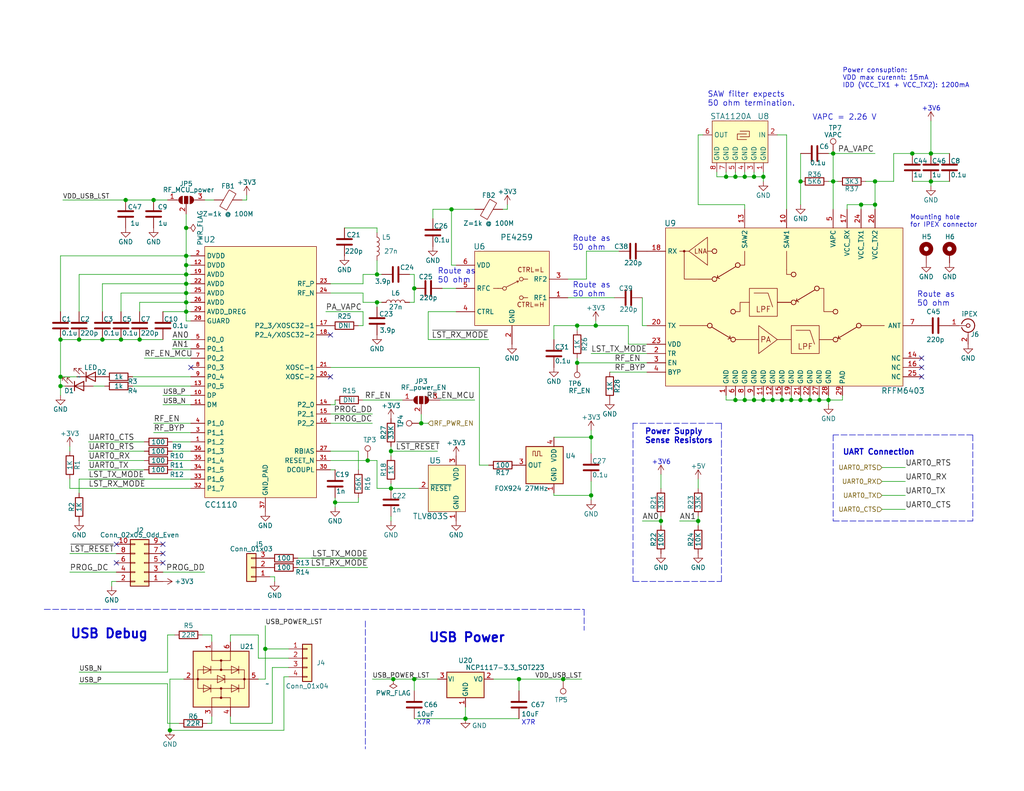
<source format=kicad_sch>
(kicad_sch (version 20211123) (generator eeschema)

  (uuid 31b0c6a8-031c-465a-a937-d97b09c540f9)

  (paper "USLetter")

  (title_block
    (title "OpenLST Reference Design")
    (date "2018-08-02")
    (rev "2.1")
    (comment 1 "Drawn by Ryan Kingsbury")
    (comment 2 "License")
    (comment 3 "This work is licensed under a Creative Commons Attribution-ShareAlike 4.0 International")
    (comment 4 "Copyright 2018 Planet Labs Inc")
  )

  (lib_symbols
    (symbol "Connector:Conn_Coaxial" (pin_names (offset 1.016) hide) (in_bom yes) (on_board yes)
      (property "Reference" "J" (id 0) (at 0.254 3.048 0)
        (effects (font (size 1.27 1.27)))
      )
      (property "Value" "Conn_Coaxial" (id 1) (at 2.921 0 90)
        (effects (font (size 1.27 1.27)))
      )
      (property "Footprint" "" (id 2) (at 0 0 0)
        (effects (font (size 1.27 1.27)) hide)
      )
      (property "Datasheet" " ~" (id 3) (at 0 0 0)
        (effects (font (size 1.27 1.27)) hide)
      )
      (property "ki_keywords" "BNC SMA SMB SMC LEMO coaxial connector CINCH RCA" (id 4) (at 0 0 0)
        (effects (font (size 1.27 1.27)) hide)
      )
      (property "ki_description" "coaxial connector (BNC, SMA, SMB, SMC, Cinch/RCA, LEMO, ...)" (id 5) (at 0 0 0)
        (effects (font (size 1.27 1.27)) hide)
      )
      (property "ki_fp_filters" "*BNC* *SMA* *SMB* *SMC* *Cinch* *LEMO*" (id 6) (at 0 0 0)
        (effects (font (size 1.27 1.27)) hide)
      )
      (symbol "Conn_Coaxial_0_1"
        (arc (start -1.778 -0.508) (mid 0.222 -1.808) (end 1.778 0)
          (stroke (width 0.254) (type default) (color 0 0 0 0))
          (fill (type none))
        )
        (polyline
          (pts
            (xy -2.54 0)
            (xy -0.508 0)
          )
          (stroke (width 0) (type default) (color 0 0 0 0))
          (fill (type none))
        )
        (polyline
          (pts
            (xy 0 -2.54)
            (xy 0 -1.778)
          )
          (stroke (width 0) (type default) (color 0 0 0 0))
          (fill (type none))
        )
        (circle (center 0 0) (radius 0.508)
          (stroke (width 0.2032) (type default) (color 0 0 0 0))
          (fill (type none))
        )
        (arc (start 1.778 0) (mid 0.222 1.8083) (end -1.778 0.508)
          (stroke (width 0.254) (type default) (color 0 0 0 0))
          (fill (type none))
        )
      )
      (symbol "Conn_Coaxial_1_1"
        (pin passive line (at -5.08 0 0) (length 2.54)
          (name "In" (effects (font (size 1.27 1.27))))
          (number "1" (effects (font (size 1.27 1.27))))
        )
        (pin passive line (at 0 -5.08 90) (length 2.54)
          (name "Ext" (effects (font (size 1.27 1.27))))
          (number "2" (effects (font (size 1.27 1.27))))
        )
      )
    )
    (symbol "Connector:TestPoint" (pin_numbers hide) (pin_names (offset 0.762) hide) (in_bom yes) (on_board yes)
      (property "Reference" "TP" (id 0) (at 0 6.858 0)
        (effects (font (size 1.27 1.27)))
      )
      (property "Value" "TestPoint" (id 1) (at 0 5.08 0)
        (effects (font (size 1.27 1.27)))
      )
      (property "Footprint" "" (id 2) (at 5.08 0 0)
        (effects (font (size 1.27 1.27)) hide)
      )
      (property "Datasheet" "~" (id 3) (at 5.08 0 0)
        (effects (font (size 1.27 1.27)) hide)
      )
      (property "ki_keywords" "test point tp" (id 4) (at 0 0 0)
        (effects (font (size 1.27 1.27)) hide)
      )
      (property "ki_description" "test point" (id 5) (at 0 0 0)
        (effects (font (size 1.27 1.27)) hide)
      )
      (property "ki_fp_filters" "Pin* Test*" (id 6) (at 0 0 0)
        (effects (font (size 1.27 1.27)) hide)
      )
      (symbol "TestPoint_0_1"
        (circle (center 0 3.302) (radius 0.762)
          (stroke (width 0) (type default) (color 0 0 0 0))
          (fill (type none))
        )
      )
      (symbol "TestPoint_1_1"
        (pin passive line (at 0 0 90) (length 2.54)
          (name "1" (effects (font (size 1.27 1.27))))
          (number "1" (effects (font (size 1.27 1.27))))
        )
      )
    )
    (symbol "Connector_Generic:Conn_01x03" (pin_names (offset 1.016) hide) (in_bom yes) (on_board yes)
      (property "Reference" "J" (id 0) (at 0 5.08 0)
        (effects (font (size 1.27 1.27)))
      )
      (property "Value" "Conn_01x03" (id 1) (at 0 -5.08 0)
        (effects (font (size 1.27 1.27)))
      )
      (property "Footprint" "" (id 2) (at 0 0 0)
        (effects (font (size 1.27 1.27)) hide)
      )
      (property "Datasheet" "~" (id 3) (at 0 0 0)
        (effects (font (size 1.27 1.27)) hide)
      )
      (property "ki_keywords" "connector" (id 4) (at 0 0 0)
        (effects (font (size 1.27 1.27)) hide)
      )
      (property "ki_description" "Generic connector, single row, 01x03, script generated (kicad-library-utils/schlib/autogen/connector/)" (id 5) (at 0 0 0)
        (effects (font (size 1.27 1.27)) hide)
      )
      (property "ki_fp_filters" "Connector*:*_1x??_*" (id 6) (at 0 0 0)
        (effects (font (size 1.27 1.27)) hide)
      )
      (symbol "Conn_01x03_1_1"
        (rectangle (start -1.27 -2.413) (end 0 -2.667)
          (stroke (width 0.1524) (type default) (color 0 0 0 0))
          (fill (type none))
        )
        (rectangle (start -1.27 0.127) (end 0 -0.127)
          (stroke (width 0.1524) (type default) (color 0 0 0 0))
          (fill (type none))
        )
        (rectangle (start -1.27 2.667) (end 0 2.413)
          (stroke (width 0.1524) (type default) (color 0 0 0 0))
          (fill (type none))
        )
        (rectangle (start -1.27 3.81) (end 1.27 -3.81)
          (stroke (width 0.254) (type default) (color 0 0 0 0))
          (fill (type background))
        )
        (pin passive line (at -5.08 2.54 0) (length 3.81)
          (name "Pin_1" (effects (font (size 1.27 1.27))))
          (number "1" (effects (font (size 1.27 1.27))))
        )
        (pin passive line (at -5.08 0 0) (length 3.81)
          (name "Pin_2" (effects (font (size 1.27 1.27))))
          (number "2" (effects (font (size 1.27 1.27))))
        )
        (pin passive line (at -5.08 -2.54 0) (length 3.81)
          (name "Pin_3" (effects (font (size 1.27 1.27))))
          (number "3" (effects (font (size 1.27 1.27))))
        )
      )
    )
    (symbol "Connector_Generic:Conn_01x04" (pin_names (offset 1.016) hide) (in_bom yes) (on_board yes)
      (property "Reference" "J" (id 0) (at 0 5.08 0)
        (effects (font (size 1.27 1.27)))
      )
      (property "Value" "Conn_01x04" (id 1) (at 0 -7.62 0)
        (effects (font (size 1.27 1.27)))
      )
      (property "Footprint" "" (id 2) (at 0 0 0)
        (effects (font (size 1.27 1.27)) hide)
      )
      (property "Datasheet" "~" (id 3) (at 0 0 0)
        (effects (font (size 1.27 1.27)) hide)
      )
      (property "ki_keywords" "connector" (id 4) (at 0 0 0)
        (effects (font (size 1.27 1.27)) hide)
      )
      (property "ki_description" "Generic connector, single row, 01x04, script generated (kicad-library-utils/schlib/autogen/connector/)" (id 5) (at 0 0 0)
        (effects (font (size 1.27 1.27)) hide)
      )
      (property "ki_fp_filters" "Connector*:*_1x??_*" (id 6) (at 0 0 0)
        (effects (font (size 1.27 1.27)) hide)
      )
      (symbol "Conn_01x04_1_1"
        (rectangle (start -1.27 -4.953) (end 0 -5.207)
          (stroke (width 0.1524) (type default) (color 0 0 0 0))
          (fill (type none))
        )
        (rectangle (start -1.27 -2.413) (end 0 -2.667)
          (stroke (width 0.1524) (type default) (color 0 0 0 0))
          (fill (type none))
        )
        (rectangle (start -1.27 0.127) (end 0 -0.127)
          (stroke (width 0.1524) (type default) (color 0 0 0 0))
          (fill (type none))
        )
        (rectangle (start -1.27 2.667) (end 0 2.413)
          (stroke (width 0.1524) (type default) (color 0 0 0 0))
          (fill (type none))
        )
        (rectangle (start -1.27 3.81) (end 1.27 -6.35)
          (stroke (width 0.254) (type default) (color 0 0 0 0))
          (fill (type background))
        )
        (pin passive line (at -5.08 2.54 0) (length 3.81)
          (name "Pin_1" (effects (font (size 1.27 1.27))))
          (number "1" (effects (font (size 1.27 1.27))))
        )
        (pin passive line (at -5.08 0 0) (length 3.81)
          (name "Pin_2" (effects (font (size 1.27 1.27))))
          (number "2" (effects (font (size 1.27 1.27))))
        )
        (pin passive line (at -5.08 -2.54 0) (length 3.81)
          (name "Pin_3" (effects (font (size 1.27 1.27))))
          (number "3" (effects (font (size 1.27 1.27))))
        )
        (pin passive line (at -5.08 -5.08 0) (length 3.81)
          (name "Pin_4" (effects (font (size 1.27 1.27))))
          (number "4" (effects (font (size 1.27 1.27))))
        )
      )
    )
    (symbol "Connector_Generic:Conn_02x05_Odd_Even" (pin_names (offset 1.016) hide) (in_bom yes) (on_board yes)
      (property "Reference" "J" (id 0) (at 1.27 7.62 0)
        (effects (font (size 1.27 1.27)))
      )
      (property "Value" "Conn_02x05_Odd_Even" (id 1) (at 1.27 -7.62 0)
        (effects (font (size 1.27 1.27)))
      )
      (property "Footprint" "" (id 2) (at 0 0 0)
        (effects (font (size 1.27 1.27)) hide)
      )
      (property "Datasheet" "~" (id 3) (at 0 0 0)
        (effects (font (size 1.27 1.27)) hide)
      )
      (property "ki_keywords" "connector" (id 4) (at 0 0 0)
        (effects (font (size 1.27 1.27)) hide)
      )
      (property "ki_description" "Generic connector, double row, 02x05, odd/even pin numbering scheme (row 1 odd numbers, row 2 even numbers), script generated (kicad-library-utils/schlib/autogen/connector/)" (id 5) (at 0 0 0)
        (effects (font (size 1.27 1.27)) hide)
      )
      (property "ki_fp_filters" "Connector*:*_2x??_*" (id 6) (at 0 0 0)
        (effects (font (size 1.27 1.27)) hide)
      )
      (symbol "Conn_02x05_Odd_Even_1_1"
        (rectangle (start -1.27 -4.953) (end 0 -5.207)
          (stroke (width 0.1524) (type default) (color 0 0 0 0))
          (fill (type none))
        )
        (rectangle (start -1.27 -2.413) (end 0 -2.667)
          (stroke (width 0.1524) (type default) (color 0 0 0 0))
          (fill (type none))
        )
        (rectangle (start -1.27 0.127) (end 0 -0.127)
          (stroke (width 0.1524) (type default) (color 0 0 0 0))
          (fill (type none))
        )
        (rectangle (start -1.27 2.667) (end 0 2.413)
          (stroke (width 0.1524) (type default) (color 0 0 0 0))
          (fill (type none))
        )
        (rectangle (start -1.27 5.207) (end 0 4.953)
          (stroke (width 0.1524) (type default) (color 0 0 0 0))
          (fill (type none))
        )
        (rectangle (start -1.27 6.35) (end 3.81 -6.35)
          (stroke (width 0.254) (type default) (color 0 0 0 0))
          (fill (type background))
        )
        (rectangle (start 3.81 -4.953) (end 2.54 -5.207)
          (stroke (width 0.1524) (type default) (color 0 0 0 0))
          (fill (type none))
        )
        (rectangle (start 3.81 -2.413) (end 2.54 -2.667)
          (stroke (width 0.1524) (type default) (color 0 0 0 0))
          (fill (type none))
        )
        (rectangle (start 3.81 0.127) (end 2.54 -0.127)
          (stroke (width 0.1524) (type default) (color 0 0 0 0))
          (fill (type none))
        )
        (rectangle (start 3.81 2.667) (end 2.54 2.413)
          (stroke (width 0.1524) (type default) (color 0 0 0 0))
          (fill (type none))
        )
        (rectangle (start 3.81 5.207) (end 2.54 4.953)
          (stroke (width 0.1524) (type default) (color 0 0 0 0))
          (fill (type none))
        )
        (pin passive line (at -5.08 5.08 0) (length 3.81)
          (name "Pin_1" (effects (font (size 1.27 1.27))))
          (number "1" (effects (font (size 1.27 1.27))))
        )
        (pin passive line (at 7.62 -5.08 180) (length 3.81)
          (name "Pin_10" (effects (font (size 1.27 1.27))))
          (number "10" (effects (font (size 1.27 1.27))))
        )
        (pin passive line (at 7.62 5.08 180) (length 3.81)
          (name "Pin_2" (effects (font (size 1.27 1.27))))
          (number "2" (effects (font (size 1.27 1.27))))
        )
        (pin passive line (at -5.08 2.54 0) (length 3.81)
          (name "Pin_3" (effects (font (size 1.27 1.27))))
          (number "3" (effects (font (size 1.27 1.27))))
        )
        (pin passive line (at 7.62 2.54 180) (length 3.81)
          (name "Pin_4" (effects (font (size 1.27 1.27))))
          (number "4" (effects (font (size 1.27 1.27))))
        )
        (pin passive line (at -5.08 0 0) (length 3.81)
          (name "Pin_5" (effects (font (size 1.27 1.27))))
          (number "5" (effects (font (size 1.27 1.27))))
        )
        (pin passive line (at 7.62 0 180) (length 3.81)
          (name "Pin_6" (effects (font (size 1.27 1.27))))
          (number "6" (effects (font (size 1.27 1.27))))
        )
        (pin passive line (at -5.08 -2.54 0) (length 3.81)
          (name "Pin_7" (effects (font (size 1.27 1.27))))
          (number "7" (effects (font (size 1.27 1.27))))
        )
        (pin passive line (at 7.62 -2.54 180) (length 3.81)
          (name "Pin_8" (effects (font (size 1.27 1.27))))
          (number "8" (effects (font (size 1.27 1.27))))
        )
        (pin passive line (at -5.08 -5.08 0) (length 3.81)
          (name "Pin_9" (effects (font (size 1.27 1.27))))
          (number "9" (effects (font (size 1.27 1.27))))
        )
      )
    )
    (symbol "Device:C" (pin_numbers hide) (pin_names (offset 0.254)) (in_bom yes) (on_board yes)
      (property "Reference" "C" (id 0) (at 0.635 2.54 0)
        (effects (font (size 1.27 1.27)) (justify left))
      )
      (property "Value" "C" (id 1) (at 0.635 -2.54 0)
        (effects (font (size 1.27 1.27)) (justify left))
      )
      (property "Footprint" "" (id 2) (at 0.9652 -3.81 0)
        (effects (font (size 1.27 1.27)) hide)
      )
      (property "Datasheet" "~" (id 3) (at 0 0 0)
        (effects (font (size 1.27 1.27)) hide)
      )
      (property "ki_keywords" "cap capacitor" (id 4) (at 0 0 0)
        (effects (font (size 1.27 1.27)) hide)
      )
      (property "ki_description" "Unpolarized capacitor" (id 5) (at 0 0 0)
        (effects (font (size 1.27 1.27)) hide)
      )
      (property "ki_fp_filters" "C_*" (id 6) (at 0 0 0)
        (effects (font (size 1.27 1.27)) hide)
      )
      (symbol "C_0_1"
        (polyline
          (pts
            (xy -2.032 -0.762)
            (xy 2.032 -0.762)
          )
          (stroke (width 0.508) (type default) (color 0 0 0 0))
          (fill (type none))
        )
        (polyline
          (pts
            (xy -2.032 0.762)
            (xy 2.032 0.762)
          )
          (stroke (width 0.508) (type default) (color 0 0 0 0))
          (fill (type none))
        )
      )
      (symbol "C_1_1"
        (pin passive line (at 0 3.81 270) (length 2.794)
          (name "~" (effects (font (size 1.27 1.27))))
          (number "1" (effects (font (size 1.27 1.27))))
        )
        (pin passive line (at 0 -3.81 90) (length 2.794)
          (name "~" (effects (font (size 1.27 1.27))))
          (number "2" (effects (font (size 1.27 1.27))))
        )
      )
    )
    (symbol "Device:FerriteBead" (pin_numbers hide) (pin_names (offset 0)) (in_bom yes) (on_board yes)
      (property "Reference" "FB" (id 0) (at -3.81 0.635 90)
        (effects (font (size 1.27 1.27)))
      )
      (property "Value" "FerriteBead" (id 1) (at 3.81 0 90)
        (effects (font (size 1.27 1.27)))
      )
      (property "Footprint" "" (id 2) (at -1.778 0 90)
        (effects (font (size 1.27 1.27)) hide)
      )
      (property "Datasheet" "~" (id 3) (at 0 0 0)
        (effects (font (size 1.27 1.27)) hide)
      )
      (property "ki_keywords" "L ferrite bead inductor filter" (id 4) (at 0 0 0)
        (effects (font (size 1.27 1.27)) hide)
      )
      (property "ki_description" "Ferrite bead" (id 5) (at 0 0 0)
        (effects (font (size 1.27 1.27)) hide)
      )
      (property "ki_fp_filters" "Inductor_* L_* *Ferrite*" (id 6) (at 0 0 0)
        (effects (font (size 1.27 1.27)) hide)
      )
      (symbol "FerriteBead_0_1"
        (polyline
          (pts
            (xy 0 -1.27)
            (xy 0 -1.2192)
          )
          (stroke (width 0) (type default) (color 0 0 0 0))
          (fill (type none))
        )
        (polyline
          (pts
            (xy 0 1.27)
            (xy 0 1.2954)
          )
          (stroke (width 0) (type default) (color 0 0 0 0))
          (fill (type none))
        )
        (polyline
          (pts
            (xy -2.7686 0.4064)
            (xy -1.7018 2.2606)
            (xy 2.7686 -0.3048)
            (xy 1.6764 -2.159)
            (xy -2.7686 0.4064)
          )
          (stroke (width 0) (type default) (color 0 0 0 0))
          (fill (type none))
        )
      )
      (symbol "FerriteBead_1_1"
        (pin passive line (at 0 3.81 270) (length 2.54)
          (name "~" (effects (font (size 1.27 1.27))))
          (number "1" (effects (font (size 1.27 1.27))))
        )
        (pin passive line (at 0 -3.81 90) (length 2.54)
          (name "~" (effects (font (size 1.27 1.27))))
          (number "2" (effects (font (size 1.27 1.27))))
        )
      )
    )
    (symbol "Device:L" (pin_numbers hide) (pin_names (offset 1.016) hide) (in_bom yes) (on_board yes)
      (property "Reference" "L" (id 0) (at -1.27 0 90)
        (effects (font (size 1.27 1.27)))
      )
      (property "Value" "L" (id 1) (at 1.905 0 90)
        (effects (font (size 1.27 1.27)))
      )
      (property "Footprint" "" (id 2) (at 0 0 0)
        (effects (font (size 1.27 1.27)) hide)
      )
      (property "Datasheet" "~" (id 3) (at 0 0 0)
        (effects (font (size 1.27 1.27)) hide)
      )
      (property "ki_keywords" "inductor choke coil reactor magnetic" (id 4) (at 0 0 0)
        (effects (font (size 1.27 1.27)) hide)
      )
      (property "ki_description" "Inductor" (id 5) (at 0 0 0)
        (effects (font (size 1.27 1.27)) hide)
      )
      (property "ki_fp_filters" "Choke_* *Coil* Inductor_* L_*" (id 6) (at 0 0 0)
        (effects (font (size 1.27 1.27)) hide)
      )
      (symbol "L_0_1"
        (arc (start 0 -2.54) (mid 0.635 -1.905) (end 0 -1.27)
          (stroke (width 0) (type default) (color 0 0 0 0))
          (fill (type none))
        )
        (arc (start 0 -1.27) (mid 0.635 -0.635) (end 0 0)
          (stroke (width 0) (type default) (color 0 0 0 0))
          (fill (type none))
        )
        (arc (start 0 0) (mid 0.635 0.635) (end 0 1.27)
          (stroke (width 0) (type default) (color 0 0 0 0))
          (fill (type none))
        )
        (arc (start 0 1.27) (mid 0.635 1.905) (end 0 2.54)
          (stroke (width 0) (type default) (color 0 0 0 0))
          (fill (type none))
        )
      )
      (symbol "L_1_1"
        (pin passive line (at 0 3.81 270) (length 1.27)
          (name "1" (effects (font (size 1.27 1.27))))
          (number "1" (effects (font (size 1.27 1.27))))
        )
        (pin passive line (at 0 -3.81 90) (length 1.27)
          (name "2" (effects (font (size 1.27 1.27))))
          (number "2" (effects (font (size 1.27 1.27))))
        )
      )
    )
    (symbol "Device:LED" (pin_numbers hide) (pin_names (offset 1.016) hide) (in_bom yes) (on_board yes)
      (property "Reference" "D" (id 0) (at 0 2.54 0)
        (effects (font (size 1.27 1.27)))
      )
      (property "Value" "LED" (id 1) (at 0 -2.54 0)
        (effects (font (size 1.27 1.27)))
      )
      (property "Footprint" "" (id 2) (at 0 0 0)
        (effects (font (size 1.27 1.27)) hide)
      )
      (property "Datasheet" "~" (id 3) (at 0 0 0)
        (effects (font (size 1.27 1.27)) hide)
      )
      (property "ki_keywords" "LED diode" (id 4) (at 0 0 0)
        (effects (font (size 1.27 1.27)) hide)
      )
      (property "ki_description" "Light emitting diode" (id 5) (at 0 0 0)
        (effects (font (size 1.27 1.27)) hide)
      )
      (property "ki_fp_filters" "LED* LED_SMD:* LED_THT:*" (id 6) (at 0 0 0)
        (effects (font (size 1.27 1.27)) hide)
      )
      (symbol "LED_0_1"
        (polyline
          (pts
            (xy -1.27 -1.27)
            (xy -1.27 1.27)
          )
          (stroke (width 0.254) (type default) (color 0 0 0 0))
          (fill (type none))
        )
        (polyline
          (pts
            (xy -1.27 0)
            (xy 1.27 0)
          )
          (stroke (width 0) (type default) (color 0 0 0 0))
          (fill (type none))
        )
        (polyline
          (pts
            (xy 1.27 -1.27)
            (xy 1.27 1.27)
            (xy -1.27 0)
            (xy 1.27 -1.27)
          )
          (stroke (width 0.254) (type default) (color 0 0 0 0))
          (fill (type none))
        )
        (polyline
          (pts
            (xy -3.048 -0.762)
            (xy -4.572 -2.286)
            (xy -3.81 -2.286)
            (xy -4.572 -2.286)
            (xy -4.572 -1.524)
          )
          (stroke (width 0) (type default) (color 0 0 0 0))
          (fill (type none))
        )
        (polyline
          (pts
            (xy -1.778 -0.762)
            (xy -3.302 -2.286)
            (xy -2.54 -2.286)
            (xy -3.302 -2.286)
            (xy -3.302 -1.524)
          )
          (stroke (width 0) (type default) (color 0 0 0 0))
          (fill (type none))
        )
      )
      (symbol "LED_1_1"
        (pin passive line (at -3.81 0 0) (length 2.54)
          (name "K" (effects (font (size 1.27 1.27))))
          (number "1" (effects (font (size 1.27 1.27))))
        )
        (pin passive line (at 3.81 0 180) (length 2.54)
          (name "A" (effects (font (size 1.27 1.27))))
          (number "2" (effects (font (size 1.27 1.27))))
        )
      )
    )
    (symbol "Device:R" (pin_numbers hide) (pin_names (offset 0)) (in_bom yes) (on_board yes)
      (property "Reference" "R" (id 0) (at 2.032 0 90)
        (effects (font (size 1.27 1.27)))
      )
      (property "Value" "R" (id 1) (at 0 0 90)
        (effects (font (size 1.27 1.27)))
      )
      (property "Footprint" "" (id 2) (at -1.778 0 90)
        (effects (font (size 1.27 1.27)) hide)
      )
      (property "Datasheet" "~" (id 3) (at 0 0 0)
        (effects (font (size 1.27 1.27)) hide)
      )
      (property "ki_keywords" "R res resistor" (id 4) (at 0 0 0)
        (effects (font (size 1.27 1.27)) hide)
      )
      (property "ki_description" "Resistor" (id 5) (at 0 0 0)
        (effects (font (size 1.27 1.27)) hide)
      )
      (property "ki_fp_filters" "R_*" (id 6) (at 0 0 0)
        (effects (font (size 1.27 1.27)) hide)
      )
      (symbol "R_0_1"
        (rectangle (start -1.016 -2.54) (end 1.016 2.54)
          (stroke (width 0.254) (type default) (color 0 0 0 0))
          (fill (type none))
        )
      )
      (symbol "R_1_1"
        (pin passive line (at 0 3.81 270) (length 1.27)
          (name "~" (effects (font (size 1.27 1.27))))
          (number "1" (effects (font (size 1.27 1.27))))
        )
        (pin passive line (at 0 -3.81 90) (length 1.27)
          (name "~" (effects (font (size 1.27 1.27))))
          (number "2" (effects (font (size 1.27 1.27))))
        )
      )
    )
    (symbol "Jumper:SolderJumper_3_Open" (pin_names (offset 0) hide) (in_bom yes) (on_board yes)
      (property "Reference" "JP" (id 0) (at -2.54 -2.54 0)
        (effects (font (size 1.27 1.27)))
      )
      (property "Value" "SolderJumper_3_Open" (id 1) (at 0 2.794 0)
        (effects (font (size 1.27 1.27)))
      )
      (property "Footprint" "" (id 2) (at 0 0 0)
        (effects (font (size 1.27 1.27)) hide)
      )
      (property "Datasheet" "~" (id 3) (at 0 0 0)
        (effects (font (size 1.27 1.27)) hide)
      )
      (property "ki_keywords" "Solder Jumper SPDT" (id 4) (at 0 0 0)
        (effects (font (size 1.27 1.27)) hide)
      )
      (property "ki_description" "Solder Jumper, 3-pole, open" (id 5) (at 0 0 0)
        (effects (font (size 1.27 1.27)) hide)
      )
      (property "ki_fp_filters" "SolderJumper*Open*" (id 6) (at 0 0 0)
        (effects (font (size 1.27 1.27)) hide)
      )
      (symbol "SolderJumper_3_Open_0_1"
        (arc (start -1.016 1.016) (mid -2.032 0) (end -1.016 -1.016)
          (stroke (width 0) (type default) (color 0 0 0 0))
          (fill (type none))
        )
        (arc (start -1.016 1.016) (mid -2.032 0) (end -1.016 -1.016)
          (stroke (width 0) (type default) (color 0 0 0 0))
          (fill (type outline))
        )
        (rectangle (start -0.508 1.016) (end 0.508 -1.016)
          (stroke (width 0) (type default) (color 0 0 0 0))
          (fill (type outline))
        )
        (polyline
          (pts
            (xy -2.54 0)
            (xy -2.032 0)
          )
          (stroke (width 0) (type default) (color 0 0 0 0))
          (fill (type none))
        )
        (polyline
          (pts
            (xy -1.016 1.016)
            (xy -1.016 -1.016)
          )
          (stroke (width 0) (type default) (color 0 0 0 0))
          (fill (type none))
        )
        (polyline
          (pts
            (xy 0 -1.27)
            (xy 0 -1.016)
          )
          (stroke (width 0) (type default) (color 0 0 0 0))
          (fill (type none))
        )
        (polyline
          (pts
            (xy 1.016 1.016)
            (xy 1.016 -1.016)
          )
          (stroke (width 0) (type default) (color 0 0 0 0))
          (fill (type none))
        )
        (polyline
          (pts
            (xy 2.54 0)
            (xy 2.032 0)
          )
          (stroke (width 0) (type default) (color 0 0 0 0))
          (fill (type none))
        )
        (arc (start 1.016 -1.016) (mid 2.032 0) (end 1.016 1.016)
          (stroke (width 0) (type default) (color 0 0 0 0))
          (fill (type none))
        )
        (arc (start 1.016 -1.016) (mid 2.032 0) (end 1.016 1.016)
          (stroke (width 0) (type default) (color 0 0 0 0))
          (fill (type outline))
        )
      )
      (symbol "SolderJumper_3_Open_1_1"
        (pin passive line (at -5.08 0 0) (length 2.54)
          (name "A" (effects (font (size 1.27 1.27))))
          (number "1" (effects (font (size 1.27 1.27))))
        )
        (pin input line (at 0 -3.81 90) (length 2.54)
          (name "C" (effects (font (size 1.27 1.27))))
          (number "2" (effects (font (size 1.27 1.27))))
        )
        (pin passive line (at 5.08 0 180) (length 2.54)
          (name "B" (effects (font (size 1.27 1.27))))
          (number "3" (effects (font (size 1.27 1.27))))
        )
      )
    )
    (symbol "Mechanical:MountingHole_Pad" (pin_numbers hide) (pin_names (offset 1.016) hide) (in_bom yes) (on_board yes)
      (property "Reference" "H" (id 0) (at 0 6.35 0)
        (effects (font (size 1.27 1.27)))
      )
      (property "Value" "MountingHole_Pad" (id 1) (at 0 4.445 0)
        (effects (font (size 1.27 1.27)))
      )
      (property "Footprint" "" (id 2) (at 0 0 0)
        (effects (font (size 1.27 1.27)) hide)
      )
      (property "Datasheet" "~" (id 3) (at 0 0 0)
        (effects (font (size 1.27 1.27)) hide)
      )
      (property "ki_keywords" "mounting hole" (id 4) (at 0 0 0)
        (effects (font (size 1.27 1.27)) hide)
      )
      (property "ki_description" "Mounting Hole with connection" (id 5) (at 0 0 0)
        (effects (font (size 1.27 1.27)) hide)
      )
      (property "ki_fp_filters" "MountingHole*Pad*" (id 6) (at 0 0 0)
        (effects (font (size 1.27 1.27)) hide)
      )
      (symbol "MountingHole_Pad_0_1"
        (circle (center 0 1.27) (radius 1.27)
          (stroke (width 1.27) (type default) (color 0 0 0 0))
          (fill (type none))
        )
      )
      (symbol "MountingHole_Pad_1_1"
        (pin input line (at 0 -2.54 90) (length 2.54)
          (name "1" (effects (font (size 1.27 1.27))))
          (number "1" (effects (font (size 1.27 1.27))))
        )
      )
    )
    (symbol "Oscillator:FT5HN" (in_bom yes) (on_board yes)
      (property "Reference" "U" (id 0) (at 1.27 11.43 0)
        (effects (font (size 1.27 1.27)))
      )
      (property "Value" "FT5HN" (id 1) (at 2.54 8.89 0)
        (effects (font (size 1.27 1.27)))
      )
      (property "Footprint" "Oscillator:Oscillator_SMD_Fox_FT5H_5.0x3.2mm" (id 2) (at 0 -16.51 0)
        (effects (font (size 1.27 1.27)) hide)
      )
      (property "Datasheet" "https://foxonline.com/wp-content/uploads/pdfs/T5HN_T5HV.pdf" (id 3) (at 1.27 -19.05 0)
        (effects (font (size 1.27 1.27)) hide)
      )
      (property "ki_keywords" "TXCO" (id 4) (at 0 0 0)
        (effects (font (size 1.27 1.27)) hide)
      )
      (property "ki_description" "HCMOS temperature compensated oscillator" (id 5) (at 0 0 0)
        (effects (font (size 1.27 1.27)) hide)
      )
      (property "ki_fp_filters" "Oscillator*SMD*Fox*FT5H*5.0x3.2mm*" (id 6) (at 0 0 0)
        (effects (font (size 1.27 1.27)) hide)
      )
      (symbol "FT5HN_0_1"
        (rectangle (start -5.08 5.08) (end 5.08 -5.08)
          (stroke (width 0.254) (type default) (color 0 0 0 0))
          (fill (type background))
        )
        (polyline
          (pts
            (xy 0.635 2.54)
            (xy 1.27 2.54)
            (xy 1.27 3.81)
            (xy 1.905 3.81)
            (xy 1.905 2.54)
            (xy 2.54 2.54)
            (xy 2.54 3.81)
            (xy 3.175 3.81)
            (xy 3.175 2.54)
          )
          (stroke (width 0) (type default) (color 0 0 0 0))
          (fill (type none))
        )
      )
      (symbol "FT5HN_1_1"
        (pin power_in line (at -2.54 -7.62 90) (length 2.54)
          (name "GND" (effects (font (size 1.27 1.27))))
          (number "1" (effects (font (size 1.27 1.27))))
        )
        (pin passive line (at -2.54 -7.62 90) (length 2.54) hide
          (name "GND" (effects (font (size 1.27 1.27))))
          (number "2" (effects (font (size 1.27 1.27))))
        )
        (pin output line (at 7.62 0 180) (length 2.54)
          (name "OUT" (effects (font (size 1.27 1.27))))
          (number "3" (effects (font (size 1.27 1.27))))
        )
        (pin power_in line (at -2.54 7.62 270) (length 2.54)
          (name "VDD" (effects (font (size 1.27 1.27))))
          (number "4" (effects (font (size 1.27 1.27))))
        )
      )
    )
    (symbol "Power_Protection:USBLC6-2P6" (pin_names hide) (in_bom yes) (on_board yes)
      (property "Reference" "U" (id 0) (at 2.54 8.89 0)
        (effects (font (size 1.27 1.27)) (justify left))
      )
      (property "Value" "USBLC6-2P6" (id 1) (at 2.54 -8.89 0)
        (effects (font (size 1.27 1.27)) (justify left))
      )
      (property "Footprint" "Package_TO_SOT_SMD:SOT-666" (id 2) (at 0 -12.7 0)
        (effects (font (size 1.27 1.27)) hide)
      )
      (property "Datasheet" "https://www.st.com/resource/en/datasheet/usblc6-2.pdf" (id 3) (at 5.08 8.89 0)
        (effects (font (size 1.27 1.27)) hide)
      )
      (property "ki_keywords" "usb ethernet video" (id 4) (at 0 0 0)
        (effects (font (size 1.27 1.27)) hide)
      )
      (property "ki_description" "Very low capacitance ESD protection diode, 2 data-line, SOT-666" (id 5) (at 0 0 0)
        (effects (font (size 1.27 1.27)) hide)
      )
      (property "ki_fp_filters" "SOT?666*" (id 6) (at 0 0 0)
        (effects (font (size 1.27 1.27)) hide)
      )
      (symbol "USBLC6-2P6_0_1"
        (rectangle (start -7.62 -7.62) (end 7.62 7.62)
          (stroke (width 0.254) (type default) (color 0 0 0 0))
          (fill (type background))
        )
        (circle (center -5.08 0) (radius 0.254)
          (stroke (width 0) (type default) (color 0 0 0 0))
          (fill (type outline))
        )
        (circle (center -2.54 0) (radius 0.254)
          (stroke (width 0) (type default) (color 0 0 0 0))
          (fill (type outline))
        )
        (rectangle (start -2.54 6.35) (end 2.54 -6.35)
          (stroke (width 0) (type default) (color 0 0 0 0))
          (fill (type none))
        )
        (circle (center 0 -6.35) (radius 0.254)
          (stroke (width 0) (type default) (color 0 0 0 0))
          (fill (type outline))
        )
        (polyline
          (pts
            (xy -5.08 -2.54)
            (xy -7.62 -2.54)
          )
          (stroke (width 0) (type default) (color 0 0 0 0))
          (fill (type none))
        )
        (polyline
          (pts
            (xy -5.08 0)
            (xy -5.08 -2.54)
          )
          (stroke (width 0) (type default) (color 0 0 0 0))
          (fill (type none))
        )
        (polyline
          (pts
            (xy -5.08 2.54)
            (xy -7.62 2.54)
          )
          (stroke (width 0) (type default) (color 0 0 0 0))
          (fill (type none))
        )
        (polyline
          (pts
            (xy -1.524 -2.794)
            (xy -3.556 -2.794)
          )
          (stroke (width 0) (type default) (color 0 0 0 0))
          (fill (type none))
        )
        (polyline
          (pts
            (xy -1.524 4.826)
            (xy -3.556 4.826)
          )
          (stroke (width 0) (type default) (color 0 0 0 0))
          (fill (type none))
        )
        (polyline
          (pts
            (xy 0 -7.62)
            (xy 0 -6.35)
          )
          (stroke (width 0) (type default) (color 0 0 0 0))
          (fill (type none))
        )
        (polyline
          (pts
            (xy 0 -6.35)
            (xy 0 1.27)
          )
          (stroke (width 0) (type default) (color 0 0 0 0))
          (fill (type none))
        )
        (polyline
          (pts
            (xy 0 1.27)
            (xy 0 6.35)
          )
          (stroke (width 0) (type default) (color 0 0 0 0))
          (fill (type none))
        )
        (polyline
          (pts
            (xy 0 6.35)
            (xy 0 7.62)
          )
          (stroke (width 0) (type default) (color 0 0 0 0))
          (fill (type none))
        )
        (polyline
          (pts
            (xy 1.524 -2.794)
            (xy 3.556 -2.794)
          )
          (stroke (width 0) (type default) (color 0 0 0 0))
          (fill (type none))
        )
        (polyline
          (pts
            (xy 1.524 4.826)
            (xy 3.556 4.826)
          )
          (stroke (width 0) (type default) (color 0 0 0 0))
          (fill (type none))
        )
        (polyline
          (pts
            (xy 5.08 -2.54)
            (xy 7.62 -2.54)
          )
          (stroke (width 0) (type default) (color 0 0 0 0))
          (fill (type none))
        )
        (polyline
          (pts
            (xy 5.08 0)
            (xy 5.08 -2.54)
          )
          (stroke (width 0) (type default) (color 0 0 0 0))
          (fill (type none))
        )
        (polyline
          (pts
            (xy 5.08 2.54)
            (xy 7.62 2.54)
          )
          (stroke (width 0) (type default) (color 0 0 0 0))
          (fill (type none))
        )
        (polyline
          (pts
            (xy -2.54 0)
            (xy -5.08 0)
            (xy -5.08 2.54)
          )
          (stroke (width 0) (type default) (color 0 0 0 0))
          (fill (type none))
        )
        (polyline
          (pts
            (xy 2.54 0)
            (xy 5.08 0)
            (xy 5.08 2.54)
          )
          (stroke (width 0) (type default) (color 0 0 0 0))
          (fill (type none))
        )
        (polyline
          (pts
            (xy -3.556 -4.826)
            (xy -1.524 -4.826)
            (xy -2.54 -2.794)
            (xy -3.556 -4.826)
          )
          (stroke (width 0) (type default) (color 0 0 0 0))
          (fill (type none))
        )
        (polyline
          (pts
            (xy -3.556 2.794)
            (xy -1.524 2.794)
            (xy -2.54 4.826)
            (xy -3.556 2.794)
          )
          (stroke (width 0) (type default) (color 0 0 0 0))
          (fill (type none))
        )
        (polyline
          (pts
            (xy -1.016 -1.016)
            (xy 1.016 -1.016)
            (xy 0 1.016)
            (xy -1.016 -1.016)
          )
          (stroke (width 0) (type default) (color 0 0 0 0))
          (fill (type none))
        )
        (polyline
          (pts
            (xy 1.016 1.016)
            (xy 0.762 1.016)
            (xy -1.016 1.016)
            (xy -1.016 0.508)
          )
          (stroke (width 0) (type default) (color 0 0 0 0))
          (fill (type none))
        )
        (polyline
          (pts
            (xy 3.556 -4.826)
            (xy 1.524 -4.826)
            (xy 2.54 -2.794)
            (xy 3.556 -4.826)
          )
          (stroke (width 0) (type default) (color 0 0 0 0))
          (fill (type none))
        )
        (polyline
          (pts
            (xy 3.556 2.794)
            (xy 1.524 2.794)
            (xy 2.54 4.826)
            (xy 3.556 2.794)
          )
          (stroke (width 0) (type default) (color 0 0 0 0))
          (fill (type none))
        )
        (circle (center 0 6.35) (radius 0.254)
          (stroke (width 0) (type default) (color 0 0 0 0))
          (fill (type outline))
        )
        (circle (center 2.54 0) (radius 0.254)
          (stroke (width 0) (type default) (color 0 0 0 0))
          (fill (type outline))
        )
        (circle (center 5.08 0) (radius 0.254)
          (stroke (width 0) (type default) (color 0 0 0 0))
          (fill (type outline))
        )
      )
      (symbol "USBLC6-2P6_1_1"
        (pin passive line (at -10.16 -2.54 0) (length 2.54)
          (name "I/O1" (effects (font (size 1.27 1.27))))
          (number "1" (effects (font (size 1.27 1.27))))
        )
        (pin passive line (at 0 -10.16 90) (length 2.54)
          (name "GND" (effects (font (size 1.27 1.27))))
          (number "2" (effects (font (size 1.27 1.27))))
        )
        (pin passive line (at 10.16 -2.54 180) (length 2.54)
          (name "I/O2" (effects (font (size 1.27 1.27))))
          (number "3" (effects (font (size 1.27 1.27))))
        )
        (pin passive line (at 10.16 2.54 180) (length 2.54)
          (name "I/O2" (effects (font (size 1.27 1.27))))
          (number "4" (effects (font (size 1.27 1.27))))
        )
        (pin passive line (at 0 10.16 270) (length 2.54)
          (name "VBUS" (effects (font (size 1.27 1.27))))
          (number "5" (effects (font (size 1.27 1.27))))
        )
        (pin passive line (at -10.16 2.54 0) (length 2.54)
          (name "I/O1" (effects (font (size 1.27 1.27))))
          (number "6" (effects (font (size 1.27 1.27))))
        )
      )
    )
    (symbol "Regulator_Linear:NCP1117-3.3_SOT223" (pin_names (offset 0.254)) (in_bom yes) (on_board yes)
      (property "Reference" "U" (id 0) (at -3.81 3.175 0)
        (effects (font (size 1.27 1.27)))
      )
      (property "Value" "NCP1117-3.3_SOT223" (id 1) (at 0 3.175 0)
        (effects (font (size 1.27 1.27)) (justify left))
      )
      (property "Footprint" "Package_TO_SOT_SMD:SOT-223-3_TabPin2" (id 2) (at 0 5.08 0)
        (effects (font (size 1.27 1.27)) hide)
      )
      (property "Datasheet" "http://www.onsemi.com/pub_link/Collateral/NCP1117-D.PDF" (id 3) (at 2.54 -6.35 0)
        (effects (font (size 1.27 1.27)) hide)
      )
      (property "ki_keywords" "REGULATOR LDO 3.3V" (id 4) (at 0 0 0)
        (effects (font (size 1.27 1.27)) hide)
      )
      (property "ki_description" "1A Low drop-out regulator, Fixed Output 3.3V, SOT-223" (id 5) (at 0 0 0)
        (effects (font (size 1.27 1.27)) hide)
      )
      (property "ki_fp_filters" "SOT?223*TabPin2*" (id 6) (at 0 0 0)
        (effects (font (size 1.27 1.27)) hide)
      )
      (symbol "NCP1117-3.3_SOT223_0_1"
        (rectangle (start -5.08 -5.08) (end 5.08 1.905)
          (stroke (width 0.254) (type default) (color 0 0 0 0))
          (fill (type background))
        )
      )
      (symbol "NCP1117-3.3_SOT223_1_1"
        (pin power_in line (at 0 -7.62 90) (length 2.54)
          (name "GND" (effects (font (size 1.27 1.27))))
          (number "1" (effects (font (size 1.27 1.27))))
        )
        (pin power_out line (at 7.62 0 180) (length 2.54)
          (name "VO" (effects (font (size 1.27 1.27))))
          (number "2" (effects (font (size 1.27 1.27))))
        )
        (pin power_in line (at -7.62 0 0) (length 2.54)
          (name "VI" (effects (font (size 1.27 1.27))))
          (number "3" (effects (font (size 1.27 1.27))))
        )
      )
    )
    (symbol "comm:ASR433" (in_bom yes) (on_board yes)
      (property "Reference" "U" (id 0) (at 7.62 6.35 0)
        (effects (font (size 1.27 1.27)))
      )
      (property "Value" "ASR433" (id 1) (at -5.08 6.35 0)
        (effects (font (size 1.27 1.27)))
      )
      (property "Footprint" "" (id 2) (at 0 5.08 0)
        (effects (font (size 1.27 1.27)) hide)
      )
      (property "Datasheet" "" (id 3) (at 0 5.08 0)
        (effects (font (size 1.27 1.27)) hide)
      )
      (symbol "ASR433_0_1"
        (rectangle (start -7.62 -6.35) (end 7.62 5.08)
          (stroke (width 0) (type default) (color 0 0 0 0))
          (fill (type background))
        )
        (polyline
          (pts
            (xy -1.778 1.524)
            (xy 0.762 1.524)
            (xy 0.762 0)
            (xy -1.778 0)
          )
          (stroke (width 0) (type default) (color 0 0 0 0))
          (fill (type none))
        )
        (polyline
          (pts
            (xy 0 2.286)
            (xy -2.54 2.286)
            (xy -2.54 0.762)
            (xy 0 0.762)
          )
          (stroke (width 0) (type default) (color 0 0 0 0))
          (fill (type none))
        )
      )
      (symbol "ASR433_1_1"
        (pin passive line (at -6.35 -8.89 90) (length 2.54)
          (name "GND" (effects (font (size 1.27 1.27))))
          (number "1" (effects (font (size 1.27 1.27))))
        )
        (pin passive line (at -10.16 1.27 0) (length 2.54)
          (name "IN" (effects (font (size 1.27 1.27))))
          (number "2" (effects (font (size 1.27 1.27))))
        )
        (pin passive line (at -3.81 -8.89 90) (length 2.54)
          (name "GND" (effects (font (size 1.27 1.27))))
          (number "3" (effects (font (size 1.27 1.27))))
        )
        (pin passive line (at -1.27 -8.89 90) (length 2.54)
          (name "GND" (effects (font (size 1.27 1.27))))
          (number "4" (effects (font (size 1.27 1.27))))
        )
        (pin passive line (at 1.27 -8.89 90) (length 2.54)
          (name "GND" (effects (font (size 1.27 1.27))))
          (number "5" (effects (font (size 1.27 1.27))))
        )
        (pin passive line (at 10.16 1.27 180) (length 2.54)
          (name "OUT" (effects (font (size 1.27 1.27))))
          (number "6" (effects (font (size 1.27 1.27))))
        )
        (pin passive line (at 3.81 -8.89 90) (length 2.54)
          (name "GND" (effects (font (size 1.27 1.27))))
          (number "7" (effects (font (size 1.27 1.27))))
        )
        (pin passive line (at 6.35 -8.89 90) (length 2.54)
          (name "GND" (effects (font (size 1.27 1.27))))
          (number "8" (effects (font (size 1.27 1.27))))
        )
      )
    )
    (symbol "comm:C11111" (in_bom yes) (on_board yes)
      (property "Reference" "U" (id 0) (at -1.27 34.29 0)
        (effects (font (size 1.27 1.27)))
      )
      (property "Value" "C11111" (id 1) (at 10.16 34.29 0)
        (effects (font (size 1.27 1.27)))
      )
      (property "Footprint" "" (id 2) (at -1.27 34.29 0)
        (effects (font (size 1.27 1.27)) hide)
      )
      (property "Datasheet" "" (id 3) (at -1.27 34.29 0)
        (effects (font (size 1.27 1.27)) hide)
      )
      (symbol "C11111_0_1"
        (rectangle (start -16.51 33.02) (end 13.97 -35.56)
          (stroke (width 0) (type default) (color 0 0 0 0))
          (fill (type background))
        )
      )
      (symbol "C11111_1_1"
        (pin bidirectional line (at -20.32 -20.32 0) (length 3.81)
          (name "P1_2" (effects (font (size 1.27 1.27))))
          (number "1" (effects (font (size 1.016 1.016))))
        )
        (pin bidirectional line (at -20.32 -7.62 0) (length 3.81)
          (name "DP" (effects (font (size 1.27 1.27))))
          (number "10" (effects (font (size 1.016 1.016))))
        )
        (pin bidirectional line (at -20.32 -10.16 0) (length 3.81)
          (name "DM" (effects (font (size 1.27 1.27))))
          (number "11" (effects (font (size 1.016 1.016))))
        )
        (pin power_in line (at -20.32 27.94 0) (length 3.81)
          (name "DVDD" (effects (font (size 1.27 1.27))))
          (number "12" (effects (font (size 1.016 1.016))))
        )
        (pin bidirectional line (at -20.32 -5.08 0) (length 3.81)
          (name "P0_5" (effects (font (size 1.27 1.27))))
          (number "13" (effects (font (size 1.016 1.016))))
        )
        (pin bidirectional line (at 17.78 -10.16 180) (length 3.81)
          (name "P2_0" (effects (font (size 1.27 1.27))))
          (number "14" (effects (font (size 1.016 1.016))))
        )
        (pin bidirectional line (at 17.78 -12.7 180) (length 3.81)
          (name "P2_1" (effects (font (size 1.27 1.27))))
          (number "15" (effects (font (size 1.016 1.016))))
        )
        (pin bidirectional line (at 17.78 -15.24 180) (length 3.81)
          (name "P2_2" (effects (font (size 1.27 1.27))))
          (number "16" (effects (font (size 1.016 1.016))))
        )
        (pin bidirectional line (at 17.78 11.43 180) (length 3.81)
          (name "P2_3/XOSC32-1" (effects (font (size 1.27 1.27))))
          (number "17" (effects (font (size 1.016 1.016))))
        )
        (pin bidirectional line (at 17.78 8.89 180) (length 3.81)
          (name "P2_4/XOSC32-2" (effects (font (size 1.27 1.27))))
          (number "18" (effects (font (size 1.016 1.016))))
        )
        (pin power_in line (at -20.32 25.4 0) (length 3.81)
          (name "AVDD" (effects (font (size 1.27 1.27))))
          (number "19" (effects (font (size 1.016 1.016))))
        )
        (pin power_in line (at -20.32 30.48 0) (length 3.81)
          (name "DVDD" (effects (font (size 1.27 1.27))))
          (number "2" (effects (font (size 1.016 1.016))))
        )
        (pin bidirectional line (at 17.78 -2.54 180) (length 3.81)
          (name "XOSC-2" (effects (font (size 1.27 1.27))))
          (number "20" (effects (font (size 1.016 1.016))))
        )
        (pin bidirectional line (at 17.78 0 180) (length 3.81)
          (name "XOSC-1" (effects (font (size 1.27 1.27))))
          (number "21" (effects (font (size 1.016 1.016))))
        )
        (pin power_in line (at -20.32 22.86 0) (length 3.81)
          (name "AVDD" (effects (font (size 1.27 1.27))))
          (number "22" (effects (font (size 1.016 1.016))))
        )
        (pin bidirectional line (at 17.78 22.86 180) (length 3.81)
          (name "RF_P" (effects (font (size 1.27 1.27))))
          (number "23" (effects (font (size 1.016 1.016))))
        )
        (pin bidirectional line (at 17.78 20.32 180) (length 3.81)
          (name "RF_N" (effects (font (size 1.27 1.27))))
          (number "24" (effects (font (size 1.016 1.016))))
        )
        (pin power_in line (at -20.32 20.32 0) (length 3.81)
          (name "AVDD" (effects (font (size 1.27 1.27))))
          (number "25" (effects (font (size 1.016 1.016))))
        )
        (pin power_in line (at -20.32 17.78 0) (length 3.81)
          (name "AVDD" (effects (font (size 1.27 1.27))))
          (number "26" (effects (font (size 1.016 1.016))))
        )
        (pin bidirectional line (at 17.78 -22.86 180) (length 3.81)
          (name "RBIAS" (effects (font (size 1.27 1.27))))
          (number "27" (effects (font (size 1.016 1.016))))
        )
        (pin power_in line (at -20.32 12.7 0) (length 3.81)
          (name "GUARD" (effects (font (size 1.27 1.27))))
          (number "28" (effects (font (size 1.016 1.016))))
        )
        (pin power_in line (at -20.32 15.24 0) (length 3.81)
          (name "AVDD_DREG" (effects (font (size 1.27 1.27))))
          (number "29" (effects (font (size 1.016 1.016))))
        )
        (pin bidirectional line (at -20.32 -17.78 0) (length 3.81)
          (name "P1_1" (effects (font (size 1.27 1.27))))
          (number "3" (effects (font (size 1.016 1.016))))
        )
        (pin passive line (at 17.78 -27.94 180) (length 3.81)
          (name "DCOUPL" (effects (font (size 1.27 1.27))))
          (number "30" (effects (font (size 1.016 1.016))))
        )
        (pin bidirectional line (at 17.78 -25.4 180) (length 3.81)
          (name "RESET_N" (effects (font (size 1.27 1.27))))
          (number "31" (effects (font (size 1.016 1.016))))
        )
        (pin bidirectional line (at -20.32 -33.02 0) (length 3.81)
          (name "P1_7" (effects (font (size 1.27 1.27))))
          (number "32" (effects (font (size 1.016 1.016))))
        )
        (pin bidirectional line (at -20.32 -30.48 0) (length 3.81)
          (name "P1_6" (effects (font (size 1.27 1.27))))
          (number "33" (effects (font (size 1.016 1.016))))
        )
        (pin bidirectional line (at -20.32 -27.94 0) (length 3.81)
          (name "P1_5" (effects (font (size 1.27 1.27))))
          (number "34" (effects (font (size 1.016 1.016))))
        )
        (pin bidirectional line (at -20.32 -25.4 0) (length 3.81)
          (name "P1_4" (effects (font (size 1.27 1.27))))
          (number "35" (effects (font (size 1.016 1.016))))
        )
        (pin bidirectional line (at -20.32 -22.86 0) (length 3.81)
          (name "P1_3" (effects (font (size 1.27 1.27))))
          (number "36" (effects (font (size 1.016 1.016))))
        )
        (pin passive line (at 0 -39.37 90) (length 3.81)
          (name "GND_PAD" (effects (font (size 1.27 1.27))))
          (number "37" (effects (font (size 1.016 1.016))))
        )
        (pin bidirectional line (at -20.32 -15.24 0) (length 3.81)
          (name "P1_0" (effects (font (size 1.27 1.27))))
          (number "4" (effects (font (size 1.016 1.016))))
        )
        (pin bidirectional line (at -20.32 7.62 0) (length 3.81)
          (name "P0_0" (effects (font (size 1.27 1.27))))
          (number "5" (effects (font (size 1.016 1.016))))
        )
        (pin bidirectional line (at -20.32 5.08 0) (length 3.81)
          (name "P0_1" (effects (font (size 1.27 1.27))))
          (number "6" (effects (font (size 1.016 1.016))))
        )
        (pin bidirectional line (at -20.32 2.54 0) (length 3.81)
          (name "P0_2" (effects (font (size 1.27 1.27))))
          (number "7" (effects (font (size 1.016 1.016))))
        )
        (pin bidirectional line (at -20.32 0 0) (length 3.81)
          (name "P0_3" (effects (font (size 1.27 1.27))))
          (number "8" (effects (font (size 1.016 1.016))))
        )
        (pin bidirectional line (at -20.32 -2.54 0) (length 3.81)
          (name "P0_4" (effects (font (size 1.27 1.27))))
          (number "9" (effects (font (size 1.016 1.016))))
        )
      )
    )
    (symbol "comm:PE4259" (in_bom yes) (on_board yes)
      (property "Reference" "U" (id 0) (at -8.89 11.43 0)
        (effects (font (size 1.27 1.27)))
      )
      (property "Value" "PE4259" (id 1) (at -6.35 13.97 0)
        (effects (font (size 1.27 1.27)))
      )
      (property "Footprint" "" (id 2) (at -1.27 11.43 0)
        (effects (font (size 1.27 1.27)) hide)
      )
      (property "Datasheet" "" (id 3) (at -1.27 11.43 0)
        (effects (font (size 1.27 1.27)) hide)
      )
      (symbol "PE4259_0_0"
        (text "CTRL=H" (at 5.08 -4.445 0)
          (effects (font (size 1.27 1.27)))
        )
        (text "CTRL=L" (at 5.08 5.08 0)
          (effects (font (size 1.27 1.27)))
        )
      )
      (symbol "PE4259_0_1"
        (rectangle (start -10.16 10.16) (end 10.16 -10.16)
          (stroke (width 0) (type default) (color 0 0 0 0))
          (fill (type background))
        )
        (circle (center -2.032 0) (radius 0.508)
          (stroke (width 0) (type default) (color 0 0 0 0))
          (fill (type none))
        )
        (polyline
          (pts
            (xy -3.81 0)
            (xy -5.08 0)
          )
          (stroke (width 0) (type default) (color 0 0 0 0))
          (fill (type none))
        )
        (polyline
          (pts
            (xy -3.81 0)
            (xy -2.54 0)
          )
          (stroke (width 0) (type default) (color 0 0 0 0))
          (fill (type none))
        )
        (polyline
          (pts
            (xy -1.524 0.381)
            (xy 1.778 2.032)
          )
          (stroke (width 0) (type default) (color 0 0 0 0))
          (fill (type none))
        )
        (polyline
          (pts
            (xy 1.651 2.032)
            (xy 1.27 2.032)
          )
          (stroke (width 0) (type default) (color 0 0 0 0))
          (fill (type none))
        )
        (polyline
          (pts
            (xy 1.778 2.032)
            (xy 1.524 1.524)
          )
          (stroke (width 0) (type default) (color 0 0 0 0))
          (fill (type none))
        )
        (polyline
          (pts
            (xy 3.048 -2.54)
            (xy 4.318 -2.54)
          )
          (stroke (width 0) (type default) (color 0 0 0 0))
          (fill (type none))
        )
        (polyline
          (pts
            (xy 3.048 2.54)
            (xy 4.318 2.54)
          )
          (stroke (width 0) (type default) (color 0 0 0 0))
          (fill (type none))
        )
        (circle (center 2.54 -2.54) (radius 0.508)
          (stroke (width 0) (type default) (color 0 0 0 0))
          (fill (type none))
        )
        (circle (center 2.54 2.54) (radius 0.508)
          (stroke (width 0) (type default) (color 0 0 0 0))
          (fill (type none))
        )
      )
      (symbol "PE4259_1_1"
        (pin passive line (at 15.24 -2.54 180) (length 5.08)
          (name "RF1" (effects (font (size 1.27 1.27))))
          (number "1" (effects (font (size 1.27 1.27))))
        )
        (pin passive line (at 0 -15.24 90) (length 5.08)
          (name "GND" (effects (font (size 1.27 1.27))))
          (number "2" (effects (font (size 1.27 1.27))))
        )
        (pin passive line (at 15.24 2.54 180) (length 5.08)
          (name "RF2" (effects (font (size 1.27 1.27))))
          (number "3" (effects (font (size 1.27 1.27))))
        )
        (pin passive line (at -15.24 -6.35 0) (length 5.08)
          (name "CTRL" (effects (font (size 1.27 1.27))))
          (number "4" (effects (font (size 1.27 1.27))))
        )
        (pin passive line (at -15.24 0 0) (length 5.08)
          (name "RFC" (effects (font (size 1.27 1.27))))
          (number "5" (effects (font (size 1.27 1.27))))
        )
        (pin passive line (at -15.24 6.35 0) (length 5.08)
          (name "VDD" (effects (font (size 1.27 1.27))))
          (number "6" (effects (font (size 1.27 1.27))))
        )
      )
    )
    (symbol "comm:RFFM6403" (in_bom yes) (on_board yes)
      (property "Reference" "U" (id 0) (at -30.48 22.86 0)
        (effects (font (size 1.27 1.27)))
      )
      (property "Value" "RFFM6403" (id 1) (at 30.48 -22.86 0)
        (effects (font (size 1.27 1.27)))
      )
      (property "Footprint" "" (id 2) (at 0 24.13 0)
        (effects (font (size 1.27 1.27)) hide)
      )
      (property "Datasheet" "" (id 3) (at 0 24.13 0)
        (effects (font (size 1.27 1.27)) hide)
      )
      (symbol "RFFM6403_0_0"
        (rectangle (start -31.75 21.59) (end 33.02 -21.59)
          (stroke (width 0) (type default) (color 0 0 0 0))
          (fill (type background))
        )
        (circle (center -26.67 15.24) (radius 0.254)
          (stroke (width 0) (type default) (color 0 0 0 0))
          (fill (type outline))
        )
        (polyline
          (pts
            (xy -25.4 15.24)
            (xy -27.94 15.24)
          )
          (stroke (width 0) (type default) (color 0 0 0 0))
          (fill (type none))
        )
        (polyline
          (pts
            (xy -22.86 7.62)
            (xy -19.05 7.62)
          )
          (stroke (width 0) (type default) (color 0 0 0 0))
          (fill (type none))
        )
        (polyline
          (pts
            (xy -22.86 7.62)
            (xy -19.05 7.62)
          )
          (stroke (width 0) (type default) (color 0 0 0 0))
          (fill (type none))
        )
        (polyline
          (pts
            (xy -21.59 -5.08)
            (xy -27.94 -5.08)
          )
          (stroke (width 0) (type default) (color 0 0 0 0))
          (fill (type none))
        )
        (polyline
          (pts
            (xy -20.32 15.24)
            (xy -19.05 15.24)
          )
          (stroke (width 0) (type default) (color 0 0 0 0))
          (fill (type none))
        )
        (polyline
          (pts
            (xy -1.27 -8.89)
            (xy 2.54 -8.89)
          )
          (stroke (width 0) (type default) (color 0 0 0 0))
          (fill (type none))
        )
        (polyline
          (pts
            (xy -1.27 1.27)
            (xy 2.54 1.27)
          )
          (stroke (width 0) (type default) (color 0 0 0 0))
          (fill (type none))
        )
        (polyline
          (pts
            (xy -1.27 1.27)
            (xy 2.54 1.27)
          )
          (stroke (width 0) (type default) (color 0 0 0 0))
          (fill (type none))
        )
        (polyline
          (pts
            (xy 1.27 10.16)
            (xy 1.27 15.24)
          )
          (stroke (width 0) (type default) (color 0 0 0 0))
          (fill (type none))
        )
        (polyline
          (pts
            (xy 10.16 -8.89)
            (xy 13.97 -8.89)
          )
          (stroke (width 0) (type default) (color 0 0 0 0))
          (fill (type none))
        )
        (polyline
          (pts
            (xy 10.16 -8.89)
            (xy 13.97 -8.89)
          )
          (stroke (width 0) (type default) (color 0 0 0 0))
          (fill (type none))
        )
        (polyline
          (pts
            (xy -22.86 7.62)
            (xy -26.67 7.62)
            (xy -26.67 15.24)
          )
          (stroke (width 0) (type default) (color 0 0 0 0))
          (fill (type none))
        )
        (polyline
          (pts
            (xy -11.43 11.43)
            (xy -10.16 11.43)
            (xy -10.16 15.24)
          )
          (stroke (width 0) (type default) (color 0 0 0 0))
          (fill (type none))
        )
        (polyline
          (pts
            (xy 2.54 8.89)
            (xy 1.27 8.89)
            (xy 1.27 10.16)
          )
          (stroke (width 0) (type default) (color 0 0 0 0))
          (fill (type none))
        )
        (text "LNA" (at -22.225 15.24 0)
          (effects (font (size 1.27 1.27)))
        )
        (text "LPF" (at -5.08 -0.635 0)
          (effects (font (size 1.524 1.524)))
        )
        (text "LPF" (at 6.35 -10.795 0)
          (effects (font (size 1.524 1.524)))
        )
        (text "PA" (at -4.445 -8.89 0)
          (effects (font (size 1.524 1.524)))
        )
      )
      (symbol "RFFM6403_0_1"
        (circle (center -19.685 -5.08) (radius 0.635)
          (stroke (width 0) (type default) (color 0 0 0 0))
          (fill (type none))
        )
        (circle (center -19.685 -5.08) (radius 0.635)
          (stroke (width 0) (type default) (color 0 0 0 0))
          (fill (type none))
        )
        (circle (center -18.415 7.62) (radius 0.635)
          (stroke (width 0) (type default) (color 0 0 0 0))
          (fill (type none))
        )
        (circle (center -18.415 7.62) (radius 0.635)
          (stroke (width 0) (type default) (color 0 0 0 0))
          (fill (type none))
        )
        (circle (center -18.415 15.24) (radius 0.635)
          (stroke (width 0) (type default) (color 0 0 0 0))
          (fill (type none))
        )
        (circle (center -18.415 15.24) (radius 0.635)
          (stroke (width 0) (type default) (color 0 0 0 0))
          (fill (type none))
        )
        (circle (center -13.335 -8.89) (radius 0.635)
          (stroke (width 0) (type default) (color 0 0 0 0))
          (fill (type none))
        )
        (circle (center -13.335 -8.89) (radius 0.635)
          (stroke (width 0) (type default) (color 0 0 0 0))
          (fill (type none))
        )
        (circle (center -13.335 -1.27) (radius 0.635)
          (stroke (width 0) (type default) (color 0 0 0 0))
          (fill (type none))
        )
        (circle (center -13.335 -1.27) (radius 0.635)
          (stroke (width 0) (type default) (color 0 0 0 0))
          (fill (type none))
        )
        (circle (center -12.065 11.43) (radius 0.635)
          (stroke (width 0) (type default) (color 0 0 0 0))
          (fill (type none))
        )
        (circle (center -12.065 11.43) (radius 0.635)
          (stroke (width 0) (type default) (color 0 0 0 0))
          (fill (type none))
        )
        (rectangle (start -8.89 5.08) (end -1.27 -2.54)
          (stroke (width 0) (type default) (color 0 0 0 0))
          (fill (type none))
        )
        (polyline
          (pts
            (xy -20.32 -5.08)
            (xy -21.59 -5.08)
          )
          (stroke (width 0) (type default) (color 0 0 0 0))
          (fill (type none))
        )
        (polyline
          (pts
            (xy -17.653 8.001)
            (xy -17.018 7.747)
          )
          (stroke (width 0) (type default) (color 0 0 0 0))
          (fill (type none))
        )
        (polyline
          (pts
            (xy -17.653 8.001)
            (xy -17.018 7.747)
          )
          (stroke (width 0) (type default) (color 0 0 0 0))
          (fill (type none))
        )
        (polyline
          (pts
            (xy -14.097 -8.509)
            (xy -14.732 -8.763)
          )
          (stroke (width 0) (type default) (color 0 0 0 0))
          (fill (type none))
        )
        (polyline
          (pts
            (xy -14.097 -8.509)
            (xy -14.732 -8.763)
          )
          (stroke (width 0) (type default) (color 0 0 0 0))
          (fill (type none))
        )
        (polyline
          (pts
            (xy -12.7 -8.89)
            (xy -6.35 -8.89)
          )
          (stroke (width 0) (type default) (color 0 0 0 0))
          (fill (type none))
        )
        (polyline
          (pts
            (xy 3.937 1.651)
            (xy 4.572 1.397)
          )
          (stroke (width 0) (type default) (color 0 0 0 0))
          (fill (type none))
        )
        (polyline
          (pts
            (xy 3.937 1.651)
            (xy 4.572 1.397)
          )
          (stroke (width 0) (type default) (color 0 0 0 0))
          (fill (type none))
        )
        (polyline
          (pts
            (xy 15.367 -8.509)
            (xy 16.002 -8.763)
          )
          (stroke (width 0) (type default) (color 0 0 0 0))
          (fill (type none))
        )
        (polyline
          (pts
            (xy 15.367 -8.509)
            (xy 16.002 -8.763)
          )
          (stroke (width 0) (type default) (color 0 0 0 0))
          (fill (type none))
        )
        (polyline
          (pts
            (xy 21.59 -5.08)
            (xy 27.94 -5.08)
          )
          (stroke (width 0) (type default) (color 0 0 0 0))
          (fill (type none))
        )
        (polyline
          (pts
            (xy -19.177 -5.461)
            (xy -14.097 -8.509)
            (xy -14.224 -7.874)
          )
          (stroke (width 0) (type default) (color 0 0 0 0))
          (fill (type none))
        )
        (polyline
          (pts
            (xy -19.177 -5.461)
            (xy -14.097 -8.509)
            (xy -14.224 -7.874)
          )
          (stroke (width 0) (type default) (color 0 0 0 0))
          (fill (type none))
        )
        (polyline
          (pts
            (xy -12.573 11.049)
            (xy -17.653 8.001)
            (xy -17.526 8.636)
          )
          (stroke (width 0) (type default) (color 0 0 0 0))
          (fill (type none))
        )
        (polyline
          (pts
            (xy -12.573 11.049)
            (xy -17.653 8.001)
            (xy -17.526 8.636)
          )
          (stroke (width 0) (type default) (color 0 0 0 0))
          (fill (type none))
        )
        (polyline
          (pts
            (xy -7.62 3.81)
            (xy -3.81 3.81)
            (xy -2.54 0)
          )
          (stroke (width 0) (type default) (color 0 0 0 0))
          (fill (type none))
        )
        (polyline
          (pts
            (xy 3.81 -6.35)
            (xy 7.62 -6.35)
            (xy 8.89 -10.16)
          )
          (stroke (width 0) (type default) (color 0 0 0 0))
          (fill (type none))
        )
        (polyline
          (pts
            (xy 9.017 4.699)
            (xy 3.937 1.651)
            (xy 4.064 2.286)
          )
          (stroke (width 0) (type default) (color 0 0 0 0))
          (fill (type none))
        )
        (polyline
          (pts
            (xy 9.017 4.699)
            (xy 3.937 1.651)
            (xy 4.064 2.286)
          )
          (stroke (width 0) (type default) (color 0 0 0 0))
          (fill (type none))
        )
        (polyline
          (pts
            (xy 20.447 -5.461)
            (xy 15.367 -8.509)
            (xy 15.494 -7.874)
          )
          (stroke (width 0) (type default) (color 0 0 0 0))
          (fill (type none))
        )
        (polyline
          (pts
            (xy 20.447 -5.461)
            (xy 15.367 -8.509)
            (xy 15.494 -7.874)
          )
          (stroke (width 0) (type default) (color 0 0 0 0))
          (fill (type none))
        )
        (polyline
          (pts
            (xy -20.32 11.43)
            (xy -20.32 19.05)
            (xy -25.4 15.24)
            (xy -20.32 11.43)
          )
          (stroke (width 0) (type default) (color 0 0 0 0))
          (fill (type none))
        )
        (polyline
          (pts
            (xy -12.7 -1.27)
            (xy -11.43 -1.27)
            (xy -11.43 1.27)
            (xy -8.89 1.27)
          )
          (stroke (width 0) (type default) (color 0 0 0 0))
          (fill (type none))
        )
        (polyline
          (pts
            (xy -6.35 -12.7)
            (xy -6.35 -5.08)
            (xy -1.27 -8.89)
            (xy -6.35 -12.7)
          )
          (stroke (width 0) (type default) (color 0 0 0 0))
          (fill (type none))
        )
        (polyline
          (pts
            (xy 13.97 -1.27)
            (xy 11.43 -1.27)
            (xy 11.43 5.08)
            (xy 10.16 5.08)
          )
          (stroke (width 0) (type default) (color 0 0 0 0))
          (fill (type none))
        )
        (rectangle (start 2.54 -5.08) (end 10.16 -12.7)
          (stroke (width 0) (type default) (color 0 0 0 0))
          (fill (type none))
        )
        (circle (center 3.175 1.27) (radius 0.635)
          (stroke (width 0) (type default) (color 0 0 0 0))
          (fill (type none))
        )
        (circle (center 3.175 1.27) (radius 0.635)
          (stroke (width 0) (type default) (color 0 0 0 0))
          (fill (type none))
        )
        (circle (center 3.175 8.89) (radius 0.635)
          (stroke (width 0) (type default) (color 0 0 0 0))
          (fill (type none))
        )
        (circle (center 3.175 8.89) (radius 0.635)
          (stroke (width 0) (type default) (color 0 0 0 0))
          (fill (type none))
        )
        (circle (center 9.525 5.08) (radius 0.635)
          (stroke (width 0) (type default) (color 0 0 0 0))
          (fill (type none))
        )
        (circle (center 9.525 5.08) (radius 0.635)
          (stroke (width 0) (type default) (color 0 0 0 0))
          (fill (type none))
        )
        (circle (center 14.605 -8.89) (radius 0.635)
          (stroke (width 0) (type default) (color 0 0 0 0))
          (fill (type none))
        )
        (circle (center 14.605 -8.89) (radius 0.635)
          (stroke (width 0) (type default) (color 0 0 0 0))
          (fill (type none))
        )
        (circle (center 14.605 -1.27) (radius 0.635)
          (stroke (width 0) (type default) (color 0 0 0 0))
          (fill (type none))
        )
        (circle (center 14.605 -1.27) (radius 0.635)
          (stroke (width 0) (type default) (color 0 0 0 0))
          (fill (type none))
        )
        (circle (center 20.955 -5.08) (radius 0.635)
          (stroke (width 0) (type default) (color 0 0 0 0))
          (fill (type none))
        )
        (circle (center 20.955 -5.08) (radius 0.635)
          (stroke (width 0) (type default) (color 0 0 0 0))
          (fill (type none))
        )
      )
      (symbol "RFFM6403_1_1"
        (pin passive line (at -15.24 -24.13 90) (length 2.54)
          (name "GND" (effects (font (size 1.27 1.27))))
          (number "1" (effects (font (size 1.27 1.27))))
        )
        (pin passive line (at 1.27 26.67 270) (length 5.08)
          (name "SAW1" (effects (font (size 1.27 1.27))))
          (number "10" (effects (font (size 1.27 1.27))))
        )
        (pin passive line (at -5.08 -24.13 90) (length 2.54)
          (name "GND" (effects (font (size 1.27 1.27))))
          (number "11" (effects (font (size 1.27 1.27))))
        )
        (pin passive line (at -2.54 -24.13 90) (length 2.54)
          (name "GND" (effects (font (size 1.27 1.27))))
          (number "12" (effects (font (size 1.27 1.27))))
        )
        (pin passive line (at -10.16 26.67 270) (length 5.08)
          (name "SAW2" (effects (font (size 1.27 1.27))))
          (number "13" (effects (font (size 1.27 1.27))))
        )
        (pin passive line (at 38.1 -13.97 180) (length 5.08)
          (name "NC" (effects (font (size 1.27 1.27))))
          (number "14" (effects (font (size 1.27 1.27))))
        )
        (pin passive line (at 0 -24.13 90) (length 2.54)
          (name "GND" (effects (font (size 1.27 1.27))))
          (number "15" (effects (font (size 1.27 1.27))))
        )
        (pin passive line (at 38.1 -16.51 180) (length 5.08)
          (name "NC" (effects (font (size 1.27 1.27))))
          (number "16" (effects (font (size 1.27 1.27))))
        )
        (pin passive line (at 17.78 26.67 270) (length 5.08)
          (name "VCC_RX" (effects (font (size 1.27 1.27))))
          (number "17" (effects (font (size 1.27 1.27))))
        )
        (pin passive line (at -36.83 15.24 0) (length 5.08)
          (name "RX" (effects (font (size 1.27 1.27))))
          (number "18" (effects (font (size 1.27 1.27))))
        )
        (pin passive line (at 2.54 -24.13 90) (length 2.54)
          (name "GND" (effects (font (size 1.27 1.27))))
          (number "19" (effects (font (size 1.27 1.27))))
        )
        (pin passive line (at -36.83 -12.7 0) (length 5.08)
          (name "TR" (effects (font (size 1.27 1.27))))
          (number "2" (effects (font (size 1.27 1.27))))
        )
        (pin passive line (at -36.83 -5.08 0) (length 5.08)
          (name "TX" (effects (font (size 1.27 1.27))))
          (number "20" (effects (font (size 1.27 1.27))))
        )
        (pin passive line (at 5.08 -24.13 90) (length 2.54)
          (name "GND" (effects (font (size 1.27 1.27))))
          (number "21" (effects (font (size 1.27 1.27))))
        )
        (pin passive line (at 7.62 -24.13 90) (length 2.54)
          (name "GND" (effects (font (size 1.27 1.27))))
          (number "22" (effects (font (size 1.27 1.27))))
        )
        (pin passive line (at -36.83 -10.16 0) (length 5.08)
          (name "VDD" (effects (font (size 1.27 1.27))))
          (number "23" (effects (font (size 1.27 1.27))))
        )
        (pin passive line (at 21.59 26.67 270) (length 5.08)
          (name "VCC_TX1" (effects (font (size 1.27 1.27))))
          (number "24" (effects (font (size 1.27 1.27))))
        )
        (pin passive line (at 38.1 -19.05 180) (length 5.08)
          (name "NC" (effects (font (size 1.27 1.27))))
          (number "25" (effects (font (size 1.27 1.27))))
        )
        (pin passive line (at 25.4 26.67 270) (length 5.08)
          (name "VCC_TX2" (effects (font (size 1.27 1.27))))
          (number "26" (effects (font (size 1.27 1.27))))
        )
        (pin passive line (at 10.16 -24.13 90) (length 2.54)
          (name "GND" (effects (font (size 1.27 1.27))))
          (number "27" (effects (font (size 1.27 1.27))))
        )
        (pin passive line (at 12.7 -24.13 90) (length 2.54)
          (name "GND" (effects (font (size 1.27 1.27))))
          (number "28" (effects (font (size 1.27 1.27))))
        )
        (pin passive line (at 16.51 -24.13 90) (length 2.54)
          (name "PAD" (effects (font (size 1.27 1.27))))
          (number "29" (effects (font (size 1.27 1.27))))
        )
        (pin passive line (at -36.83 -15.24 0) (length 5.08)
          (name "EN" (effects (font (size 1.27 1.27))))
          (number "3" (effects (font (size 1.27 1.27))))
        )
        (pin passive line (at -36.83 -17.78 0) (length 5.08)
          (name "BYP" (effects (font (size 1.27 1.27))))
          (number "4" (effects (font (size 1.27 1.27))))
        )
        (pin passive line (at 13.97 26.67 270) (length 5.08)
          (name "VAPC" (effects (font (size 1.27 1.27))))
          (number "5" (effects (font (size 1.27 1.27))))
        )
        (pin passive line (at -12.7 -24.13 90) (length 2.54)
          (name "GND" (effects (font (size 1.27 1.27))))
          (number "6" (effects (font (size 1.27 1.27))))
        )
        (pin passive line (at 38.1 -5.08 180) (length 5.08)
          (name "ANT" (effects (font (size 1.27 1.27))))
          (number "7" (effects (font (size 1.27 1.27))))
        )
        (pin passive line (at -10.16 -24.13 90) (length 2.54)
          (name "GND" (effects (font (size 1.27 1.27))))
          (number "8" (effects (font (size 1.27 1.27))))
        )
        (pin passive line (at -7.62 -24.13 90) (length 2.54)
          (name "GND" (effects (font (size 1.27 1.27))))
          (number "9" (effects (font (size 1.27 1.27))))
        )
      )
    )
    (symbol "comm:TLV803S" (in_bom yes) (on_board yes)
      (property "Reference" "U" (id 0) (at -1.27 0 0)
        (effects (font (size 1.27 1.27)))
      )
      (property "Value" "TLV803S" (id 1) (at -1.27 -15.24 0)
        (effects (font (size 1.27 1.27)))
      )
      (property "Footprint" "" (id 2) (at -1.27 0 0)
        (effects (font (size 1.27 1.27)) hide)
      )
      (property "Datasheet" "" (id 3) (at -1.27 0 0)
        (effects (font (size 1.27 1.27)) hide)
      )
      (symbol "TLV803S_0_0"
        (rectangle (start 7.62 -1.27) (end -2.54 -13.97)
          (stroke (width 0) (type default) (color 0 0 0 0))
          (fill (type background))
        )
      )
      (symbol "TLV803S_1_1"
        (pin passive line (at 5.08 -16.51 90) (length 2.54)
          (name "GND" (effects (font (size 1.27 1.27))))
          (number "1" (effects (font (size 1.27 1.27))))
        )
        (pin passive line (at -5.08 -7.62 0) (length 2.54)
          (name "~{RESET}" (effects (font (size 1.27 1.27))))
          (number "2" (effects (font (size 1.27 1.27))))
        )
        (pin passive line (at 5.08 1.27 270) (length 2.54)
          (name "VDD" (effects (font (size 1.27 1.27))))
          (number "3" (effects (font (size 1.27 1.27))))
        )
      )
    )
    (symbol "power:+3V3" (power) (pin_names (offset 0)) (in_bom yes) (on_board yes)
      (property "Reference" "#PWR" (id 0) (at 0 -3.81 0)
        (effects (font (size 1.27 1.27)) hide)
      )
      (property "Value" "+3V3" (id 1) (at 0 3.556 0)
        (effects (font (size 1.27 1.27)))
      )
      (property "Footprint" "" (id 2) (at 0 0 0)
        (effects (font (size 1.27 1.27)) hide)
      )
      (property "Datasheet" "" (id 3) (at 0 0 0)
        (effects (font (size 1.27 1.27)) hide)
      )
      (property "ki_keywords" "power-flag" (id 4) (at 0 0 0)
        (effects (font (size 1.27 1.27)) hide)
      )
      (property "ki_description" "Power symbol creates a global label with name \"+3V3\"" (id 5) (at 0 0 0)
        (effects (font (size 1.27 1.27)) hide)
      )
      (symbol "+3V3_0_1"
        (polyline
          (pts
            (xy -0.762 1.27)
            (xy 0 2.54)
          )
          (stroke (width 0) (type default) (color 0 0 0 0))
          (fill (type none))
        )
        (polyline
          (pts
            (xy 0 0)
            (xy 0 2.54)
          )
          (stroke (width 0) (type default) (color 0 0 0 0))
          (fill (type none))
        )
        (polyline
          (pts
            (xy 0 2.54)
            (xy 0.762 1.27)
          )
          (stroke (width 0) (type default) (color 0 0 0 0))
          (fill (type none))
        )
      )
      (symbol "+3V3_1_1"
        (pin power_in line (at 0 0 90) (length 0) hide
          (name "+3V3" (effects (font (size 1.27 1.27))))
          (number "1" (effects (font (size 1.27 1.27))))
        )
      )
    )
    (symbol "power:+3V8" (power) (pin_names (offset 0)) (in_bom yes) (on_board yes)
      (property "Reference" "#PWR" (id 0) (at 0 -3.81 0)
        (effects (font (size 1.27 1.27)) hide)
      )
      (property "Value" "+3V8" (id 1) (at 0 3.556 0)
        (effects (font (size 1.27 1.27)))
      )
      (property "Footprint" "" (id 2) (at 0 0 0)
        (effects (font (size 1.27 1.27)) hide)
      )
      (property "Datasheet" "" (id 3) (at 0 0 0)
        (effects (font (size 1.27 1.27)) hide)
      )
      (property "ki_keywords" "power-flag" (id 4) (at 0 0 0)
        (effects (font (size 1.27 1.27)) hide)
      )
      (property "ki_description" "Power symbol creates a global label with name \"+3V8\"" (id 5) (at 0 0 0)
        (effects (font (size 1.27 1.27)) hide)
      )
      (symbol "+3V8_0_1"
        (polyline
          (pts
            (xy -0.762 1.27)
            (xy 0 2.54)
          )
          (stroke (width 0) (type default) (color 0 0 0 0))
          (fill (type none))
        )
        (polyline
          (pts
            (xy 0 0)
            (xy 0 2.54)
          )
          (stroke (width 0) (type default) (color 0 0 0 0))
          (fill (type none))
        )
        (polyline
          (pts
            (xy 0 2.54)
            (xy 0.762 1.27)
          )
          (stroke (width 0) (type default) (color 0 0 0 0))
          (fill (type none))
        )
      )
      (symbol "+3V8_1_1"
        (pin power_in line (at 0 0 90) (length 0) hide
          (name "+3V8" (effects (font (size 1.27 1.27))))
          (number "1" (effects (font (size 1.27 1.27))))
        )
      )
    )
    (symbol "power:+5V" (power) (pin_names (offset 0)) (in_bom yes) (on_board yes)
      (property "Reference" "#PWR" (id 0) (at 0 -3.81 0)
        (effects (font (size 1.27 1.27)) hide)
      )
      (property "Value" "+5V" (id 1) (at 0 3.556 0)
        (effects (font (size 1.27 1.27)))
      )
      (property "Footprint" "" (id 2) (at 0 0 0)
        (effects (font (size 1.27 1.27)) hide)
      )
      (property "Datasheet" "" (id 3) (at 0 0 0)
        (effects (font (size 1.27 1.27)) hide)
      )
      (property "ki_keywords" "power-flag" (id 4) (at 0 0 0)
        (effects (font (size 1.27 1.27)) hide)
      )
      (property "ki_description" "Power symbol creates a global label with name \"+5V\"" (id 5) (at 0 0 0)
        (effects (font (size 1.27 1.27)) hide)
      )
      (symbol "+5V_0_1"
        (polyline
          (pts
            (xy -0.762 1.27)
            (xy 0 2.54)
          )
          (stroke (width 0) (type default) (color 0 0 0 0))
          (fill (type none))
        )
        (polyline
          (pts
            (xy 0 0)
            (xy 0 2.54)
          )
          (stroke (width 0) (type default) (color 0 0 0 0))
          (fill (type none))
        )
        (polyline
          (pts
            (xy 0 2.54)
            (xy 0.762 1.27)
          )
          (stroke (width 0) (type default) (color 0 0 0 0))
          (fill (type none))
        )
      )
      (symbol "+5V_1_1"
        (pin power_in line (at 0 0 90) (length 0) hide
          (name "+5V" (effects (font (size 1.27 1.27))))
          (number "1" (effects (font (size 1.27 1.27))))
        )
      )
    )
    (symbol "power:GND" (power) (pin_names (offset 0)) (in_bom yes) (on_board yes)
      (property "Reference" "#PWR" (id 0) (at 0 -6.35 0)
        (effects (font (size 1.27 1.27)) hide)
      )
      (property "Value" "GND" (id 1) (at 0 -3.81 0)
        (effects (font (size 1.27 1.27)))
      )
      (property "Footprint" "" (id 2) (at 0 0 0)
        (effects (font (size 1.27 1.27)) hide)
      )
      (property "Datasheet" "" (id 3) (at 0 0 0)
        (effects (font (size 1.27 1.27)) hide)
      )
      (property "ki_keywords" "power-flag" (id 4) (at 0 0 0)
        (effects (font (size 1.27 1.27)) hide)
      )
      (property "ki_description" "Power symbol creates a global label with name \"GND\" , ground" (id 5) (at 0 0 0)
        (effects (font (size 1.27 1.27)) hide)
      )
      (symbol "GND_0_1"
        (polyline
          (pts
            (xy 0 0)
            (xy 0 -1.27)
            (xy 1.27 -1.27)
            (xy 0 -2.54)
            (xy -1.27 -1.27)
            (xy 0 -1.27)
          )
          (stroke (width 0) (type default) (color 0 0 0 0))
          (fill (type none))
        )
      )
      (symbol "GND_1_1"
        (pin power_in line (at 0 0 270) (length 0) hide
          (name "GND" (effects (font (size 1.27 1.27))))
          (number "1" (effects (font (size 1.27 1.27))))
        )
      )
    )
    (symbol "power:PWR_FLAG" (power) (pin_numbers hide) (pin_names (offset 0) hide) (in_bom yes) (on_board yes)
      (property "Reference" "#FLG" (id 0) (at 0 1.905 0)
        (effects (font (size 1.27 1.27)) hide)
      )
      (property "Value" "PWR_FLAG" (id 1) (at 0 3.81 0)
        (effects (font (size 1.27 1.27)))
      )
      (property "Footprint" "" (id 2) (at 0 0 0)
        (effects (font (size 1.27 1.27)) hide)
      )
      (property "Datasheet" "~" (id 3) (at 0 0 0)
        (effects (font (size 1.27 1.27)) hide)
      )
      (property "ki_keywords" "power-flag" (id 4) (at 0 0 0)
        (effects (font (size 1.27 1.27)) hide)
      )
      (property "ki_description" "Special symbol for telling ERC where power comes from" (id 5) (at 0 0 0)
        (effects (font (size 1.27 1.27)) hide)
      )
      (symbol "PWR_FLAG_0_0"
        (pin power_out line (at 0 0 90) (length 0)
          (name "pwr" (effects (font (size 1.27 1.27))))
          (number "1" (effects (font (size 1.27 1.27))))
        )
      )
      (symbol "PWR_FLAG_0_1"
        (polyline
          (pts
            (xy 0 0)
            (xy 0 1.27)
            (xy -1.016 1.905)
            (xy 0 2.54)
            (xy 1.016 1.905)
            (xy 0 1.27)
          )
          (stroke (width 0) (type default) (color 0 0 0 0))
          (fill (type none))
        )
      )
    )
  )

  (junction (at 254 49.53) (diameter 1.016) (color 0 0 0 0)
    (uuid 01c59306-91a3-452b-92b5-9af8f8f257d6)
  )
  (junction (at 157.48 99.06) (diameter 1.016) (color 0 0 0 0)
    (uuid 0a79db37-f1d9-40b1-a24d-8bdfb8f637e2)
  )
  (junction (at 27.94 92.71) (diameter 1.016) (color 0 0 0 0)
    (uuid 0d095387-710d-4633-a6c3-04eab60b585a)
  )
  (junction (at 50.8 80.01) (diameter 1.016) (color 0 0 0 0)
    (uuid 10fa1a8c-62cb-4b8f-b916-b18d737ff71b)
  )
  (junction (at 153.67 185.42) (diameter 1.016) (color 0 0 0 0)
    (uuid 188eabba-12a3-47b7-9be1-03f0c5a948eb)
  )
  (junction (at 50.8 62.23) (diameter 1.016) (color 0 0 0 0)
    (uuid 19515fa4-c166-4b6e-837d-c01a89e98000)
  )
  (junction (at 21.59 92.71) (diameter 1.016) (color 0 0 0 0)
    (uuid 23345f3e-d08d-4834-b1dc-64de02569916)
  )
  (junction (at 100.33 125.73) (diameter 1.016) (color 0 0 0 0)
    (uuid 29cd9e70-9b68-44f7-96b2-fe993c246832)
  )
  (junction (at 215.9 109.22) (diameter 1.016) (color 0 0 0 0)
    (uuid 2ad4b4ba-3abd-4313-bed9-1edce936a95e)
  )
  (junction (at 102.87 74.93) (diameter 1.016) (color 0 0 0 0)
    (uuid 2e1d63b8-5189-41bb-8b6a-c4ada546b2d5)
  )
  (junction (at 107.315 185.42) (diameter 1.016) (color 0 0 0 0)
    (uuid 2f33286e-7553-4442-acf0-23c61fcd6ab0)
  )
  (junction (at 113.03 78.74) (diameter 1.016) (color 0 0 0 0)
    (uuid 2f5467a7-bd49-433c-92f2-60a842e66f7b)
  )
  (junction (at 161.29 119.38) (diameter 1.016) (color 0 0 0 0)
    (uuid 315d2b15-cfe6-4672-b3ad-24773f3df12c)
  )
  (junction (at 114.935 115.57) (diameter 1.016) (color 0 0 0 0)
    (uuid 41524d81-a7f7-45af-a8c6-15609b68d1fd)
  )
  (junction (at 50.8 69.85) (diameter 1.016) (color 0 0 0 0)
    (uuid 43f341b3-06e9-4e7a-a26e-5365b89d76bf)
  )
  (junction (at 208.28 48.26) (diameter 1.016) (color 0 0 0 0)
    (uuid 45a58c23-3e6d-4df0-af01-6d5948b0075c)
  )
  (junction (at 106.68 123.19) (diameter 1.016) (color 0 0 0 0)
    (uuid 47484446-e64c-4a82-88af-15de92cf6ad4)
  )
  (junction (at 203.2 109.22) (diameter 1.016) (color 0 0 0 0)
    (uuid 48034820-9d25-4020-8e74-d44c1441e803)
  )
  (junction (at 50.8 72.39) (diameter 1.016) (color 0 0 0 0)
    (uuid 4d51bc15-1f84-46be-8e16-e836b10f854e)
  )
  (junction (at 38.1 92.71) (diameter 1.016) (color 0 0 0 0)
    (uuid 5099f397-6fe7-454f-899c-34e2b5f22ca7)
  )
  (junction (at 106.68 133.35) (diameter 1.016) (color 0 0 0 0)
    (uuid 5206328f-de7d-41ba-bad8-f1768b7701cb)
  )
  (junction (at 234.95 55.88) (diameter 1.016) (color 0 0 0 0)
    (uuid 524d7aa8-362f-459a-b2ae-4ca2a0b1612b)
  )
  (junction (at 208.28 109.22) (diameter 1.016) (color 0 0 0 0)
    (uuid 5641be26-f5e9-482f-8616-297f17f4eae2)
  )
  (junction (at 161.29 135.255) (diameter 1.016) (color 0 0 0 0)
    (uuid 5a319d05-1a85-43fe-a179-ebcee7212a03)
  )
  (junction (at 41.91 54.61) (diameter 1.016) (color 0 0 0 0)
    (uuid 6474aa6c-825c-4f0f-9938-759b68df02a5)
  )
  (junction (at 91.44 137.16) (diameter 1.016) (color 0 0 0 0)
    (uuid 7114de55-86d9-46c1-a412-07f5eb895435)
  )
  (junction (at 113.03 185.42) (diameter 1.016) (color 0 0 0 0)
    (uuid 71aa3829-956e-4ff9-af3f-b06e50ab2b5a)
  )
  (junction (at 50.8 85.09) (diameter 1.016) (color 0 0 0 0)
    (uuid 750e60a2-e808-4253-8275-b79930fb2714)
  )
  (junction (at 16.51 102.87) (diameter 1.016) (color 0 0 0 0)
    (uuid 799d9f4a-bb6b-44d5-9f4c-3a30db59943d)
  )
  (junction (at 200.66 109.22) (diameter 1.016) (color 0 0 0 0)
    (uuid 7df9ce6f-7f38-4582-a049-7f92faf1abc9)
  )
  (junction (at 162.56 88.9) (diameter 1.016) (color 0 0 0 0)
    (uuid 80ace02d-cb21-4f08-bc25-572a9e56ff99)
  )
  (junction (at 180.34 142.24) (diameter 1.016) (color 0 0 0 0)
    (uuid 82907d2e-4560-49c2-9cfc-01b127317195)
  )
  (junction (at 227.33 41.91) (diameter 1.016) (color 0 0 0 0)
    (uuid 8313e187-c805-4927-8002-313a51839243)
  )
  (junction (at 213.36 109.22) (diameter 1.016) (color 0 0 0 0)
    (uuid 86143bb0-7899-4df8-b1df-baa3c0ac7889)
  )
  (junction (at 238.76 49.53) (diameter 1.016) (color 0 0 0 0)
    (uuid 8fd0b33a-45bf-4216-9d7e-a62e1c071730)
  )
  (junction (at 210.82 109.22) (diameter 1.016) (color 0 0 0 0)
    (uuid 90d503cf-92b2-4120-a4b0-03a2eddde893)
  )
  (junction (at 200.66 48.26) (diameter 1.016) (color 0 0 0 0)
    (uuid 93afd2e8-e16c-4e06-b872-cf0e624aee35)
  )
  (junction (at 50.8 77.47) (diameter 1.016) (color 0 0 0 0)
    (uuid 9e18f8b3-9e1a-4022-9224-10c12ca8a28d)
  )
  (junction (at 198.12 48.26) (diameter 1.016) (color 0 0 0 0)
    (uuid a09cb1c4-cc63-49c7-a35f-4b80c3ba2217)
  )
  (junction (at 34.29 54.61) (diameter 1.016) (color 0 0 0 0)
    (uuid a12b751e-ae7a-468c-af3d-31ed4d501b01)
  )
  (junction (at 127 196.215) (diameter 1.016) (color 0 0 0 0)
    (uuid a311f3c6-42e3-4584-9725-4a62ff91b6e3)
  )
  (junction (at 254 41.91) (diameter 1.016) (color 0 0 0 0)
    (uuid a4911204-1308-4d17-90a9-1ff5f9c57c9b)
  )
  (junction (at 16.51 92.71) (diameter 1.016) (color 0 0 0 0)
    (uuid ab0ea55a-63b3-4ece-836d-2844713a821f)
  )
  (junction (at 190.5 142.24) (diameter 1.016) (color 0 0 0 0)
    (uuid ab34b936-8ca5-4be1-8599-504cb86609fc)
  )
  (junction (at 227.33 49.53) (diameter 1.016) (color 0 0 0 0)
    (uuid b5cea0b5-192f-476b-a3c8-0c26e2231699)
  )
  (junction (at 220.98 109.22) (diameter 1.016) (color 0 0 0 0)
    (uuid bc01f3e7-a131-4f66-8abc-cc13e855d5e5)
  )
  (junction (at 123.19 57.15) (diameter 1.016) (color 0 0 0 0)
    (uuid bcacf97a-a49b-480c-96ed-a857f56faeb2)
  )
  (junction (at 205.74 48.26) (diameter 1.016) (color 0 0 0 0)
    (uuid be118b00-015b-445a-8fc5-7bf35350fda8)
  )
  (junction (at 16.51 105.41) (diameter 1.016) (color 0 0 0 0)
    (uuid c220da05-2a98-47be-9327-0c73c5263c41)
  )
  (junction (at 141.605 185.42) (diameter 1.016) (color 0 0 0 0)
    (uuid c38f28b6-5bd4-4cf9-b273-1e7b230f6b42)
  )
  (junction (at 218.44 49.53) (diameter 1.016) (color 0 0 0 0)
    (uuid cd2580a0-9e4c-4895-a13c-3b2ee33bafc4)
  )
  (junction (at 50.8 74.93) (diameter 1.016) (color 0 0 0 0)
    (uuid cd48b13f-c989-4ac1-a7f0-053afcd77527)
  )
  (junction (at 218.44 109.22) (diameter 1.016) (color 0 0 0 0)
    (uuid d337c492-7429-4618-b378-df29f72737e3)
  )
  (junction (at 157.48 88.9) (diameter 1.016) (color 0 0 0 0)
    (uuid d5c86a84-6c8b-48b5-b583-2fe7052421ab)
  )
  (junction (at 203.2 48.26) (diameter 1.016) (color 0 0 0 0)
    (uuid dd3da890-32ef-4a5a-aea4-e5d2141f1ff1)
  )
  (junction (at 102.87 82.55) (diameter 1.016) (color 0 0 0 0)
    (uuid dd5f7736-b8aa-44f2-a044-e514d63d48f3)
  )
  (junction (at 226.06 109.22) (diameter 1.016) (color 0 0 0 0)
    (uuid e002a979-85bc-451a-a77b-29ce2a8f19f9)
  )
  (junction (at 50.8 82.55) (diameter 1.016) (color 0 0 0 0)
    (uuid e7376da1-2f59-4570-81e8-46fca0289df0)
  )
  (junction (at 205.74 109.22) (diameter 1.016) (color 0 0 0 0)
    (uuid e8312cc4-6502-4783-b578-55c01e0393af)
  )
  (junction (at 33.02 92.71) (diameter 1.016) (color 0 0 0 0)
    (uuid ea7c53f9-3aa8-4198-9879-de95a5257915)
  )
  (junction (at 248.92 41.91) (diameter 1.016) (color 0 0 0 0)
    (uuid f240e733-157e-4a15-812f-78f42d8a8322)
  )
  (junction (at 46.355 199.39) (diameter 1.016) (color 0 0 0 0)
    (uuid f48f1d12-9008-4743-81e2-bdec45db64a1)
  )
  (junction (at 72.39 177.165) (diameter 1.016) (color 0 0 0 0)
    (uuid f879c0e8-5893-4eb4-8e59-2292a632100f)
  )
  (junction (at 238.76 55.88) (diameter 1.016) (color 0 0 0 0)
    (uuid fc13962a-a464-4fa2-b9a6-4c26667104ee)
  )
  (junction (at 223.52 109.22) (diameter 1.016) (color 0 0 0 0)
    (uuid fd34aa56-ded2-4e97-965a-a39457716f0c)
  )

  (no_connect (at 90.17 91.44) (uuid 07da0a64-f33b-469a-973d-c9b25dd8db9e))
  (no_connect (at 44.45 148.59) (uuid 1ed7ac17-6c61-4e9a-a0a5-ce3e8a7df851))
  (no_connect (at 31.75 153.67) (uuid 2835a888-a3b6-4aa1-bcc0-c16b4cc0a324))
  (no_connect (at 90.17 102.87) (uuid 39387e56-b387-4959-94ce-73d8a78be2b3))
  (no_connect (at 31.75 148.59) (uuid bd1c0dc9-9dab-4a8e-960f-1be5fb624ba2))
  (no_connect (at 251.46 102.87) (uuid db1a56a6-b7b9-4146-8cd1-d658900b5370))
  (no_connect (at 52.07 100.33) (uuid df72d2fc-ccdb-4b79-8a89-20cce0c913c5))
  (no_connect (at 44.45 153.67) (uuid ebb02fa3-ca97-44d1-9429-1497c5b0f1f5))
  (no_connect (at 44.45 151.13) (uuid edbe6432-cdc2-4880-a5a5-187633fe248e))
  (no_connect (at 251.46 100.33) (uuid ee771831-bd6c-4140-95ae-f4245c540cb3))
  (no_connect (at 251.46 97.79) (uuid f69c727c-cf15-44ef-bbb7-55c493ba44b2))

  (wire (pts (xy 44.45 85.09) (xy 50.8 85.09))
    (stroke (width 0) (type solid) (color 0 0 0 0))
    (uuid 001f07de-c19f-406c-b57a-a7031dae9029)
  )
  (wire (pts (xy 33.02 85.09) (xy 33.02 80.01))
    (stroke (width 0) (type solid) (color 0 0 0 0))
    (uuid 018609aa-4a55-47cc-a055-9d5ffe6dc215)
  )
  (wire (pts (xy 200.66 107.95) (xy 200.66 109.22))
    (stroke (width 0) (type solid) (color 0 0 0 0))
    (uuid 0373717a-7c25-4cdc-8b84-630b3315e48e)
  )
  (wire (pts (xy 141.605 185.42) (xy 153.67 185.42))
    (stroke (width 0) (type solid) (color 0 0 0 0))
    (uuid 059e8dca-9ef5-4b78-b8b5-aeb79e8f2bfd)
  )
  (wire (pts (xy 153.67 185.42) (xy 158.75 185.42))
    (stroke (width 0) (type solid) (color 0 0 0 0))
    (uuid 059e8dca-9ef5-4b78-b8b5-aeb79e8f2bfe)
  )
  (wire (pts (xy 218.44 109.22) (xy 218.44 107.95))
    (stroke (width 0) (type solid) (color 0 0 0 0))
    (uuid 0710b66f-ed0f-4f67-aa8a-31dd493d8f35)
  )
  (wire (pts (xy 91.44 135.89) (xy 91.44 137.16))
    (stroke (width 0) (type solid) (color 0 0 0 0))
    (uuid 09154a0d-12c0-48b5-9163-39dfdea66f78)
  )
  (wire (pts (xy 99.06 109.22) (xy 109.855 109.22))
    (stroke (width 0) (type solid) (color 0 0 0 0))
    (uuid 09a75c36-fcdf-40c7-95be-3890ff327f77)
  )
  (wire (pts (xy 16.51 102.87) (xy 20.955 102.87))
    (stroke (width 0) (type solid) (color 0 0 0 0))
    (uuid 0b6b40ce-ef74-431c-877d-a5a7c35123ec)
  )
  (wire (pts (xy 218.44 49.53) (xy 218.44 55.88))
    (stroke (width 0) (type solid) (color 0 0 0 0))
    (uuid 0c0d9994-3ef0-4a04-88b7-fc1eb3001b96)
  )
  (wire (pts (xy 44.45 110.49) (xy 52.07 110.49))
    (stroke (width 0) (type solid) (color 0 0 0 0))
    (uuid 0c4711d2-f924-4aaf-b681-013f2e628010)
  )
  (polyline (pts (xy 227.33 118.745) (xy 227.33 142.24))
    (stroke (width 0) (type dash) (color 0 0 0 0))
    (uuid 0c9843d3-6f79-438b-95f0-dfbdac5cc9dc)
  )

  (wire (pts (xy 254 49.53) (xy 254 50.8))
    (stroke (width 0) (type solid) (color 0 0 0 0))
    (uuid 0d027b60-4a36-4ddb-b001-ac52e50f2d2d)
  )
  (wire (pts (xy 90.17 100.33) (xy 130.81 100.33))
    (stroke (width 0) (type solid) (color 0 0 0 0))
    (uuid 0d2c17bc-b8aa-45c1-b925-6665cb347660)
  )
  (wire (pts (xy 50.8 85.09) (xy 50.8 87.63))
    (stroke (width 0) (type solid) (color 0 0 0 0))
    (uuid 0e72e75f-373b-435d-b33b-09ebfd173830)
  )
  (wire (pts (xy 21.59 74.93) (xy 50.8 74.93))
    (stroke (width 0) (type solid) (color 0 0 0 0))
    (uuid 0e846a0c-79e7-488b-ba52-6f3e26c690b2)
  )
  (wire (pts (xy 210.82 109.22) (xy 210.82 107.95))
    (stroke (width 0) (type solid) (color 0 0 0 0))
    (uuid 0f609822-a8cd-43ce-84e2-f7d94f29511a)
  )
  (wire (pts (xy 234.95 55.88) (xy 238.76 55.88))
    (stroke (width 0) (type solid) (color 0 0 0 0))
    (uuid 109b5d79-35e2-4194-b65b-12103b73437d)
  )
  (wire (pts (xy 67.31 54.61) (xy 66.04 54.61))
    (stroke (width 0) (type solid) (color 0 0 0 0))
    (uuid 10e88112-67c2-446f-b77b-b8a3b994c6ea)
  )
  (wire (pts (xy 16.51 92.71) (xy 21.59 92.71))
    (stroke (width 0) (type solid) (color 0 0 0 0))
    (uuid 113ffbe2-2693-4119-bdb8-11dea62ba7f3)
  )
  (wire (pts (xy 21.59 92.71) (xy 27.94 92.71))
    (stroke (width 0) (type solid) (color 0 0 0 0))
    (uuid 113ffbe2-2693-4119-bdb8-11dea62ba7f4)
  )
  (wire (pts (xy 27.94 92.71) (xy 33.02 92.71))
    (stroke (width 0) (type solid) (color 0 0 0 0))
    (uuid 113ffbe2-2693-4119-bdb8-11dea62ba7f5)
  )
  (wire (pts (xy 33.02 92.71) (xy 38.1 92.71))
    (stroke (width 0) (type solid) (color 0 0 0 0))
    (uuid 113ffbe2-2693-4119-bdb8-11dea62ba7f6)
  )
  (wire (pts (xy 38.1 92.71) (xy 44.45 92.71))
    (stroke (width 0) (type solid) (color 0 0 0 0))
    (uuid 113ffbe2-2693-4119-bdb8-11dea62ba7f7)
  )
  (wire (pts (xy 25.4 105.41) (xy 28.575 105.41))
    (stroke (width 0) (type solid) (color 0 0 0 0))
    (uuid 1146694e-218f-4201-8413-2bbbd0b538b8)
  )
  (wire (pts (xy 200.66 109.22) (xy 203.2 109.22))
    (stroke (width 0) (type solid) (color 0 0 0 0))
    (uuid 11aedbf9-ee99-46e0-b57c-61a564fc0c9d)
  )
  (wire (pts (xy 226.06 109.22) (xy 229.87 109.22))
    (stroke (width 0) (type solid) (color 0 0 0 0))
    (uuid 11b61e24-b47d-4468-a231-e50344252b5c)
  )
  (wire (pts (xy 106.68 123.19) (xy 119.38 123.19))
    (stroke (width 0) (type solid) (color 0 0 0 0))
    (uuid 11ba78fb-ebb8-4e98-bba1-f0585b1932a3)
  )
  (wire (pts (xy 113.03 196.215) (xy 127 196.215))
    (stroke (width 0) (type solid) (color 0 0 0 0))
    (uuid 1348c5ac-2fb1-4a67-8dfd-2636db4fd5c6)
  )
  (polyline (pts (xy 172.72 158.75) (xy 196.85 158.75))
    (stroke (width 0) (type dash) (color 0 0 0 0))
    (uuid 141d3c1a-1762-448a-9cfa-f89bf7413dc7)
  )

  (wire (pts (xy 213.36 109.22) (xy 215.9 109.22))
    (stroke (width 0) (type solid) (color 0 0 0 0))
    (uuid 1522b5bc-ebf8-41de-9572-261e3a69705d)
  )
  (wire (pts (xy 191.77 36.83) (xy 190.5 36.83))
    (stroke (width 0) (type solid) (color 0 0 0 0))
    (uuid 15ac16c8-52ac-44ce-a521-a190b21f0924)
  )
  (wire (pts (xy 97.79 123.19) (xy 97.79 128.27))
    (stroke (width 0) (type solid) (color 0 0 0 0))
    (uuid 166b26ff-bfb3-406d-ad92-203f5b99e068)
  )
  (wire (pts (xy 171.45 88.9) (xy 171.45 93.98))
    (stroke (width 0) (type solid) (color 0 0 0 0))
    (uuid 167037b1-d01c-491f-a1c7-b20d8f415ca8)
  )
  (wire (pts (xy 220.98 109.22) (xy 223.52 109.22))
    (stroke (width 0) (type solid) (color 0 0 0 0))
    (uuid 192212d3-ee44-4e56-bc2e-76b0d5b77d7d)
  )
  (wire (pts (xy 50.8 77.47) (xy 50.8 80.01))
    (stroke (width 0) (type solid) (color 0 0 0 0))
    (uuid 1a979674-d889-47de-966a-8123d483e225)
  )
  (wire (pts (xy 50.8 72.39) (xy 50.8 74.93))
    (stroke (width 0) (type solid) (color 0 0 0 0))
    (uuid 1b5f8d9f-c23f-4236-9fd7-834c95ba777f)
  )
  (wire (pts (xy 166.37 101.6) (xy 176.53 101.6))
    (stroke (width 0) (type solid) (color 0 0 0 0))
    (uuid 1d9b658c-72c4-4fa8-8714-18f25c995c9e)
  )
  (wire (pts (xy 114.935 115.57) (xy 116.84 115.57))
    (stroke (width 0) (type solid) (color 0 0 0 0))
    (uuid 1dc67f17-17fc-4b94-a2b7-70a0b6a5895f)
  )
  (wire (pts (xy 19.05 130.81) (xy 19.05 133.35))
    (stroke (width 0) (type solid) (color 0 0 0 0))
    (uuid 1e1bea3b-7b95-4b92-8311-8c0cf9ab3b11)
  )
  (wire (pts (xy 151.13 119.38) (xy 161.29 119.38))
    (stroke (width 0) (type solid) (color 0 0 0 0))
    (uuid 1ec1b280-1569-452e-b090-747caa7aaf5a)
  )
  (wire (pts (xy 161.29 119.38) (xy 161.29 117.475))
    (stroke (width 0) (type solid) (color 0 0 0 0))
    (uuid 1ec1b280-1569-452e-b090-747caa7aaf5b)
  )
  (wire (pts (xy 124.46 85.09) (xy 116.84 85.09))
    (stroke (width 0) (type solid) (color 0 0 0 0))
    (uuid 1f347094-93bf-4b07-9085-d23f0392ce6c)
  )
  (wire (pts (xy 161.29 119.38) (xy 161.29 123.825))
    (stroke (width 0) (type solid) (color 0 0 0 0))
    (uuid 206c2727-0113-4166-a45e-63cd4490f544)
  )
  (wire (pts (xy 45.72 173.355) (xy 45.72 183.515))
    (stroke (width 0) (type solid) (color 0 0 0 0))
    (uuid 23adf46f-58d5-49e7-a049-169b28eff4df)
  )
  (polyline (pts (xy 196.85 158.75) (xy 196.85 120.65))
    (stroke (width 0) (type dash) (color 0 0 0 0))
    (uuid 23d25f05-5e54-4add-8440-1b652a8f7209)
  )

  (wire (pts (xy 240.665 139.065) (xy 247.015 139.065))
    (stroke (width 0) (type solid) (color 0 0 0 0))
    (uuid 24e7097d-1990-444b-8d4e-bac95a486c84)
  )
  (wire (pts (xy 57.785 175.26) (xy 57.785 173.355))
    (stroke (width 0) (type solid) (color 0 0 0 0))
    (uuid 26f203a9-b1fb-4798-898c-bbb5c7b4fd8f)
  )
  (wire (pts (xy 90.17 125.73) (xy 100.33 125.73))
    (stroke (width 0) (type solid) (color 0 0 0 0))
    (uuid 29ab046f-fabe-47c6-935c-bbb7ccacdac1)
  )
  (wire (pts (xy 100.33 125.73) (xy 102.87 125.73))
    (stroke (width 0) (type solid) (color 0 0 0 0))
    (uuid 29ab046f-fabe-47c6-935c-bbb7ccacdac2)
  )
  (wire (pts (xy 21.59 85.09) (xy 21.59 74.93))
    (stroke (width 0) (type solid) (color 0 0 0 0))
    (uuid 2b149225-5dc2-45e9-91fc-16c401e34f41)
  )
  (wire (pts (xy 27.94 77.47) (xy 50.8 77.47))
    (stroke (width 0) (type solid) (color 0 0 0 0))
    (uuid 2b38cbfa-8e29-4a9f-a100-1bf551f2379b)
  )
  (wire (pts (xy 198.12 109.22) (xy 200.66 109.22))
    (stroke (width 0) (type solid) (color 0 0 0 0))
    (uuid 2c47ad53-33de-48d0-bff8-867bbe6ccf17)
  )
  (polyline (pts (xy 265.43 118.745) (xy 265.43 142.24))
    (stroke (width 0) (type dash) (color 0 0 0 0))
    (uuid 2fed46af-ab5c-4f22-ad2e-9dac43568b3a)
  )

  (wire (pts (xy 200.66 48.26) (xy 200.66 46.99))
    (stroke (width 0) (type solid) (color 0 0 0 0))
    (uuid 319e19cc-8189-4657-9354-e7d7cb79752d)
  )
  (wire (pts (xy 99.06 74.93) (xy 102.87 74.93))
    (stroke (width 0) (type solid) (color 0 0 0 0))
    (uuid 32085c14-c8ff-4c74-bb8f-f38df5e2722c)
  )
  (wire (pts (xy 44.45 107.95) (xy 52.07 107.95))
    (stroke (width 0) (type solid) (color 0 0 0 0))
    (uuid 34712cd0-50ed-45a2-b52a-b463af69f139)
  )
  (wire (pts (xy 138.43 55.88) (xy 138.43 57.15))
    (stroke (width 0) (type solid) (color 0 0 0 0))
    (uuid 351e7051-f1c9-4aa2-8c25-261cf1a35681)
  )
  (wire (pts (xy 116.84 92.71) (xy 133.35 92.71))
    (stroke (width 0) (type solid) (color 0 0 0 0))
    (uuid 35c1ac7b-c789-4037-960a-7da6b39d1275)
  )
  (wire (pts (xy 205.74 109.22) (xy 208.28 109.22))
    (stroke (width 0) (type solid) (color 0 0 0 0))
    (uuid 377ad559-3999-4409-81a7-04291c175624)
  )
  (polyline (pts (xy 265.43 118.745) (xy 227.33 118.745))
    (stroke (width 0) (type dash) (color 0 0 0 0))
    (uuid 385a79cc-0097-4e5c-bd36-c7e34fd821ea)
  )

  (wire (pts (xy 229.87 109.22) (xy 229.87 107.95))
    (stroke (width 0) (type solid) (color 0 0 0 0))
    (uuid 38844825-51c0-4f8e-9567-c34438335e7d)
  )
  (wire (pts (xy 130.81 127) (xy 130.81 100.33))
    (stroke (width 0) (type solid) (color 0 0 0 0))
    (uuid 3b73e0c8-243f-471d-8ab9-f1844142f0a7)
  )
  (wire (pts (xy 50.8 80.01) (xy 50.8 82.55))
    (stroke (width 0) (type solid) (color 0 0 0 0))
    (uuid 3b8b6c41-2a6e-4dbf-8bc2-90b6df22e0b4)
  )
  (wire (pts (xy 226.06 109.22) (xy 226.06 110.49))
    (stroke (width 0) (type solid) (color 0 0 0 0))
    (uuid 3c0cba5d-8a1f-4fe4-bcef-cbb4e4900909)
  )
  (wire (pts (xy 67.31 53.34) (xy 67.31 54.61))
    (stroke (width 0) (type solid) (color 0 0 0 0))
    (uuid 3c7b332a-4c7a-4be5-a625-ceb96b7861ae)
  )
  (wire (pts (xy 195.58 48.26) (xy 198.12 48.26))
    (stroke (width 0) (type solid) (color 0 0 0 0))
    (uuid 3d9b2b5b-9a1d-48d3-bee2-c14975f3b3b4)
  )
  (wire (pts (xy 212.09 36.83) (xy 214.63 36.83))
    (stroke (width 0) (type solid) (color 0 0 0 0))
    (uuid 3e04bef0-7da8-4f01-8f5f-fca31f526381)
  )
  (wire (pts (xy 55.245 173.355) (xy 57.785 173.355))
    (stroke (width 0) (type solid) (color 0 0 0 0))
    (uuid 3ed27699-bb6a-4f70-9a2c-a62edae58f99)
  )
  (wire (pts (xy 102.87 125.73) (xy 102.87 133.35))
    (stroke (width 0) (type solid) (color 0 0 0 0))
    (uuid 3ee5e65d-a9c9-4286-9944-68ba1a61bfab)
  )
  (wire (pts (xy 254 33.02) (xy 254 41.91))
    (stroke (width 0) (type solid) (color 0 0 0 0))
    (uuid 3ff13a61-1e0c-4855-9d52-4fc1ece5382c)
  )
  (wire (pts (xy 99.06 88.9) (xy 99.06 85.09))
    (stroke (width 0) (type solid) (color 0 0 0 0))
    (uuid 4379819c-3929-474f-9d68-fda9f54ff7ab)
  )
  (wire (pts (xy 205.74 48.26) (xy 208.28 48.26))
    (stroke (width 0) (type solid) (color 0 0 0 0))
    (uuid 43d12444-e377-4197-9968-783a58bc8424)
  )
  (wire (pts (xy 157.48 88.9) (xy 162.56 88.9))
    (stroke (width 0) (type solid) (color 0 0 0 0))
    (uuid 46f58c7c-d3d5-4dd3-b2f6-b6348c8f541b)
  )
  (wire (pts (xy 74.93 157.48) (xy 74.93 158.75))
    (stroke (width 0) (type solid) (color 0 0 0 0))
    (uuid 48a74c96-989d-4fa5-b2a0-276dce85907d)
  )
  (wire (pts (xy 151.13 88.9) (xy 157.48 88.9))
    (stroke (width 0) (type solid) (color 0 0 0 0))
    (uuid 4c25f994-e097-45ed-9313-a42e3921ec7f)
  )
  (wire (pts (xy 223.52 109.22) (xy 223.52 107.95))
    (stroke (width 0) (type solid) (color 0 0 0 0))
    (uuid 4c3d8401-f612-4aa4-83e5-cabfa7c0f8b4)
  )
  (wire (pts (xy 107.315 185.42) (xy 113.03 185.42))
    (stroke (width 0) (type solid) (color 0 0 0 0))
    (uuid 4e0c1450-4220-49bf-a471-18367ec7cb1a)
  )
  (wire (pts (xy 99.06 82.55) (xy 99.06 80.01))
    (stroke (width 0) (type solid) (color 0 0 0 0))
    (uuid 4f299961-cb99-4155-869d-50162b2f4adb)
  )
  (polyline (pts (xy 12.065 166.37) (xy 154.305 166.37))
    (stroke (width 0) (type dash) (color 0 0 0 0))
    (uuid 50389179-35d1-47b7-b3d6-0fb15410f90d)
  )

  (wire (pts (xy 106.68 121.92) (xy 106.68 123.19))
    (stroke (width 0) (type solid) (color 0 0 0 0))
    (uuid 54344b2a-2650-4b56-91ff-bdecd1faf38e)
  )
  (wire (pts (xy 50.8 74.93) (xy 52.07 74.93))
    (stroke (width 0) (type solid) (color 0 0 0 0))
    (uuid 54d13763-408b-4a41-9186-7e3af4a919ac)
  )
  (wire (pts (xy 238.76 49.53) (xy 238.76 55.88))
    (stroke (width 0) (type solid) (color 0 0 0 0))
    (uuid 55d8989a-e63a-4fe3-8f86-b0e3191accfc)
  )
  (wire (pts (xy 52.07 92.71) (xy 46.99 92.71))
    (stroke (width 0) (type solid) (color 0 0 0 0))
    (uuid 56ce3273-3ee0-4329-bbcd-d8b69a8f3070)
  )
  (wire (pts (xy 97.79 137.16) (xy 91.44 137.16))
    (stroke (width 0) (type solid) (color 0 0 0 0))
    (uuid 581955b6-e8e4-4d61-a578-7709ab29ac75)
  )
  (polyline (pts (xy 159.385 166.37) (xy 159.385 172.085))
    (stroke (width 0) (type dash) (color 0 0 0 0))
    (uuid 59fc9f67-3071-4a3e-bf95-8e565640fbe7)
  )

  (wire (pts (xy 223.52 109.22) (xy 226.06 109.22))
    (stroke (width 0) (type solid) (color 0 0 0 0))
    (uuid 5c23ba07-6096-4e98-b472-ec8a3c15d914)
  )
  (wire (pts (xy 214.63 36.83) (xy 214.63 57.15))
    (stroke (width 0) (type solid) (color 0 0 0 0))
    (uuid 5e00478d-591e-4800-86e9-0db75327ffde)
  )
  (wire (pts (xy 134.62 185.42) (xy 141.605 185.42))
    (stroke (width 0) (type solid) (color 0 0 0 0))
    (uuid 5e547642-a505-4bbe-86b4-91097382ca0a)
  )
  (wire (pts (xy 231.14 57.15) (xy 231.14 55.88))
    (stroke (width 0) (type solid) (color 0 0 0 0))
    (uuid 5fbab6f0-2fe5-438b-9916-372b40015674)
  )
  (wire (pts (xy 45.72 186.69) (xy 45.72 197.485))
    (stroke (width 0) (type solid) (color 0 0 0 0))
    (uuid 602711c7-ab6a-413f-aa75-921555f8d673)
  )
  (wire (pts (xy 175.26 81.28) (xy 175.26 88.9))
    (stroke (width 0) (type solid) (color 0 0 0 0))
    (uuid 6148ea10-01a1-4644-ba84-1ee54146d684)
  )
  (wire (pts (xy 162.56 88.9) (xy 171.45 88.9))
    (stroke (width 0) (type solid) (color 0 0 0 0))
    (uuid 635fb2b2-74b7-4a48-bb98-29135b228a90)
  )
  (wire (pts (xy 99.06 77.47) (xy 90.17 77.47))
    (stroke (width 0) (type solid) (color 0 0 0 0))
    (uuid 6365cebb-414f-484d-9061-826154abad6e)
  )
  (wire (pts (xy 39.37 120.65) (xy 24.13 120.65))
    (stroke (width 0) (type solid) (color 0 0 0 0))
    (uuid 63e5da63-984b-4325-825d-29e69a73e506)
  )
  (wire (pts (xy 90.17 123.19) (xy 97.79 123.19))
    (stroke (width 0) (type solid) (color 0 0 0 0))
    (uuid 6433c154-fe65-4b82-8e3c-617090328608)
  )
  (wire (pts (xy 190.5 36.83) (xy 190.5 55.88))
    (stroke (width 0) (type solid) (color 0 0 0 0))
    (uuid 65309526-ca44-4883-a14c-aa0a4ad629a8)
  )
  (wire (pts (xy 157.48 99.06) (xy 176.53 99.06))
    (stroke (width 0) (type solid) (color 0 0 0 0))
    (uuid 655486e1-3625-4e66-8a89-83850994e9b1)
  )
  (wire (pts (xy 46.99 120.65) (xy 52.07 120.65))
    (stroke (width 0) (type solid) (color 0 0 0 0))
    (uuid 65f8db90-bcee-42cd-aff6-f9c60f72bc15)
  )
  (wire (pts (xy 123.19 72.39) (xy 124.46 72.39))
    (stroke (width 0) (type solid) (color 0 0 0 0))
    (uuid 66bf476c-e461-4d98-9190-21f83347191c)
  )
  (wire (pts (xy 19.05 133.35) (xy 52.07 133.35))
    (stroke (width 0) (type solid) (color 0 0 0 0))
    (uuid 679b6ff4-ae13-41cd-ba2f-d2c2284c2873)
  )
  (wire (pts (xy 46.355 199.39) (xy 77.47 199.39))
    (stroke (width 0) (type solid) (color 0 0 0 0))
    (uuid 694af52a-d924-4cb4-a1d0-340b1574d9e5)
  )
  (wire (pts (xy 77.47 184.785) (xy 77.47 199.39))
    (stroke (width 0) (type solid) (color 0 0 0 0))
    (uuid 694af52a-d924-4cb4-a1d0-340b1574d9e6)
  )
  (wire (pts (xy 78.74 184.785) (xy 77.47 184.785))
    (stroke (width 0) (type solid) (color 0 0 0 0))
    (uuid 694af52a-d924-4cb4-a1d0-340b1574d9e7)
  )
  (wire (pts (xy 154.94 81.28) (xy 167.64 81.28))
    (stroke (width 0) (type solid) (color 0 0 0 0))
    (uuid 6979c3c4-9cfc-4090-8611-8da498b03b45)
  )
  (wire (pts (xy 34.29 54.61) (xy 41.91 54.61))
    (stroke (width 0) (type solid) (color 0 0 0 0))
    (uuid 69b52d80-69ad-48b4-b665-c0c61f72ca5c)
  )
  (wire (pts (xy 101.6 185.42) (xy 107.315 185.42))
    (stroke (width 0) (type solid) (color 0 0 0 0))
    (uuid 6a3f6217-6b38-4055-8146-358c82bc1f08)
  )
  (wire (pts (xy 123.19 57.15) (xy 129.54 57.15))
    (stroke (width 0) (type solid) (color 0 0 0 0))
    (uuid 6a80006e-9704-4dc7-8552-a3db52873233)
  )
  (wire (pts (xy 215.9 109.22) (xy 215.9 107.95))
    (stroke (width 0) (type solid) (color 0 0 0 0))
    (uuid 6b384fbc-84c7-404b-b3ab-6d2b76900679)
  )
  (wire (pts (xy 70.485 179.705) (xy 78.74 179.705))
    (stroke (width 0) (type solid) (color 0 0 0 0))
    (uuid 6bd6d4c7-5f56-4394-a946-93777ef9718d)
  )
  (wire (pts (xy 240.665 135.255) (xy 247.015 135.255))
    (stroke (width 0) (type solid) (color 0 0 0 0))
    (uuid 6d5bbaa9-e04b-459f-bf13-fe6c008de1c8)
  )
  (polyline (pts (xy 172.72 115.57) (xy 172.72 120.65))
    (stroke (width 0) (type dash) (color 0 0 0 0))
    (uuid 6e5cdfa3-54f3-49b2-b1bb-d02c4c191cdf)
  )

  (wire (pts (xy 30.48 160.02) (xy 30.48 158.75))
    (stroke (width 0) (type solid) (color 0 0 0 0))
    (uuid 70ca4b9c-6ba9-40e9-aa20-c9a2d66d2939)
  )
  (wire (pts (xy 97.79 88.9) (xy 99.06 88.9))
    (stroke (width 0) (type solid) (color 0 0 0 0))
    (uuid 73468ba7-6cdc-4032-bbd4-28e07c379c25)
  )
  (wire (pts (xy 114.935 113.03) (xy 114.935 115.57))
    (stroke (width 0) (type solid) (color 0 0 0 0))
    (uuid 75dc6861-985b-4dcc-ae41-3b01b23b2c9e)
  )
  (wire (pts (xy 16.51 105.41) (xy 17.78 105.41))
    (stroke (width 0) (type solid) (color 0 0 0 0))
    (uuid 760fd7ce-6820-406f-aaf1-acdbe1764e42)
  )
  (wire (pts (xy 113.03 74.93) (xy 113.03 78.74))
    (stroke (width 0) (type solid) (color 0 0 0 0))
    (uuid 76643cc2-fb16-4b06-b4bf-d87e9ec768d8)
  )
  (wire (pts (xy 113.03 78.74) (xy 113.03 82.55))
    (stroke (width 0) (type solid) (color 0 0 0 0))
    (uuid 76643cc2-fb16-4b06-b4bf-d87e9ec768d9)
  )
  (polyline (pts (xy 196.85 115.57) (xy 172.72 115.57))
    (stroke (width 0) (type dash) (color 0 0 0 0))
    (uuid 782d0c58-d462-4e36-bc2d-8c8e66955acf)
  )

  (wire (pts (xy 208.28 109.22) (xy 208.28 107.95))
    (stroke (width 0) (type solid) (color 0 0 0 0))
    (uuid 79cd4230-8bca-4907-99b2-4ff7f990ba6b)
  )
  (wire (pts (xy 200.66 48.26) (xy 203.2 48.26))
    (stroke (width 0) (type solid) (color 0 0 0 0))
    (uuid 79ed2e8a-306d-42b6-8f6f-c947a821b344)
  )
  (wire (pts (xy 123.19 57.15) (xy 123.19 72.39))
    (stroke (width 0) (type solid) (color 0 0 0 0))
    (uuid 7a45da04-9607-4770-b85f-b923c3ad2189)
  )
  (wire (pts (xy 62.865 173.355) (xy 62.865 175.26))
    (stroke (width 0) (type solid) (color 0 0 0 0))
    (uuid 7abebd6e-3e83-4d03-8beb-614fa529bddb)
  )
  (wire (pts (xy 203.2 55.88) (xy 203.2 57.15))
    (stroke (width 0) (type solid) (color 0 0 0 0))
    (uuid 7b8e73f4-8719-4e99-bafa-f343abcc656f)
  )
  (wire (pts (xy 254 49.53) (xy 259.08 49.53))
    (stroke (width 0) (type solid) (color 0 0 0 0))
    (uuid 7b8e97d9-90a6-4c2a-b2d1-0c0315433566)
  )
  (wire (pts (xy 50.8 69.85) (xy 52.07 69.85))
    (stroke (width 0) (type solid) (color 0 0 0 0))
    (uuid 7d0e0291-71de-4189-8f7d-2298754407f1)
  )
  (wire (pts (xy 190.5 142.24) (xy 185.42 142.24))
    (stroke (width 0) (type solid) (color 0 0 0 0))
    (uuid 7d1c63d1-a8b5-46cf-8191-b4302f30026f)
  )
  (wire (pts (xy 118.11 57.15) (xy 118.11 59.69))
    (stroke (width 0) (type solid) (color 0 0 0 0))
    (uuid 7dd4ec1f-fcda-49f2-9e1d-8f133a85d0db)
  )
  (wire (pts (xy 141.605 185.42) (xy 141.605 188.595))
    (stroke (width 0) (type solid) (color 0 0 0 0))
    (uuid 7ebeda66-9682-4a99-b807-2f8e35cf37ee)
  )
  (wire (pts (xy 99.06 82.55) (xy 102.87 82.55))
    (stroke (width 0) (type solid) (color 0 0 0 0))
    (uuid 836eec7c-fbf7-467e-9160-a1fb985d7965)
  )
  (wire (pts (xy 102.87 82.55) (xy 104.14 82.55))
    (stroke (width 0) (type solid) (color 0 0 0 0))
    (uuid 836eec7c-fbf7-467e-9160-a1fb985d7966)
  )
  (polyline (pts (xy 172.72 120.65) (xy 172.72 158.75))
    (stroke (width 0) (type dash) (color 0 0 0 0))
    (uuid 8428dbb0-0d99-43d6-b277-60623ffe8362)
  )

  (wire (pts (xy 70.485 173.355) (xy 62.865 173.355))
    (stroke (width 0) (type solid) (color 0 0 0 0))
    (uuid 847d8cbb-f8b4-4ef7-b94a-4ebeba8829fc)
  )
  (wire (pts (xy 157.48 90.17) (xy 157.48 88.9))
    (stroke (width 0) (type solid) (color 0 0 0 0))
    (uuid 84e60649-87ce-446b-9b41-8379c6f5f706)
  )
  (wire (pts (xy 127 196.215) (xy 141.605 196.215))
    (stroke (width 0) (type solid) (color 0 0 0 0))
    (uuid 88a13519-2d9a-4739-98a2-a6808614972c)
  )
  (wire (pts (xy 160.02 76.2) (xy 154.94 76.2))
    (stroke (width 0) (type solid) (color 0 0 0 0))
    (uuid 88e25da9-c291-4ef9-b838-38374b532784)
  )
  (wire (pts (xy 21.59 130.81) (xy 52.07 130.81))
    (stroke (width 0) (type solid) (color 0 0 0 0))
    (uuid 8979dc7e-f18d-4026-ab5b-e25b6573fb73)
  )
  (wire (pts (xy 102.87 133.35) (xy 106.68 133.35))
    (stroke (width 0) (type solid) (color 0 0 0 0))
    (uuid 89ab63f3-a5eb-418a-8dbc-aa545fe2fda3)
  )
  (wire (pts (xy 208.28 46.99) (xy 208.28 48.26))
    (stroke (width 0) (type solid) (color 0 0 0 0))
    (uuid 8a184c8d-2256-4956-8857-565d532421c3)
  )
  (wire (pts (xy 210.82 109.22) (xy 213.36 109.22))
    (stroke (width 0) (type solid) (color 0 0 0 0))
    (uuid 8a395b98-221b-4cd6-a75c-522465851d3a)
  )
  (wire (pts (xy 90.17 110.49) (xy 91.44 110.49))
    (stroke (width 0) (type solid) (color 0 0 0 0))
    (uuid 8a511972-6230-4497-bf58-3bf0d5a2b0bb)
  )
  (wire (pts (xy 46.355 185.42) (xy 50.165 185.42))
    (stroke (width 0) (type solid) (color 0 0 0 0))
    (uuid 8c0859bf-34fe-4751-8689-96fdb6ee060e)
  )
  (wire (pts (xy 238.76 49.53) (xy 243.84 49.53))
    (stroke (width 0) (type solid) (color 0 0 0 0))
    (uuid 8d77db4e-6af2-44db-80f8-eaacb7c307b3)
  )
  (wire (pts (xy 120.015 109.22) (xy 129.54 109.22))
    (stroke (width 0) (type solid) (color 0 0 0 0))
    (uuid 8e213fbb-2736-48d5-b40e-8c19a30e95aa)
  )
  (wire (pts (xy 38.1 85.09) (xy 38.1 82.55))
    (stroke (width 0) (type solid) (color 0 0 0 0))
    (uuid 8e2d5558-3ef2-4127-b8dc-234d5ce7d871)
  )
  (wire (pts (xy 36.195 102.87) (xy 52.07 102.87))
    (stroke (width 0) (type solid) (color 0 0 0 0))
    (uuid 8ee3adec-fb01-490b-a3d5-c4eda133a51e)
  )
  (wire (pts (xy 162.56 88.9) (xy 162.56 87.63))
    (stroke (width 0) (type solid) (color 0 0 0 0))
    (uuid 8f1cc797-05b5-4a78-93d8-2693db8fa96a)
  )
  (wire (pts (xy 231.14 55.88) (xy 234.95 55.88))
    (stroke (width 0) (type solid) (color 0 0 0 0))
    (uuid 8f61a282-34e8-44b1-842f-26e644239ec8)
  )
  (wire (pts (xy 72.39 177.165) (xy 78.74 177.165))
    (stroke (width 0) (type solid) (color 0 0 0 0))
    (uuid 9084fab6-2376-44a8-a2d2-3b383caac079)
  )
  (wire (pts (xy 180.34 142.24) (xy 180.34 143.51))
    (stroke (width 0) (type solid) (color 0 0 0 0))
    (uuid 91bb5605-ee93-47ce-8b47-082c7cb0d74e)
  )
  (wire (pts (xy 243.84 41.91) (xy 248.92 41.91))
    (stroke (width 0) (type solid) (color 0 0 0 0))
    (uuid 91c03e93-a810-411a-be83-b8a16dda5618)
  )
  (wire (pts (xy 248.92 41.91) (xy 254 41.91))
    (stroke (width 0) (type solid) (color 0 0 0 0))
    (uuid 91c03e93-a810-411a-be83-b8a16dda5619)
  )
  (wire (pts (xy 176.53 96.52) (xy 161.29 96.52))
    (stroke (width 0) (type solid) (color 0 0 0 0))
    (uuid 92999079-c9b5-4e73-8e23-b257343d8a37)
  )
  (wire (pts (xy 99.06 85.09) (xy 88.9 85.09))
    (stroke (width 0) (type solid) (color 0 0 0 0))
    (uuid 92a13905-a032-40c2-a66e-1f7a1591878e)
  )
  (polyline (pts (xy 227.33 142.24) (xy 265.43 142.24))
    (stroke (width 0) (type dash) (color 0 0 0 0))
    (uuid 93b6690a-1b8f-4c80-a7ef-977cdf6f920e)
  )

  (wire (pts (xy 90.17 115.57) (xy 101.6 115.57))
    (stroke (width 0) (type solid) (color 0 0 0 0))
    (uuid 94d320cd-6eac-440c-bde0-344a8a565c6e)
  )
  (wire (pts (xy 50.8 74.93) (xy 50.8 77.47))
    (stroke (width 0) (type solid) (color 0 0 0 0))
    (uuid 950b441d-dca9-4246-b8e4-b044da04c1f9)
  )
  (wire (pts (xy 50.8 82.55) (xy 52.07 82.55))
    (stroke (width 0) (type solid) (color 0 0 0 0))
    (uuid 964ab87e-9f66-4e7e-ae1f-1a03d2bb00ab)
  )
  (wire (pts (xy 90.17 113.03) (xy 101.6 113.03))
    (stroke (width 0) (type solid) (color 0 0 0 0))
    (uuid 967ad674-4fdb-4590-bba2-78200aa5c49d)
  )
  (wire (pts (xy 90.17 128.27) (xy 91.44 128.27))
    (stroke (width 0) (type solid) (color 0 0 0 0))
    (uuid 96a09475-4977-46b1-9ca4-9249e3c3e17e)
  )
  (wire (pts (xy 120.65 78.74) (xy 124.46 78.74))
    (stroke (width 0) (type solid) (color 0 0 0 0))
    (uuid 96adb8b7-79cd-4fe6-95a1-a5944cb60b05)
  )
  (wire (pts (xy 215.9 109.22) (xy 218.44 109.22))
    (stroke (width 0) (type solid) (color 0 0 0 0))
    (uuid 9750df8a-5795-4bfb-b264-dfd9cb37036c)
  )
  (wire (pts (xy 106.68 133.35) (xy 114.3 133.35))
    (stroke (width 0) (type solid) (color 0 0 0 0))
    (uuid 97dee1c5-1752-40ec-895c-59c7251891d6)
  )
  (wire (pts (xy 102.87 74.93) (xy 102.87 71.12))
    (stroke (width 0) (type solid) (color 0 0 0 0))
    (uuid 98631438-24a5-4be5-97df-07b393f677ac)
  )
  (wire (pts (xy 31.75 151.13) (xy 19.05 151.13))
    (stroke (width 0) (type solid) (color 0 0 0 0))
    (uuid 9942928c-6d04-4425-a9e4-f3e8957c3313)
  )
  (wire (pts (xy 113.03 82.55) (xy 111.76 82.55))
    (stroke (width 0) (type solid) (color 0 0 0 0))
    (uuid 99889696-89ef-4390-8c65-b5d8d436ce33)
  )
  (wire (pts (xy 151.13 134.62) (xy 151.13 135.255))
    (stroke (width 0) (type solid) (color 0 0 0 0))
    (uuid 99892513-8b7f-4d00-bfb9-52bfb79d164b)
  )
  (wire (pts (xy 151.13 135.255) (xy 161.29 135.255))
    (stroke (width 0) (type solid) (color 0 0 0 0))
    (uuid 99892513-8b7f-4d00-bfb9-52bfb79d164c)
  )
  (wire (pts (xy 161.29 135.255) (xy 161.29 136.525))
    (stroke (width 0) (type solid) (color 0 0 0 0))
    (uuid 99892513-8b7f-4d00-bfb9-52bfb79d164d)
  )
  (wire (pts (xy 91.44 137.16) (xy 91.44 138.43))
    (stroke (width 0) (type solid) (color 0 0 0 0))
    (uuid 9a336e60-212c-4b0f-b392-b5a1c8b9f766)
  )
  (wire (pts (xy 203.2 46.99) (xy 203.2 48.26))
    (stroke (width 0) (type solid) (color 0 0 0 0))
    (uuid 9ef6fa2c-4e0e-417e-bdc1-c6a0df6e4cfc)
  )
  (wire (pts (xy 27.94 85.09) (xy 27.94 77.47))
    (stroke (width 0) (type solid) (color 0 0 0 0))
    (uuid 9ff02183-ed72-4e70-85ff-dde8c81e6605)
  )
  (wire (pts (xy 48.895 197.485) (xy 45.72 197.485))
    (stroke (width 0) (type solid) (color 0 0 0 0))
    (uuid a00d60aa-6b4b-4a5a-8c72-cacb30198886)
  )
  (wire (pts (xy 33.02 80.01) (xy 50.8 80.01))
    (stroke (width 0) (type solid) (color 0 0 0 0))
    (uuid a10396ae-a1e6-4d63-bd03-8767d74cde3b)
  )
  (wire (pts (xy 91.44 110.49) (xy 91.44 109.22))
    (stroke (width 0) (type solid) (color 0 0 0 0))
    (uuid a176db7b-8c29-491e-ac4f-d39af84cb433)
  )
  (wire (pts (xy 21.59 186.69) (xy 45.72 186.69))
    (stroke (width 0) (type solid) (color 0 0 0 0))
    (uuid a2bac812-9657-4c5b-ad98-f1a22472482d)
  )
  (wire (pts (xy 227.33 49.53) (xy 228.6 49.53))
    (stroke (width 0) (type solid) (color 0 0 0 0))
    (uuid a3030fc4-abe6-450b-9278-60bdb37256d8)
  )
  (wire (pts (xy 50.8 69.85) (xy 50.8 72.39))
    (stroke (width 0) (type solid) (color 0 0 0 0))
    (uuid a343497b-c29d-483a-9660-8a714e911b40)
  )
  (wire (pts (xy 248.92 49.53) (xy 254 49.53))
    (stroke (width 0) (type solid) (color 0 0 0 0))
    (uuid a3c70de4-00e0-449b-bdee-b021bdb0c95f)
  )
  (wire (pts (xy 106.68 123.19) (xy 106.68 124.46))
    (stroke (width 0) (type solid) (color 0 0 0 0))
    (uuid a7534b1c-6bd7-4b3c-b826-0f8aecc26bfe)
  )
  (wire (pts (xy 39.37 125.73) (xy 24.13 125.73))
    (stroke (width 0) (type solid) (color 0 0 0 0))
    (uuid a9660e5a-ff1c-47bd-ae35-d302e675c3aa)
  )
  (wire (pts (xy 157.48 99.06) (xy 157.48 97.79))
    (stroke (width 0) (type solid) (color 0 0 0 0))
    (uuid a975c995-433a-422c-93e5-dd40ad786ad9)
  )
  (wire (pts (xy 205.74 109.22) (xy 205.74 107.95))
    (stroke (width 0) (type solid) (color 0 0 0 0))
    (uuid a9b46b85-8dba-476f-b832-2edbf54671f0)
  )
  (wire (pts (xy 41.91 54.61) (xy 45.72 54.61))
    (stroke (width 0) (type solid) (color 0 0 0 0))
    (uuid aa33eebd-6e7c-4ba0-a8cd-1020840d9e55)
  )
  (wire (pts (xy 50.8 77.47) (xy 52.07 77.47))
    (stroke (width 0) (type solid) (color 0 0 0 0))
    (uuid aac38559-f386-4ec1-a157-c1f05f398a5c)
  )
  (wire (pts (xy 198.12 107.95) (xy 198.12 109.22))
    (stroke (width 0) (type solid) (color 0 0 0 0))
    (uuid aaf740c2-faa2-495f-84be-619dec460268)
  )
  (wire (pts (xy 106.68 140.97) (xy 106.68 142.24))
    (stroke (width 0) (type solid) (color 0 0 0 0))
    (uuid ab821e9d-e355-46b3-805a-1f64f3b1b203)
  )
  (wire (pts (xy 62.865 195.58) (xy 62.865 197.485))
    (stroke (width 0) (type solid) (color 0 0 0 0))
    (uuid adcdd075-6c08-4dd0-b191-6ff6f5997428)
  )
  (wire (pts (xy 203.2 48.26) (xy 205.74 48.26))
    (stroke (width 0) (type solid) (color 0 0 0 0))
    (uuid b0156381-b893-4c65-9b74-da3b21d9b566)
  )
  (wire (pts (xy 138.43 57.15) (xy 137.16 57.15))
    (stroke (width 0) (type solid) (color 0 0 0 0))
    (uuid b149c046-7381-463d-8cc5-3e6d338c5c33)
  )
  (wire (pts (xy 218.44 109.22) (xy 220.98 109.22))
    (stroke (width 0) (type solid) (color 0 0 0 0))
    (uuid b150f2ba-8e4c-4aab-9773-282dab7d0bdb)
  )
  (wire (pts (xy 195.58 46.99) (xy 195.58 48.26))
    (stroke (width 0) (type solid) (color 0 0 0 0))
    (uuid b29d3e36-c2e5-4784-b486-bba4b7abc50d)
  )
  (wire (pts (xy 50.8 80.01) (xy 52.07 80.01))
    (stroke (width 0) (type solid) (color 0 0 0 0))
    (uuid b33cf266-84d0-4c7c-a18c-865e9f48e2f0)
  )
  (wire (pts (xy 99.06 80.01) (xy 90.17 80.01))
    (stroke (width 0) (type solid) (color 0 0 0 0))
    (uuid b367b5bf-7a24-4358-9d1e-f79ddc82a910)
  )
  (wire (pts (xy 62.865 197.485) (xy 74.295 197.485))
    (stroke (width 0) (type solid) (color 0 0 0 0))
    (uuid b3ab69df-5f2a-45f2-8cce-6cf6acb18aa7)
  )
  (wire (pts (xy 19.05 121.92) (xy 19.05 123.19))
    (stroke (width 0) (type solid) (color 0 0 0 0))
    (uuid b3cb7d03-5bef-4d3f-823f-001cb79fd627)
  )
  (wire (pts (xy 203.2 109.22) (xy 203.2 107.95))
    (stroke (width 0) (type solid) (color 0 0 0 0))
    (uuid b4630b16-3a28-4a7a-883e-31b0a0cdf4a3)
  )
  (wire (pts (xy 74.295 182.245) (xy 74.295 197.485))
    (stroke (width 0) (type solid) (color 0 0 0 0))
    (uuid b47beb3d-1e9d-4224-8dbb-f545fef39d56)
  )
  (wire (pts (xy 78.74 182.245) (xy 74.295 182.245))
    (stroke (width 0) (type solid) (color 0 0 0 0))
    (uuid b47beb3d-1e9d-4224-8dbb-f545fef39d57)
  )
  (wire (pts (xy 50.8 82.55) (xy 50.8 85.09))
    (stroke (width 0) (type solid) (color 0 0 0 0))
    (uuid b511643a-40b1-400d-8189-5eebb4df6d85)
  )
  (wire (pts (xy 39.37 123.19) (xy 24.13 123.19))
    (stroke (width 0) (type solid) (color 0 0 0 0))
    (uuid b81aeb5d-43a7-4688-8d97-2d73822fd324)
  )
  (wire (pts (xy 50.8 87.63) (xy 52.07 87.63))
    (stroke (width 0) (type solid) (color 0 0 0 0))
    (uuid b8de970d-f9b3-4edd-a4c1-79bb1ba723bf)
  )
  (wire (pts (xy 46.99 125.73) (xy 52.07 125.73))
    (stroke (width 0) (type solid) (color 0 0 0 0))
    (uuid b8e393ea-6246-40cb-af9d-35795b2dad95)
  )
  (wire (pts (xy 50.8 85.09) (xy 52.07 85.09))
    (stroke (width 0) (type solid) (color 0 0 0 0))
    (uuid b9abca4b-f17e-49da-9cf2-36b785c7066a)
  )
  (wire (pts (xy 227.33 41.91) (xy 238.76 41.91))
    (stroke (width 0) (type solid) (color 0 0 0 0))
    (uuid b9b9b3ba-dfea-4d21-9c31-3a251539ceab)
  )
  (wire (pts (xy 127 193.04) (xy 127 196.215))
    (stroke (width 0) (type solid) (color 0 0 0 0))
    (uuid ba8cc42c-f528-4161-907e-cbec8d2ee7c5)
  )
  (wire (pts (xy 180.34 140.97) (xy 180.34 142.24))
    (stroke (width 0) (type solid) (color 0 0 0 0))
    (uuid be05d8b3-36b3-46f4-a361-863fc8bfbb67)
  )
  (wire (pts (xy 106.68 132.08) (xy 106.68 133.35))
    (stroke (width 0) (type solid) (color 0 0 0 0))
    (uuid bf84d9fe-6459-41be-a870-c95042cc3f78)
  )
  (wire (pts (xy 16.51 85.09) (xy 16.51 69.85))
    (stroke (width 0) (type solid) (color 0 0 0 0))
    (uuid bfb94146-2417-495c-afbe-daff6e2e6224)
  )
  (wire (pts (xy 190.5 55.88) (xy 203.2 55.88))
    (stroke (width 0) (type solid) (color 0 0 0 0))
    (uuid c08adf76-b285-415a-a901-0bee7fb554a4)
  )
  (wire (pts (xy 205.74 46.99) (xy 205.74 48.26))
    (stroke (width 0) (type solid) (color 0 0 0 0))
    (uuid c38db051-81da-4345-8e5b-a7cf92048822)
  )
  (wire (pts (xy 161.29 131.445) (xy 161.29 135.255))
    (stroke (width 0) (type solid) (color 0 0 0 0))
    (uuid c3ec03c1-d68d-41aa-b2f5-70870d7100ea)
  )
  (wire (pts (xy 47.625 173.355) (xy 45.72 173.355))
    (stroke (width 0) (type solid) (color 0 0 0 0))
    (uuid c4ac730c-b9d8-4e68-898f-921e1d197d81)
  )
  (wire (pts (xy 81.28 152.4) (xy 100.33 152.4))
    (stroke (width 0) (type solid) (color 0 0 0 0))
    (uuid c6654a9d-4cbb-48d0-a16d-092d139d39d0)
  )
  (wire (pts (xy 102.87 82.55) (xy 102.87 83.82))
    (stroke (width 0) (type solid) (color 0 0 0 0))
    (uuid c6ee1b1a-978a-4ce9-8ce2-7b98dcba6384)
  )
  (wire (pts (xy 50.8 72.39) (xy 52.07 72.39))
    (stroke (width 0) (type solid) (color 0 0 0 0))
    (uuid c9b7ba65-58a6-471e-b4dc-f071eee93d01)
  )
  (wire (pts (xy 16.51 69.85) (xy 50.8 69.85))
    (stroke (width 0) (type solid) (color 0 0 0 0))
    (uuid cb64e1e3-a20b-4d0d-9852-74e7a2db52d2)
  )
  (wire (pts (xy 36.195 105.41) (xy 52.07 105.41))
    (stroke (width 0) (type solid) (color 0 0 0 0))
    (uuid cc3c8d8b-72e6-4409-b53a-5c41e1952a54)
  )
  (wire (pts (xy 227.33 41.91) (xy 227.33 49.53))
    (stroke (width 0) (type solid) (color 0 0 0 0))
    (uuid cd155476-5634-4503-a819-b2363846c25d)
  )
  (wire (pts (xy 254 41.91) (xy 259.08 41.91))
    (stroke (width 0) (type solid) (color 0 0 0 0))
    (uuid cd195e82-0816-4ac7-a522-9bd375b58ec9)
  )
  (wire (pts (xy 52.07 115.57) (xy 41.91 115.57))
    (stroke (width 0) (type solid) (color 0 0 0 0))
    (uuid ce68e74f-46c4-471a-bb68-0a1d2d36e7b4)
  )
  (polyline (pts (xy 154.305 166.37) (xy 159.385 166.37))
    (stroke (width 0) (type dash) (color 0 0 0 0))
    (uuid d0323b2a-0d06-47b4-aaa1-63f36f2ebdf5)
  )

  (wire (pts (xy 73.66 157.48) (xy 74.93 157.48))
    (stroke (width 0) (type solid) (color 0 0 0 0))
    (uuid d08771cf-a1f2-4353-aa29-79f7dad276b9)
  )
  (wire (pts (xy 38.1 82.55) (xy 50.8 82.55))
    (stroke (width 0) (type solid) (color 0 0 0 0))
    (uuid d0acf503-0287-4f12-a3a1-ed6526d69b81)
  )
  (wire (pts (xy 16.51 92.71) (xy 16.51 102.87))
    (stroke (width 0) (type solid) (color 0 0 0 0))
    (uuid d0f15985-7d7b-4048-994a-65bcb688b4a1)
  )
  (wire (pts (xy 16.51 102.87) (xy 16.51 105.41))
    (stroke (width 0) (type solid) (color 0 0 0 0))
    (uuid d0f15985-7d7b-4048-994a-65bcb688b4a2)
  )
  (wire (pts (xy 16.51 105.41) (xy 16.51 107.95))
    (stroke (width 0) (type solid) (color 0 0 0 0))
    (uuid d0f15985-7d7b-4048-994a-65bcb688b4a3)
  )
  (wire (pts (xy 46.99 123.19) (xy 52.07 123.19))
    (stroke (width 0) (type solid) (color 0 0 0 0))
    (uuid d290f9c6-590c-4735-a434-3b632c88ffb8)
  )
  (wire (pts (xy 81.28 154.94) (xy 100.33 154.94))
    (stroke (width 0) (type solid) (color 0 0 0 0))
    (uuid d2c8f905-e555-41f4-8168-eea8be832fa5)
  )
  (wire (pts (xy 34.29 54.61) (xy 17.145 54.61))
    (stroke (width 0) (type solid) (color 0 0 0 0))
    (uuid d33926db-1156-4050-92fb-d71cc22303ac)
  )
  (wire (pts (xy 238.76 55.88) (xy 238.76 57.15))
    (stroke (width 0) (type solid) (color 0 0 0 0))
    (uuid d38648ce-b87c-4efe-96d0-611248799e09)
  )
  (wire (pts (xy 220.98 109.22) (xy 220.98 107.95))
    (stroke (width 0) (type solid) (color 0 0 0 0))
    (uuid d4bbd0a8-671b-4865-8612-ff960cb91c3d)
  )
  (wire (pts (xy 46.99 128.27) (xy 52.07 128.27))
    (stroke (width 0) (type solid) (color 0 0 0 0))
    (uuid d52cd717-f4c3-441c-ab95-57fd2e3990b4)
  )
  (wire (pts (xy 102.87 63.5) (xy 102.87 62.23))
    (stroke (width 0) (type solid) (color 0 0 0 0))
    (uuid d6338f31-daac-4ead-9090-402dc77df3a0)
  )
  (wire (pts (xy 111.76 74.93) (xy 113.03 74.93))
    (stroke (width 0) (type solid) (color 0 0 0 0))
    (uuid d633ca27-8f34-4409-81ec-34d89481dca1)
  )
  (wire (pts (xy 52.07 118.11) (xy 41.91 118.11))
    (stroke (width 0) (type solid) (color 0 0 0 0))
    (uuid d67f9b0e-275f-4dfc-9094-a32d66c82ef7)
  )
  (wire (pts (xy 55.88 54.61) (xy 58.42 54.61))
    (stroke (width 0) (type solid) (color 0 0 0 0))
    (uuid d7d1d85f-01f7-48bb-abec-fc4754f8487e)
  )
  (wire (pts (xy 243.84 49.53) (xy 243.84 41.91))
    (stroke (width 0) (type solid) (color 0 0 0 0))
    (uuid d7e7daf7-27e4-49a5-ba95-e7e02c98f37c)
  )
  (wire (pts (xy 213.36 109.22) (xy 213.36 107.95))
    (stroke (width 0) (type solid) (color 0 0 0 0))
    (uuid d8be0673-540c-4605-8019-c9eda3126bd4)
  )
  (wire (pts (xy 218.44 41.91) (xy 218.44 49.53))
    (stroke (width 0) (type solid) (color 0 0 0 0))
    (uuid d9f76303-1b03-4c0c-9b64-af6119949d18)
  )
  (polyline (pts (xy 99.695 169.545) (xy 99.695 204.47))
    (stroke (width 0) (type dash) (color 0 0 0 0))
    (uuid da65acd4-a327-459a-a7f7-b7cf20e13bd4)
  )

  (wire (pts (xy 175.26 88.9) (xy 176.53 88.9))
    (stroke (width 0) (type solid) (color 0 0 0 0))
    (uuid da8b23ec-42be-43f1-8a5e-239717cfe466)
  )
  (wire (pts (xy 70.485 179.705) (xy 70.485 173.355))
    (stroke (width 0) (type solid) (color 0 0 0 0))
    (uuid daf7e652-3fff-4c5e-aba0-7faad60d1db9)
  )
  (wire (pts (xy 21.59 183.515) (xy 45.72 183.515))
    (stroke (width 0) (type solid) (color 0 0 0 0))
    (uuid dc1399c5-f109-45b9-87bd-0a03da2a53f5)
  )
  (wire (pts (xy 116.84 85.09) (xy 116.84 92.71))
    (stroke (width 0) (type solid) (color 0 0 0 0))
    (uuid dd0cc9d9-5091-4105-93b7-7ba2b256a195)
  )
  (wire (pts (xy 39.37 128.27) (xy 24.13 128.27))
    (stroke (width 0) (type solid) (color 0 0 0 0))
    (uuid dd5a4d2c-6ee6-4a52-a18e-240856b10640)
  )
  (wire (pts (xy 203.2 109.22) (xy 205.74 109.22))
    (stroke (width 0) (type solid) (color 0 0 0 0))
    (uuid dd8cbbdf-8636-45d1-bd6f-e080a141ada1)
  )
  (wire (pts (xy 30.48 158.75) (xy 31.75 158.75))
    (stroke (width 0) (type solid) (color 0 0 0 0))
    (uuid ddba8fa4-1024-48c8-81ad-669a90684c03)
  )
  (wire (pts (xy 171.45 93.98) (xy 176.53 93.98))
    (stroke (width 0) (type solid) (color 0 0 0 0))
    (uuid deb30bb5-9fff-4431-9ec9-a22b32cc8ac5)
  )
  (wire (pts (xy 208.28 48.26) (xy 208.28 49.53))
    (stroke (width 0) (type solid) (color 0 0 0 0))
    (uuid df1e089f-f140-427a-b986-51f173bc0cd9)
  )
  (wire (pts (xy 102.87 62.23) (xy 93.98 62.23))
    (stroke (width 0) (type solid) (color 0 0 0 0))
    (uuid df8873e8-3556-4909-b139-e0545041b2cc)
  )
  (wire (pts (xy 19.05 156.21) (xy 31.75 156.21))
    (stroke (width 0) (type solid) (color 0 0 0 0))
    (uuid e04dccd5-03b9-4fdb-a892-6917746ff057)
  )
  (wire (pts (xy 226.06 107.95) (xy 226.06 109.22))
    (stroke (width 0) (type solid) (color 0 0 0 0))
    (uuid e2a8d5d5-9800-495a-9e2d-93dc3c08b336)
  )
  (wire (pts (xy 208.28 109.22) (xy 210.82 109.22))
    (stroke (width 0) (type solid) (color 0 0 0 0))
    (uuid e349e8df-da80-48e9-b306-9f402739cc7f)
  )
  (wire (pts (xy 190.5 140.97) (xy 190.5 142.24))
    (stroke (width 0) (type solid) (color 0 0 0 0))
    (uuid e42a40c0-52a3-4f35-bfbd-9bfa983fcff1)
  )
  (wire (pts (xy 99.06 77.47) (xy 99.06 74.93))
    (stroke (width 0) (type solid) (color 0 0 0 0))
    (uuid e4bf8525-4603-4e18-aec0-5f19b64d8360)
  )
  (wire (pts (xy 160.02 68.58) (xy 168.91 68.58))
    (stroke (width 0) (type solid) (color 0 0 0 0))
    (uuid e65794ec-64ad-420e-aa6d-6d88203c82c8)
  )
  (wire (pts (xy 56.515 197.485) (xy 57.785 197.485))
    (stroke (width 0) (type solid) (color 0 0 0 0))
    (uuid e6b85693-9b07-443f-982d-6e4fb9070884)
  )
  (wire (pts (xy 50.8 58.42) (xy 50.8 62.23))
    (stroke (width 0) (type solid) (color 0 0 0 0))
    (uuid e6c01902-5936-4589-a752-5ab550e7acb5)
  )
  (wire (pts (xy 50.8 62.23) (xy 50.8 69.85))
    (stroke (width 0) (type solid) (color 0 0 0 0))
    (uuid e6c01902-5936-4589-a752-5ab550e7acb6)
  )
  (wire (pts (xy 52.07 95.25) (xy 46.99 95.25))
    (stroke (width 0) (type solid) (color 0 0 0 0))
    (uuid e6f86d11-c777-4a7b-a341-dd4ba83f8cb9)
  )
  (wire (pts (xy 180.34 129.54) (xy 180.34 133.35))
    (stroke (width 0) (type solid) (color 0 0 0 0))
    (uuid e71b94af-508e-4158-a7ad-271d2eae5a2f)
  )
  (polyline (pts (xy 196.85 115.57) (xy 196.85 120.65))
    (stroke (width 0) (type dash) (color 0 0 0 0))
    (uuid e7dafeac-7c6e-4fea-b775-d1a09c5169a2)
  )

  (wire (pts (xy 160.02 68.58) (xy 160.02 76.2))
    (stroke (width 0) (type solid) (color 0 0 0 0))
    (uuid e94598bb-7ec3-489b-ab95-57bf4218786a)
  )
  (wire (pts (xy 46.355 185.42) (xy 46.355 199.39))
    (stroke (width 0) (type solid) (color 0 0 0 0))
    (uuid e9ea0baf-69ea-4b3f-8623-67273d3e79a0)
  )
  (wire (pts (xy 57.785 195.58) (xy 57.785 197.485))
    (stroke (width 0) (type solid) (color 0 0 0 0))
    (uuid eaa5afd6-abbc-47d3-8f17-072ee3ad360b)
  )
  (wire (pts (xy 234.95 57.15) (xy 234.95 55.88))
    (stroke (width 0) (type solid) (color 0 0 0 0))
    (uuid eb804c81-1308-469f-92ca-8ff6986c632d)
  )
  (wire (pts (xy 21.59 130.81) (xy 21.59 134.62))
    (stroke (width 0) (type solid) (color 0 0 0 0))
    (uuid eb934a01-5e67-4db4-90b6-e19d80ac31de)
  )
  (wire (pts (xy 227.33 49.53) (xy 227.33 57.15))
    (stroke (width 0) (type solid) (color 0 0 0 0))
    (uuid ec29b0e6-b46d-4b6f-b059-1466585b7d77)
  )
  (wire (pts (xy 151.13 88.9) (xy 151.13 92.71))
    (stroke (width 0) (type solid) (color 0 0 0 0))
    (uuid ecd6095c-906a-48ce-8e3b-deebf30394fe)
  )
  (wire (pts (xy 226.06 49.53) (xy 227.33 49.53))
    (stroke (width 0) (type solid) (color 0 0 0 0))
    (uuid ee8c5262-3f39-45cc-9d85-0ad196a39952)
  )
  (wire (pts (xy 44.45 156.21) (xy 55.88 156.21))
    (stroke (width 0) (type solid) (color 0 0 0 0))
    (uuid efcb3cc7-472b-44ec-86ad-fcc124a008aa)
  )
  (wire (pts (xy 198.12 46.99) (xy 198.12 48.26))
    (stroke (width 0) (type solid) (color 0 0 0 0))
    (uuid f09574f5-5266-490e-95f6-10d20f5ca3bd)
  )
  (wire (pts (xy 240.665 131.445) (xy 247.015 131.445))
    (stroke (width 0) (type solid) (color 0 0 0 0))
    (uuid f13d0f04-0f92-4a5a-ad1e-4ad66d186fd4)
  )
  (wire (pts (xy 190.5 130.81) (xy 190.5 133.35))
    (stroke (width 0) (type solid) (color 0 0 0 0))
    (uuid f17258eb-3d0f-46cd-9942-17400bc7cede)
  )
  (wire (pts (xy 240.665 127.635) (xy 247.015 127.635))
    (stroke (width 0) (type solid) (color 0 0 0 0))
    (uuid f1849a56-3c4f-42c0-a217-e2d2d3a2688f)
  )
  (wire (pts (xy 180.34 142.24) (xy 175.26 142.24))
    (stroke (width 0) (type solid) (color 0 0 0 0))
    (uuid f1a03134-9e8e-4a2f-945a-9ef03c20a547)
  )
  (wire (pts (xy 198.12 48.26) (xy 200.66 48.26))
    (stroke (width 0) (type solid) (color 0 0 0 0))
    (uuid f3009903-8ab8-4f98-b59a-47851906c024)
  )
  (wire (pts (xy 113.03 185.42) (xy 113.03 188.595))
    (stroke (width 0) (type solid) (color 0 0 0 0))
    (uuid f3ed857f-5db4-4eca-b82c-411c3bbbebb0)
  )
  (wire (pts (xy 113.03 185.42) (xy 119.38 185.42))
    (stroke (width 0) (type solid) (color 0 0 0 0))
    (uuid f766df24-00ec-4065-8f1d-b225dafcf279)
  )
  (wire (pts (xy 133.35 127) (xy 130.81 127))
    (stroke (width 0) (type solid) (color 0 0 0 0))
    (uuid f7a46454-7e1e-4d2c-a1c2-043b88b067b0)
  )
  (wire (pts (xy 70.485 185.42) (xy 72.39 185.42))
    (stroke (width 0) (type solid) (color 0 0 0 0))
    (uuid fa910fe4-d7ae-46a4-afc8-bf80a0f594e5)
  )
  (wire (pts (xy 72.39 170.815) (xy 72.39 177.165))
    (stroke (width 0) (type solid) (color 0 0 0 0))
    (uuid fa910fe4-d7ae-46a4-afc8-bf80a0f594e6)
  )
  (wire (pts (xy 72.39 177.165) (xy 72.39 185.42))
    (stroke (width 0) (type solid) (color 0 0 0 0))
    (uuid fa910fe4-d7ae-46a4-afc8-bf80a0f594e7)
  )
  (wire (pts (xy 226.06 41.91) (xy 227.33 41.91))
    (stroke (width 0) (type solid) (color 0 0 0 0))
    (uuid fbc0fd41-e766-4af8-a01a-91958a7e3b5a)
  )
  (wire (pts (xy 190.5 142.24) (xy 190.5 143.51))
    (stroke (width 0) (type solid) (color 0 0 0 0))
    (uuid fc003b68-2e2c-4afc-aba9-5fea6156c719)
  )
  (wire (pts (xy 118.11 57.15) (xy 123.19 57.15))
    (stroke (width 0) (type solid) (color 0 0 0 0))
    (uuid fc461800-3596-4718-80aa-8bd7451a9c71)
  )
  (wire (pts (xy 97.79 135.89) (xy 97.79 137.16))
    (stroke (width 0) (type solid) (color 0 0 0 0))
    (uuid fdd62f51-1ad1-465c-9fad-0c274ea49d84)
  )
  (wire (pts (xy 39.37 97.79) (xy 52.07 97.79))
    (stroke (width 0) (type solid) (color 0 0 0 0))
    (uuid fe31f114-5356-4728-bbe3-a67226569d75)
  )
  (wire (pts (xy 102.87 74.93) (xy 104.14 74.93))
    (stroke (width 0) (type solid) (color 0 0 0 0))
    (uuid fe50a9dc-b1f8-4376-ab0b-e0b888b2cc95)
  )
  (wire (pts (xy 236.22 49.53) (xy 238.76 49.53))
    (stroke (width 0) (type solid) (color 0 0 0 0))
    (uuid ff82c424-0ff6-4921-a3bf-10bdfa8fa6a3)
  )

  (text "Route as\n50 ohm" (at 156.21 81.28 0)
    (effects (font (size 1.524 1.524)) (justify left bottom))
    (uuid 0a238fce-8d69-4522-bc63-c17ff2133127)
  )
  (text "Route as\n50 ohm" (at 156.21 68.58 0)
    (effects (font (size 1.524 1.524)) (justify left bottom))
    (uuid 0b36ee26-a866-401c-a440-0ed5e327bb25)
  )
  (text "VAPC = 2.26 V" (at 221.615 33.02 0)
    (effects (font (size 1.524 1.524)) (justify left bottom))
    (uuid 34c5926e-f214-4a7d-ad97-125a4f483c45)
  )
  (text "Route as\n50 ohm" (at 119.38 77.47 0)
    (effects (font (size 1.524 1.524)) (justify left bottom))
    (uuid 4dd3b53c-806e-4e98-9ae9-c544d8c00ed7)
  )
  (text "X7R\n" (at 113.665 198.12 0)
    (effects (font (size 1.27 1.27)) (justify left bottom))
    (uuid 5a0b7889-8ee0-4bd8-8fcf-e2302cf2be5d)
  )
  (text "Route as\n50 ohm" (at 250.19 83.82 0)
    (effects (font (size 1.524 1.524)) (justify left bottom))
    (uuid 5a8159b5-45a8-4d84-9662-cd724be18d8e)
  )
  (text "Mounting hole\nfor IPEX connector\n" (at 248.285 62.23 0)
    (effects (font (size 1.27 1.27)) (justify left bottom))
    (uuid 9cd18d40-664e-4982-a24f-39e29a24af4c)
  )
  (text "+3V6" (at 177.8 127 0)
    (effects (font (size 1.27 1.27)) (justify left bottom))
    (uuid acb6b986-1f3b-4edb-aa2e-75610b0c4335)
  )
  (text "X7R\n" (at 142.24 198.12 0)
    (effects (font (size 1.27 1.27)) (justify left bottom))
    (uuid adfb5956-9405-49fb-a10a-95ed07835bcf)
  )
  (text "+3V6" (at 251.46 30.48 0)
    (effects (font (size 1.27 1.27)) (justify left bottom))
    (uuid e2a39ec0-b479-47f8-86e6-7e825d5861c3)
  )
  (text "USB Power\n\n" (at 116.84 179.705 0)
    (effects (font (size 2.5 2.5) (thickness 0.5) bold) (justify left bottom))
    (uuid e8c843f8-b195-4ee0-a849-73779dcfba02)
  )
  (text "Power consuption:\nVDD max curennt: 15mA\nIDD (VCC_TX1 + VCC_TX2): 1200mA\n"
    (at 229.87 24.13 0)
    (effects (font (size 1.27 1.27)) (justify left bottom))
    (uuid eca62d12-6a22-4d58-99b7-9b5e17b86c8c)
  )
  (text "Power Supply\nSense Resistors" (at 175.895 121.285 0)
    (effects (font (size 1.524 1.524) (thickness 0.3048) bold) (justify left bottom))
    (uuid efc41f36-bf35-41b7-be80-a064ab20f850)
  )
  (text "SAW filter expects\n50 ohm termination." (at 193.04 29.21 0)
    (effects (font (size 1.524 1.524)) (justify left bottom))
    (uuid f3e8b90b-fef2-45da-87cc-4fff70337f1d)
  )
  (text "UART Connection" (at 229.87 124.46 0)
    (effects (font (size 1.524 1.524) (thickness 0.3048) bold) (justify left bottom))
    (uuid f9e0c7cf-ef26-4b9a-b96f-c1382c82b5cd)
  )
  (text "USB Debug\n" (at 19.05 174.625 0)
    (effects (font (size 2.5 2.5) (thickness 0.5) bold) (justify left bottom))
    (uuid ffbd0ebf-b38b-4b5a-9945-43a384c02bd9)
  )

  (label "UART0_CTS" (at 247.015 139.065 0)
    (effects (font (size 1.524 1.524)) (justify left bottom))
    (uuid 176d06db-ede4-4430-a3f7-cd9acd7da1d2)
  )
  (label "RF_EN" (at 41.91 115.57 0)
    (effects (font (size 1.524 1.524)) (justify left bottom))
    (uuid 1d90addb-0c59-4818-92e8-7359f1b960f2)
  )
  (label "RF_EN" (at 106.68 109.22 180)
    (effects (font (size 1.524 1.524)) (justify right bottom))
    (uuid 21e347bb-2514-4f4b-a600-a60f322c79da)
  )
  (label "LST_TX_MODE" (at 100.33 152.4 180)
    (effects (font (size 1.524 1.524)) (justify right bottom))
    (uuid 23c59a0e-0d81-4218-a9ec-65148236eae8)
  )
  (label "~{LST_RX_MODE}" (at 24.13 133.35 0)
    (effects (font (size 1.524 1.524)) (justify left bottom))
    (uuid 27b414a0-1fca-4f64-a37d-42bebe42df3a)
  )
  (label "RF_EN" (at 167.64 99.06 0)
    (effects (font (size 1.524 1.524)) (justify left bottom))
    (uuid 289e5bf7-be4a-4bc7-b50d-59e3b32cb226)
  )
  (label "LST_TX_MODE" (at 24.13 130.81 0)
    (effects (font (size 1.524 1.524)) (justify left bottom))
    (uuid 303c868f-01b3-4762-bf2c-47c93075a904)
  )
  (label "AN1" (at 185.42 142.24 0)
    (effects (font (size 1.524 1.524)) (justify left bottom))
    (uuid 324b40c4-c945-46fd-91dc-c816dc855b4f)
  )
  (label "PROG_DC" (at 19.05 156.21 0)
    (effects (font (size 1.524 1.524)) (justify left bottom))
    (uuid 403ec0e2-ac12-469e-8a33-c3af71816c6e)
  )
  (label "LST_TX_MODE" (at 161.29 96.52 0)
    (effects (font (size 1.524 1.524)) (justify left bottom))
    (uuid 4aaed958-0f05-4ca3-bd8c-5f4c64d0cb36)
  )
  (label "~{LST_RX_MODE}" (at 133.35 92.71 180)
    (effects (font (size 1.524 1.524)) (justify right bottom))
    (uuid 4b4fc120-7cae-4c9a-9682-01d04abc05d2)
  )
  (label "UART0_TX" (at 247.015 135.255 0)
    (effects (font (size 1.524 1.524)) (justify left bottom))
    (uuid 54121a38-6253-4887-a680-7319838567dd)
  )
  (label "RF_EN_MCU" (at 129.54 109.22 180)
    (effects (font (size 1.524 1.524)) (justify right bottom))
    (uuid 5c9950f2-c437-4ab3-b506-32aa07c58878)
  )
  (label "USB_POWER_LST" (at 72.39 170.815 0)
    (effects (font (size 1.27 1.27)) (justify left bottom))
    (uuid 5ddb3c15-87d5-488c-bdf8-cfd745f4f3eb)
  )
  (label "UART0_CTS" (at 24.13 120.65 0)
    (effects (font (size 1.524 1.524)) (justify left bottom))
    (uuid 68225a62-eb68-441e-8b3b-821e913f8a5f)
  )
  (label "PROG_DD" (at 101.6 113.03 180)
    (effects (font (size 1.524 1.524)) (justify right bottom))
    (uuid 6feb3512-b0e2-40c2-8fba-9c82d708fcbe)
  )
  (label "UART0_TX" (at 24.13 128.27 0)
    (effects (font (size 1.524 1.524)) (justify left bottom))
    (uuid 803c37c5-96b3-4a96-8328-5a459ffab675)
  )
  (label "PROG_DC" (at 101.6 115.57 180)
    (effects (font (size 1.524 1.524)) (justify right bottom))
    (uuid 98a6e13c-27ae-4a01-89fc-937a6637128a)
  )
  (label "PA_VAPC" (at 88.9 85.09 0)
    (effects (font (size 1.524 1.524)) (justify left bottom))
    (uuid 9c5168c0-6287-4607-bcb7-c3c9c3a0f921)
  )
  (label "USB_POWER_LST" (at 101.6 185.42 0)
    (effects (font (size 1.27 1.27)) (justify left bottom))
    (uuid 9ca080c6-e8aa-49d8-8f19-872a80ab2ef2)
  )
  (label "USB_N" (at 21.59 183.515 0)
    (effects (font (size 1.27 1.27)) (justify left bottom))
    (uuid 9eb9738c-5d5d-4db8-b678-4b3c8fb83fc6)
  )
  (label "RF_BYP" (at 167.64 101.6 0)
    (effects (font (size 1.524 1.524)) (justify left bottom))
    (uuid a31d21a4-9276-4545-902e-0f9fb0e0c314)
  )
  (label "AN1" (at 46.99 95.25 0)
    (effects (font (size 1.524 1.524)) (justify left bottom))
    (uuid a62d8abc-3835-4d10-a06a-c20db88783c1)
  )
  (label "VDD_USB_LST" (at 158.75 185.42 180)
    (effects (font (size 1.27 1.27)) (justify right bottom))
    (uuid aa68cc34-dcbd-41fa-ac11-c25e0c77fb68)
  )
  (label "UART0_RTS" (at 247.015 127.635 0)
    (effects (font (size 1.524 1.524)) (justify left bottom))
    (uuid b0a20191-a9e3-437d-b626-2ef1fbaf8cbb)
  )
  (label "UART0_RTS" (at 24.13 123.19 0)
    (effects (font (size 1.524 1.524)) (justify left bottom))
    (uuid b0a9c65b-c426-4c4e-ad19-262f292ee2c8)
  )
  (label "PA_VAPC" (at 228.6 41.91 0)
    (effects (font (size 1.524 1.524)) (justify left bottom))
    (uuid b56fd56f-0679-40a2-9e7e-74cc0266311c)
  )
  (label "AN0" (at 46.99 92.71 0)
    (effects (font (size 1.524 1.524)) (justify left bottom))
    (uuid c327ff34-50e3-4475-871b-c769d2076776)
  )
  (label "~{LST_RESET}" (at 19.05 151.13 0)
    (effects (font (size 1.524 1.524)) (justify left bottom))
    (uuid c810655a-b884-4e4a-979a-8761e8c41d42)
  )
  (label "RF_EN_MCU" (at 39.37 97.79 0)
    (effects (font (size 1.524 1.524)) (justify left bottom))
    (uuid cb9fb312-4745-4daf-ad18-3b4c9b21a23b)
  )
  (label "USB_P" (at 21.59 186.69 0)
    (effects (font (size 1.27 1.27)) (justify left bottom))
    (uuid cd09acc0-9580-4318-bd35-3ed674e55cee)
  )
  (label "~{LST_RESET}" (at 107.95 123.19 0)
    (effects (font (size 1.524 1.524)) (justify left bottom))
    (uuid d7cb7d5c-86b0-43f3-884c-c9fb37ec6510)
  )
  (label "PROG_DD" (at 55.88 156.21 180)
    (effects (font (size 1.524 1.524)) (justify right bottom))
    (uuid db21cdd9-7921-4928-8603-ee2ce377f423)
  )
  (label "UART0_RX" (at 247.015 131.445 0)
    (effects (font (size 1.524 1.524)) (justify left bottom))
    (uuid e150f5cd-d1f9-4a22-8fe5-49487699b742)
  )
  (label "AN0" (at 175.26 142.24 0)
    (effects (font (size 1.524 1.524)) (justify left bottom))
    (uuid e373156d-4542-4da5-8e44-2285664b24b4)
  )
  (label "UART0_RX" (at 24.13 125.73 0)
    (effects (font (size 1.524 1.524)) (justify left bottom))
    (uuid e4879579-97d7-4abc-98e6-8faecc3a15eb)
  )
  (label "~{LST_RX_MODE}" (at 100.33 154.94 180)
    (effects (font (size 1.524 1.524)) (justify right bottom))
    (uuid e93138b2-6047-4bb6-8de7-c22e798cc998)
  )
  (label "USB_P" (at 44.45 107.95 0)
    (effects (font (size 1.27 1.27)) (justify left bottom))
    (uuid eced1761-b474-4090-9427-2b11f43f0a7a)
  )
  (label "VDD_USB_LST" (at 17.145 54.61 0)
    (effects (font (size 1.27 1.27)) (justify left bottom))
    (uuid f3e3c9e6-e8fa-44b0-8e3e-a79b68a8ab88)
  )
  (label "RF_BYP" (at 41.91 118.11 0)
    (effects (font (size 1.524 1.524)) (justify left bottom))
    (uuid f45aad61-3a75-4dbb-bb93-151f236d5751)
  )
  (label "USB_N" (at 44.45 110.49 0)
    (effects (font (size 1.27 1.27)) (justify left bottom))
    (uuid f7fbcb81-6bd8-4439-9b34-f480d12ab523)
  )

  (hierarchical_label "UART0_CTS" (shape input) (at 240.665 139.065 180)
    (effects (font (size 1.27 1.27)) (justify right))
    (uuid 2621b837-4a5d-4ccd-bb57-4c05d8a277d0)
  )
  (hierarchical_label "RF_PWR_EN" (shape input) (at 116.84 115.57 0)
    (effects (font (size 1.27 1.27)) (justify left))
    (uuid 79c70d37-6385-4ca5-82b3-8c2a9db61d0f)
  )
  (hierarchical_label "UART0_RX" (shape input) (at 240.665 131.445 180)
    (effects (font (size 1.27 1.27)) (justify right))
    (uuid 7b586db0-f751-4e80-a0fe-dd2c53c25438)
  )
  (hierarchical_label "UART0_TX" (shape input) (at 240.665 135.255 180)
    (effects (font (size 1.27 1.27)) (justify right))
    (uuid c7692c34-9619-4845-b5ef-89e0fa1361a5)
  )
  (hierarchical_label "UART0_RTS" (shape input) (at 240.665 127.635 180)
    (effects (font (size 1.27 1.27)) (justify right))
    (uuid fb6f5fc6-674d-454a-8be1-266741851c6c)
  )

  (symbol (lib_id "Device:L") (at 107.95 82.55 90) (unit 1)
    (in_bom yes) (on_board yes)
    (uuid 00000000-0000-0000-0000-00005a875d2f)
    (property "Reference" "L6" (id 0) (at 107.95 80.01 90))
    (property "Value" "27n" (id 1) (at 107.95 83.82 90))
    (property "Footprint" "Inductor_SMD:L_0603_1608Metric" (id 2) (at 107.95 82.55 0)
      (effects (font (size 1.27 1.27)) hide)
    )
    (property "Datasheet" "~" (id 3) (at 107.95 82.55 0)
      (effects (font (size 1.27 1.27)) hide)
    )
    (property "Manuf" "Murata" (id 4) (at 105.41 80.01 0)
      (effects (font (size 1.27 1.27)) hide)
    )
    (property "ManufPN" "LQW15AN27NJ00D" (id 5) (at 105.41 80.01 0)
      (effects (font (size 1.27 1.27)) hide)
    )
    (property "Supplier" "Digikey" (id 6) (at 105.41 80.01 0)
      (effects (font (size 1.27 1.27)) hide)
    )
    (property "SupplierPN" "490-1151-1-ND" (id 7) (at 105.41 80.01 0)
      (effects (font (size 1.27 1.27)) hide)
    )
    (pin "1" (uuid 90cffa73-2a58-478b-b859-2ed37b1b39bd))
    (pin "2" (uuid fce8e454-f2f9-49a0-82b9-fdc8694ca3b6))
  )

  (symbol (lib_id "comm:C11111") (at 72.39 100.33 0) (unit 1)
    (in_bom yes) (on_board yes)
    (uuid 00000000-0000-0000-0000-00005a9a1fad)
    (property "Reference" "U2" (id 0) (at 57.15 65.405 0)
      (effects (font (size 1.524 1.524)))
    )
    (property "Value" "CC1110 (CC1111)" (id 1) (at 60.325 137.795 0)
      (effects (font (size 1.524 1.524)))
    )
    (property "Footprint" "Package_DFN_QFN:QFN-36-1EP_6x6mm_P0.5mm_EP4.1x4.1mm" (id 2) (at 71.12 66.04 0)
      (effects (font (size 1.27 1.27)) hide)
    )
    (property "Datasheet" "http://www.ti.com/lit/ds/symlink/cc1110-cc1111.pdf" (id 3) (at 71.12 66.04 0)
      (effects (font (size 1.27 1.27)) hide)
    )
    (property "Manuf" "Texas Instruments" (id 4) (at 57.15 60.96 0)
      (effects (font (size 1.27 1.27)) hide)
    )
    (property "ManufPN" "CC1111" (id 5) (at 57.15 60.96 0)
      (effects (font (size 1.27 1.27)) hide)
    )
    (property "Supplier" "Digikey" (id 6) (at 57.15 60.96 0)
      (effects (font (size 1.27 1.27)) hide)
    )
    (property "SupplierPN" "296-38560-1-ND" (id 7) (at 57.15 60.96 0)
      (effects (font (size 1.27 1.27)) hide)
    )
    (pin "1" (uuid 69f66023-a3df-4fc1-a7e6-3c7c3a2ab0d7))
    (pin "10" (uuid a57ed36b-4087-44bf-a4a4-9e44bbde7ead))
    (pin "11" (uuid 8bc3d8bd-1312-4ca8-be61-258acd05fc77))
    (pin "12" (uuid d1677263-ecc0-4525-ac29-331ce8dfca55))
    (pin "13" (uuid 88dae0df-9e45-495a-8ab1-0f3cf45be4e4))
    (pin "14" (uuid 62960fb0-221b-40e1-94ee-4c5f76932bf6))
    (pin "15" (uuid 72d267ca-f102-4c1a-a2f7-c769940ffbc6))
    (pin "16" (uuid 68cc5338-3f54-4479-8fb3-249b4339c23e))
    (pin "17" (uuid 93b57d4e-be81-40ee-8d60-0b69a74e3992))
    (pin "18" (uuid f8b8094c-6cb5-4287-a4d5-a783ef46a75d))
    (pin "19" (uuid d2cb5e04-fec9-485d-96c6-09b7f3eefed5))
    (pin "2" (uuid 5f3cda6b-8442-40b9-907f-770d9fd7bb0c))
    (pin "20" (uuid 6208fafc-ba92-45e0-86e5-0d91c690d5ed))
    (pin "21" (uuid e1157a24-1555-4641-89fe-8816081d19c2))
    (pin "22" (uuid 526b78bf-2036-43ec-bce0-9b464785d3e1))
    (pin "23" (uuid 8be27276-b2b1-4bf9-a55a-f69688de85f7))
    (pin "24" (uuid f0dc035c-637b-49b8-9079-86c3919227ce))
    (pin "25" (uuid e7fbae05-8531-42dc-9c45-fa23046b7994))
    (pin "26" (uuid 41a413a8-aaf1-4efb-9db2-56bc4fd2519d))
    (pin "27" (uuid 1fddfb77-1f73-4c8d-aeda-93b7e08ebfa5))
    (pin "28" (uuid fd8bfc93-5906-4abe-9901-52dec36a7c97))
    (pin "29" (uuid 4d9315b6-086f-4d2a-ad9d-2f8791c44072))
    (pin "3" (uuid 46f76b11-ae4b-4317-8502-df435004a0b7))
    (pin "30" (uuid 67c11e9b-3060-4526-942f-749ea8c1bb79))
    (pin "31" (uuid 903a6e4b-921f-4e53-8849-193a8a0e3dfe))
    (pin "32" (uuid 03801c86-1392-40f1-9f9b-4752af060176))
    (pin "33" (uuid 622eb607-7a47-471d-b854-f264d3e86150))
    (pin "34" (uuid db521ea6-1160-45b6-8203-a7b87ae91211))
    (pin "35" (uuid b417ccda-6f59-446b-867c-6a905c0ac22c))
    (pin "36" (uuid 1d02a1f8-9164-4d08-9e7d-ceb6be921d26))
    (pin "37" (uuid f230ea22-d956-48d4-9613-07411ac2d035))
    (pin "4" (uuid 916b4103-44ac-4e9c-b0de-d0e54dd7e4cf))
    (pin "5" (uuid cd071d7f-a042-45cc-b168-e98034951631))
    (pin "6" (uuid 83891d61-9b1d-4f45-8f2d-b38358120e49))
    (pin "7" (uuid 8ae0a382-afde-4159-8266-58fd1e2102dd))
    (pin "8" (uuid 44fc31a6-7f56-4276-8040-2b025d0944ae))
    (pin "9" (uuid ff716523-0c58-4ff0-a3b0-d906533c2d62))
  )

  (symbol (lib_id "comm:TLV803S") (at 119.38 125.73 0) (unit 1)
    (in_bom yes) (on_board yes)
    (uuid 00000000-0000-0000-0000-00005a9a1fb1)
    (property "Reference" "U5" (id 0) (at 118.745 125.73 0)
      (effects (font (size 1.524 1.524)))
    )
    (property "Value" "TLV803S" (id 1) (at 117.475 140.97 0)
      (effects (font (size 1.524 1.524)))
    )
    (property "Footprint" "Package_TO_SOT_SMD:SOT-23" (id 2) (at 118.11 125.73 0)
      (effects (font (size 1.27 1.27)) hide)
    )
    (property "Datasheet" "http://www.ti.com/lit/ds/symlink/tlv803.pdf" (id 3) (at 118.11 125.73 0)
      (effects (font (size 1.27 1.27)) hide)
    )
    (property "Manuf" "Texas Instruments" (id 4) (at 119.38 125.73 0)
      (effects (font (size 1.524 1.524)) hide)
    )
    (property "ManufPN" "TLV803SDBZR" (id 5) (at 119.38 125.73 0)
      (effects (font (size 1.524 1.524)) hide)
    )
    (property "Supplier" "Digikey" (id 6) (at 119.38 125.73 0)
      (effects (font (size 1.524 1.524)) hide)
    )
    (property "SupplierPN" "296-29196-1-ND" (id 7) (at 119.38 125.73 0)
      (effects (font (size 1.524 1.524)) hide)
    )
    (pin "1" (uuid a4341707-6b12-442e-8769-e619c4d3a30d))
    (pin "2" (uuid 87c34b55-48ef-446c-b702-fdf9fdd25fc0))
    (pin "3" (uuid 2c127e28-a486-4c52-bb4a-091fa02879f2))
  )

  (symbol (lib_id "Device:C") (at 255.27 88.9 270) (unit 1)
    (in_bom yes) (on_board yes)
    (uuid 00000000-0000-0000-0000-00005a9a1fb6)
    (property "Reference" "C45" (id 0) (at 252.73 85.09 90)
      (effects (font (size 1.27 1.27)) (justify left))
    )
    (property "Value" "220p" (id 1) (at 252.73 92.71 90)
      (effects (font (size 1.27 1.27)) (justify left))
    )
    (property "Footprint" "Capacitor_SMD:C_0603_1608Metric" (id 2) (at 251.46 89.8652 0)
      (effects (font (size 1.27 1.27)) hide)
    )
    (property "Datasheet" "~" (id 3) (at 255.27 88.9 0)
      (effects (font (size 1.27 1.27)) hide)
    )
    (property "Manuf" "Kemet" (id 4) (at 255.27 85.09 0)
      (effects (font (size 1.27 1.27)) hide)
    )
    (property "ManufPN" "C0402C221J2GACAUTO" (id 5) (at 255.27 85.09 0)
      (effects (font (size 1.27 1.27)) hide)
    )
    (property "Supplier" "Digikey" (id 6) (at 255.27 85.09 0)
      (effects (font (size 1.27 1.27)) hide)
    )
    (property "SupplierPN" "399-11552-1-ND" (id 7) (at 255.27 85.09 0)
      (effects (font (size 1.27 1.27)) hide)
    )
    (pin "1" (uuid bd78bc87-e443-4773-acbd-3036f75e59a7))
    (pin "2" (uuid 24a55fdf-335c-4aa0-ac8e-3dc11cdbeb89))
  )

  (symbol (lib_id "Device:C") (at 248.92 45.72 0) (unit 1)
    (in_bom yes) (on_board yes)
    (uuid 00000000-0000-0000-0000-00005a9a1fb7)
    (property "Reference" "C44" (id 0) (at 249.174 43.942 0)
      (effects (font (size 1.27 1.27)) (justify left))
    )
    (property "Value" "1u" (id 1) (at 249.174 47.752 0)
      (effects (font (size 1.27 1.27)) (justify left))
    )
    (property "Footprint" "Capacitor_SMD:C_0603_1608Metric" (id 2) (at 249.8852 49.53 0)
      (effects (font (size 1.27 1.27)) hide)
    )
    (property "Datasheet" "~" (id 3) (at 248.92 45.72 0)
      (effects (font (size 1.27 1.27)) hide)
    )
    (property "Manuf" "Samsung" (id 4) (at 249.174 41.402 0)
      (effects (font (size 1.27 1.27)) hide)
    )
    (property "ManufPN" "CL10B105MO8NNWC" (id 5) (at 249.174 41.402 0)
      (effects (font (size 1.27 1.27)) hide)
    )
    (property "Supplier" "Digikey" (id 6) (at 249.174 41.402 0)
      (effects (font (size 1.27 1.27)) hide)
    )
    (property "SupplierPN" "1276-6524-6-ND" (id 7) (at 249.174 41.402 0)
      (effects (font (size 1.27 1.27)) hide)
    )
    (pin "1" (uuid aaf59c25-a9ff-48a8-8d57-f5572e6e2907))
    (pin "2" (uuid f5661be8-a467-4588-8276-62776cb5dc0a))
  )

  (symbol (lib_id "Device:C") (at 106.68 137.16 0) (unit 1)
    (in_bom yes) (on_board yes)
    (uuid 00000000-0000-0000-0000-00005a9a1fd0)
    (property "Reference" "C22" (id 0) (at 106.934 135.382 0)
      (effects (font (size 1.27 1.27)) (justify left))
    )
    (property "Value" "1n" (id 1) (at 106.934 139.192 0)
      (effects (font (size 1.27 1.27)) (justify left))
    )
    (property "Footprint" "Capacitor_SMD:C_0603_1608Metric" (id 2) (at 107.6452 140.97 0)
      (effects (font (size 1.27 1.27)) hide)
    )
    (property "Datasheet" "~" (id 3) (at 106.68 137.16 0)
      (effects (font (size 1.27 1.27)) hide)
    )
    (property "Manuf" "Murata" (id 4) (at 106.934 132.842 0)
      (effects (font (size 1.27 1.27)) hide)
    )
    (property "ManufPN" "GCM188R71E102KA37D" (id 5) (at 106.934 132.842 0)
      (effects (font (size 1.27 1.27)) hide)
    )
    (property "Supplier" "Digikey" (id 6) (at 106.934 132.842 0)
      (effects (font (size 1.27 1.27)) hide)
    )
    (property "SupplierPN" "490-8016-1-ND" (id 7) (at 106.934 132.842 0)
      (effects (font (size 1.27 1.27)) hide)
    )
    (pin "1" (uuid 1aebdc7b-d7bd-443d-b552-cbc92df1a429))
    (pin "2" (uuid 95a9f878-c193-428e-a466-0f97dd0a780d))
  )

  (symbol (lib_id "Device:R") (at 106.68 128.27 180) (unit 1)
    (in_bom yes) (on_board yes)
    (uuid 00000000-0000-0000-0000-00005a9a1fd1)
    (property "Reference" "R18" (id 0) (at 104.648 128.27 90))
    (property "Value" "1K" (id 1) (at 106.68 128.27 90))
    (property "Footprint" "Resistor_SMD:R_0603_1608Metric" (id 2) (at 108.458 128.27 90)
      (effects (font (size 1.27 1.27)) hide)
    )
    (property "Datasheet" "~" (id 3) (at 106.68 128.27 0)
      (effects (font (size 1.27 1.27)) hide)
    )
    (property "Manuf" "Yageo" (id 4) (at 104.648 130.81 0)
      (effects (font (size 1.27 1.27)) hide)
    )
    (property "ManufPN" "RC0603JR-071KL" (id 5) (at 104.648 130.81 0)
      (effects (font (size 1.27 1.27)) hide)
    )
    (property "Supplier" "Digikey" (id 6) (at 104.648 130.81 0)
      (effects (font (size 1.27 1.27)) hide)
    )
    (property "SupplierPN" "311-1.0KGRCT-ND" (id 7) (at 104.648 130.81 0)
      (effects (font (size 1.27 1.27)) hide)
    )
    (pin "1" (uuid 7f8e26b4-5ad1-4a30-9ddd-a37337bb0302))
    (pin "2" (uuid 270a5c5f-013d-4c21-81e5-9b8146110ff9))
  )

  (symbol (lib_id "Device:C") (at 116.84 78.74 90) (unit 1)
    (in_bom yes) (on_board yes)
    (uuid 00000000-0000-0000-0000-00005a9a1fd3)
    (property "Reference" "C25" (id 0) (at 118.11 75.565 90)
      (effects (font (size 1.27 1.27)) (justify left))
    )
    (property "Value" "220p" (id 1) (at 119.38 81.28 90)
      (effects (font (size 1.27 1.27)) (justify left))
    )
    (property "Footprint" "Capacitor_SMD:C_0603_1608Metric" (id 2) (at 120.65 77.7748 0)
      (effects (font (size 1.27 1.27)) hide)
    )
    (property "Datasheet" "~" (id 3) (at 116.84 78.74 0)
      (effects (font (size 1.27 1.27)) hide)
    )
    (property "Manuf" "Kemet" (id 4) (at 115.57 76.2 0)
      (effects (font (size 1.27 1.27)) hide)
    )
    (property "ManufPN" "C0402C221J2GACAUTO" (id 5) (at 115.57 76.2 0)
      (effects (font (size 1.27 1.27)) hide)
    )
    (property "Supplier" "Digikey" (id 6) (at 115.57 76.2 0)
      (effects (font (size 1.27 1.27)) hide)
    )
    (property "SupplierPN" "399-11552-1-ND" (id 7) (at 115.57 76.2 0)
      (effects (font (size 1.27 1.27)) hide)
    )
    (pin "1" (uuid f6de8c01-3338-4036-8f65-e4ceace4b2a9))
    (pin "2" (uuid 2275c455-d597-41e9-af16-fe586d6dec0d))
  )

  (symbol (lib_id "Device:C") (at 107.95 74.93 90) (unit 1)
    (in_bom yes) (on_board yes)
    (uuid 00000000-0000-0000-0000-00005a9a1fd5)
    (property "Reference" "C24" (id 0) (at 113.03 73.025 90)
      (effects (font (size 1.27 1.27)) (justify left))
    )
    (property "Value" "3.9p" (id 1) (at 106.68 76.835 90)
      (effects (font (size 1.27 1.27)) (justify left))
    )
    (property "Footprint" "Capacitor_SMD:C_0603_1608Metric" (id 2) (at 111.76 73.9648 0)
      (effects (font (size 1.27 1.27)) hide)
    )
    (property "Datasheet" "~" (id 3) (at 107.95 74.93 0)
      (effects (font (size 1.27 1.27)) hide)
    )
    (property "Manuf" "Murata" (id 4) (at 106.68 72.39 0)
      (effects (font (size 1.27 1.27)) hide)
    )
    (property "ManufPN" "GJM1555C1H3R9CB01D" (id 5) (at 106.68 72.39 0)
      (effects (font (size 1.27 1.27)) hide)
    )
    (property "Supplier" "Digikey" (id 6) (at 106.68 72.39 0)
      (effects (font (size 1.27 1.27)) hide)
    )
    (property "SupplierPN" "490-3097-1-ND" (id 7) (at 106.68 72.39 0)
      (effects (font (size 1.27 1.27)) hide)
    )
    (pin "1" (uuid 9de623f7-e5f6-4b8a-acdd-e7ff932776d8))
    (pin "2" (uuid 043d5aa1-8c53-4db9-bf02-052e39d540b2))
  )

  (symbol (lib_id "Device:L") (at 102.87 67.31 0) (unit 1)
    (in_bom yes) (on_board yes)
    (uuid 00000000-0000-0000-0000-00005a9a1fd6)
    (property "Reference" "L5" (id 0) (at 105.41 64.77 0))
    (property "Value" "27n" (id 1) (at 106.68 68.58 0))
    (property "Footprint" "Inductor_SMD:L_0603_1608Metric" (id 2) (at 102.87 67.31 0)
      (effects (font (size 1.27 1.27)) hide)
    )
    (property "Datasheet" "~" (id 3) (at 102.87 67.31 0)
      (effects (font (size 1.27 1.27)) hide)
    )
    (property "Manuf" "Murata" (id 4) (at 105.41 62.23 0)
      (effects (font (size 1.27 1.27)) hide)
    )
    (property "ManufPN" "LQW15AN27NJ00D" (id 5) (at 105.41 62.23 0)
      (effects (font (size 1.27 1.27)) hide)
    )
    (property "Supplier" "Digikey" (id 6) (at 105.41 62.23 0)
      (effects (font (size 1.27 1.27)) hide)
    )
    (property "SupplierPN" "490-1151-1-ND" (id 7) (at 105.41 62.23 0)
      (effects (font (size 1.27 1.27)) hide)
    )
    (pin "1" (uuid 7f8cd094-7d3b-40c3-bc90-6dcb1f9348cf))
    (pin "2" (uuid 452a7e36-0c00-4fce-b178-a3c4cccd7804))
  )

  (symbol (lib_id "Device:C") (at 93.98 66.04 180) (unit 1)
    (in_bom yes) (on_board yes)
    (uuid 00000000-0000-0000-0000-00005a9a1fd7)
    (property "Reference" "C21" (id 0) (at 98.425 64.135 0)
      (effects (font (size 1.27 1.27)) (justify left))
    )
    (property "Value" "220p" (id 1) (at 99.06 68.58 0)
      (effects (font (size 1.27 1.27)) (justify left))
    )
    (property "Footprint" "Capacitor_SMD:C_0603_1608Metric" (id 2) (at 93.0148 62.23 0)
      (effects (font (size 1.27 1.27)) hide)
    )
    (property "Datasheet" "~" (id 3) (at 93.98 66.04 0)
      (effects (font (size 1.27 1.27)) hide)
    )
    (property "Manuf" "Kemet" (id 4) (at 99.06 67.31 0)
      (effects (font (size 1.27 1.27)) hide)
    )
    (property "ManufPN" "C0402C221J2GACAUTO" (id 5) (at 99.06 67.31 0)
      (effects (font (size 1.27 1.27)) hide)
    )
    (property "Supplier" "Digikey" (id 6) (at 99.06 67.31 0)
      (effects (font (size 1.27 1.27)) hide)
    )
    (property "SupplierPN" "399-11552-1-ND" (id 7) (at 99.06 67.31 0)
      (effects (font (size 1.27 1.27)) hide)
    )
    (pin "1" (uuid 01bde2c0-c0f6-40d3-a48e-1b56f04de335))
    (pin "2" (uuid 772b07be-cf65-43a7-b9f1-66d1fa845340))
  )

  (symbol (lib_id "Device:C") (at 102.87 87.63 180) (unit 1)
    (in_bom yes) (on_board yes)
    (uuid 00000000-0000-0000-0000-00005a9a1fd8)
    (property "Reference" "C23" (id 0) (at 107.315 85.725 0)
      (effects (font (size 1.27 1.27)) (justify left))
    )
    (property "Value" "3.9p" (id 1) (at 107.95 90.17 0)
      (effects (font (size 1.27 1.27)) (justify left))
    )
    (property "Footprint" "Capacitor_SMD:C_0603_1608Metric" (id 2) (at 101.9048 83.82 0)
      (effects (font (size 1.27 1.27)) hide)
    )
    (property "Datasheet" "~" (id 3) (at 102.87 87.63 0)
      (effects (font (size 1.27 1.27)) hide)
    )
    (property "Manuf" "Murata" (id 4) (at 107.95 88.9 0)
      (effects (font (size 1.27 1.27)) hide)
    )
    (property "ManufPN" "GJM1555C1H3R9CB01D" (id 5) (at 107.95 88.9 0)
      (effects (font (size 1.27 1.27)) hide)
    )
    (property "Supplier" "Digikey" (id 6) (at 107.95 88.9 0)
      (effects (font (size 1.27 1.27)) hide)
    )
    (property "SupplierPN" "490-3097-1-ND" (id 7) (at 107.95 88.9 0)
      (effects (font (size 1.27 1.27)) hide)
    )
    (pin "1" (uuid 9d34dbcb-7aa4-464b-9e40-34cbd2a8b2d5))
    (pin "2" (uuid ff554030-5ac7-4972-bea4-242a6f834e04))
  )

  (symbol (lib_id "Device:C") (at 91.44 132.08 0) (unit 1)
    (in_bom yes) (on_board yes)
    (uuid 00000000-0000-0000-0000-00005a9a1fdb)
    (property "Reference" "C19" (id 0) (at 91.44 129.54 0)
      (effects (font (size 1.27 1.27)) (justify left))
    )
    (property "Value" "1n" (id 1) (at 91.694 134.112 0)
      (effects (font (size 1.27 1.27)) (justify left))
    )
    (property "Footprint" "Capacitor_SMD:C_0603_1608Metric" (id 2) (at 92.4052 135.89 0)
      (effects (font (size 1.27 1.27)) hide)
    )
    (property "Datasheet" "~" (id 3) (at 91.44 132.08 0)
      (effects (font (size 1.27 1.27)) hide)
    )
    (property "Manuf" "Murata" (id 4) (at 91.694 127.762 0)
      (effects (font (size 1.27 1.27)) hide)
    )
    (property "ManufPN" "GCM188R71E102KA37D" (id 5) (at 91.694 127.762 0)
      (effects (font (size 1.27 1.27)) hide)
    )
    (property "Supplier" "Digikey" (id 6) (at 91.694 127.762 0)
      (effects (font (size 1.27 1.27)) hide)
    )
    (property "SupplierPN" "490-8016-1-ND" (id 7) (at 91.694 127.762 0)
      (effects (font (size 1.27 1.27)) hide)
    )
    (pin "1" (uuid 9b1ebd6b-1415-4b7c-8391-af16c45927bc))
    (pin "2" (uuid b008c405-315c-4585-842b-32177e2c0f7c))
  )

  (symbol (lib_id "Device:R") (at 97.79 132.08 180) (unit 1)
    (in_bom yes) (on_board yes)
    (uuid 00000000-0000-0000-0000-00005a9a1fdc)
    (property "Reference" "R16" (id 0) (at 100.33 132.08 90))
    (property "Value" "56K" (id 1) (at 97.79 132.08 90))
    (property "Footprint" "Resistor_SMD:R_0603_1608Metric" (id 2) (at 99.568 132.08 90)
      (effects (font (size 1.27 1.27)) hide)
    )
    (property "Datasheet" "~" (id 3) (at 97.79 132.08 0)
      (effects (font (size 1.27 1.27)) hide)
    )
    (property "Manuf" "Stackpole" (id 4) (at 95.758 134.62 0)
      (effects (font (size 1.27 1.27)) hide)
    )
    (property "ManufPN" "RMCF0603FT56K0" (id 5) (at 95.758 134.62 0)
      (effects (font (size 1.27 1.27)) hide)
    )
    (property "Supplier" "Digikey" (id 6) (at 95.758 134.62 0)
      (effects (font (size 1.27 1.27)) hide)
    )
    (property "SupplierPN" "RMCF0603FT56K0CT-ND" (id 7) (at 95.758 134.62 0)
      (effects (font (size 1.27 1.27)) hide)
    )
    (pin "1" (uuid 3c7a0f66-bf98-4e7d-bb94-f4684b3038a3))
    (pin "2" (uuid dac1d3a4-2527-4450-ba13-245f00daf13a))
  )

  (symbol (lib_id "comm:RFFM6403") (at 213.36 83.82 0) (unit 1)
    (in_bom yes) (on_board yes)
    (uuid 00000000-0000-0000-0000-00005b213061)
    (property "Reference" "U9" (id 0) (at 182.88 60.96 0)
      (effects (font (size 1.524 1.524)))
    )
    (property "Value" "RFFM6403 (RFFM6406)" (id 1) (at 246.38 106.68 0)
      (effects (font (size 1.524 1.524)))
    )
    (property "Footprint" "Library:LGA28_6x6mm" (id 2) (at 213.36 59.69 0)
      (effects (font (size 1.27 1.27)) hide)
    )
    (property "Datasheet" "https://www.qorvo.com/products/d/da000805" (id 3) (at 213.36 59.69 0)
      (effects (font (size 1.27 1.27)) hide)
    )
    (property "Manuf" "Qorvo" (id 4) (at 182.88 58.42 0)
      (effects (font (size 1.27 1.27)) hide)
    )
    (property "ManufPN" "RFFM6403SB" (id 5) (at 182.88 58.42 0)
      (effects (font (size 1.27 1.27)) hide)
    )
    (pin "1" (uuid 37d692aa-a112-4d8f-bf69-db279c306b08))
    (pin "10" (uuid 912fb2da-35f7-4435-88ad-2ab0ee29919b))
    (pin "11" (uuid ea19aa7a-0e4d-4758-8269-cbe4a984dc6a))
    (pin "12" (uuid 149a4f64-66d5-47bc-b1a3-26fcf43ad0b4))
    (pin "13" (uuid 35a53e2e-0a5d-435a-a343-126feab74bed))
    (pin "14" (uuid 33f7ae31-8290-4c95-b25d-e54b47dc9461))
    (pin "15" (uuid 97124103-ce8b-4815-bba4-99f8d1fb5585))
    (pin "16" (uuid abff03b0-b6e7-4501-b7b5-df607e3cce49))
    (pin "17" (uuid 8bf7acc9-f4e7-4dc2-8997-8f331c2cc08f))
    (pin "18" (uuid d55e954e-128b-43ad-a1bc-02d797147329))
    (pin "19" (uuid 2ac75617-650a-48bd-a0e8-30b6889d2a1c))
    (pin "2" (uuid d863ae20-d77f-4689-8f9d-cdd967d5f9d2))
    (pin "20" (uuid 941d0073-7a83-4e91-9fb4-991a0fbc7815))
    (pin "21" (uuid 025ed02c-78b6-48ca-a12e-22c0176b43f5))
    (pin "22" (uuid df5106ac-4f4d-4d60-8456-aaf35f069de5))
    (pin "23" (uuid c144e170-0bf1-4a0f-9e54-bc611b316686))
    (pin "24" (uuid 6714fac4-e36c-4960-8853-77d4bbcb4661))
    (pin "25" (uuid 5f5fa438-3bc0-49f2-94b2-764e76e1f4d4))
    (pin "26" (uuid f79f3967-655d-46eb-afd5-f7b137149e9c))
    (pin "27" (uuid addffa9f-62a4-47e4-a910-532468349eda))
    (pin "28" (uuid d899b832-bffc-4dfd-9a82-09951376a0a7))
    (pin "29" (uuid 2694cf4d-08f4-4e18-8fe1-80f683a286ce))
    (pin "3" (uuid 5ebb4e56-d803-4be3-a8f4-0513cb5718dc))
    (pin "4" (uuid b7953944-f93a-48e3-a048-f385a615bb9c))
    (pin "5" (uuid 207daee9-450f-463f-b915-9c9cf4d4586d))
    (pin "6" (uuid 0eebe657-bf0f-4a30-a22d-37aff4d030f8))
    (pin "7" (uuid 524ea142-5a00-45fe-920a-6e8a692d15e4))
    (pin "8" (uuid 7a89d647-8308-4d69-824f-3ce46b8e294c))
    (pin "9" (uuid fdd57574-5369-4c91-9b4f-53272324e078))
  )

  (symbol (lib_id "Device:C") (at 254 45.72 0) (unit 1)
    (in_bom yes) (on_board yes)
    (uuid 00000000-0000-0000-0000-00005b24d061)
    (property "Reference" "C46" (id 0) (at 254.254 43.942 0)
      (effects (font (size 1.27 1.27)) (justify left))
    )
    (property "Value" "1u" (id 1) (at 254.254 47.752 0)
      (effects (font (size 1.27 1.27)) (justify left))
    )
    (property "Footprint" "Capacitor_SMD:C_0603_1608Metric" (id 2) (at 254.9652 49.53 0)
      (effects (font (size 1.27 1.27)) hide)
    )
    (property "Datasheet" "~" (id 3) (at 254 45.72 0)
      (effects (font (size 1.27 1.27)) hide)
    )
    (property "Manuf" "Samsung" (id 4) (at 254.254 41.402 0)
      (effects (font (size 1.27 1.27)) hide)
    )
    (property "ManufPN" "CL10B105MO8NNWC" (id 5) (at 254.254 41.402 0)
      (effects (font (size 1.27 1.27)) hide)
    )
    (property "Supplier" "Digikey" (id 6) (at 254.254 41.402 0)
      (effects (font (size 1.27 1.27)) hide)
    )
    (property "SupplierPN" "1276-6524-6-ND" (id 7) (at 254.254 41.402 0)
      (effects (font (size 1.27 1.27)) hide)
    )
    (pin "1" (uuid 1c48eedb-a26c-478e-a0a8-10c8d00fe7c2))
    (pin "2" (uuid b9cee3cc-2416-4f84-821f-97b8d5b0554d))
  )

  (symbol (lib_id "Device:R") (at 232.41 49.53 270) (unit 1)
    (in_bom yes) (on_board yes)
    (uuid 00000000-0000-0000-0000-00005b25226a)
    (property "Reference" "R37" (id 0) (at 232.41 51.562 90))
    (property "Value" "3K3" (id 1) (at 232.41 49.53 90))
    (property "Footprint" "Resistor_SMD:R_0603_1608Metric" (id 2) (at 232.41 47.752 90)
      (effects (font (size 1.27 1.27)) hide)
    )
    (property "Datasheet" "~" (id 3) (at 232.41 49.53 0)
      (effects (font (size 1.27 1.27)) hide)
    )
    (property "Manuf" "Stackpole" (id 4) (at 234.95 51.562 0)
      (effects (font (size 1.27 1.27)) hide)
    )
    (property "ManufPN" "RMCF0603FT3K30" (id 5) (at 234.95 51.562 0)
      (effects (font (size 1.27 1.27)) hide)
    )
    (property "Supplier" "Digikey" (id 6) (at 234.95 51.562 0)
      (effects (font (size 1.27 1.27)) hide)
    )
    (property "SupplierPN" "RMCF0603FT3K30CT-ND" (id 7) (at 234.95 51.562 0)
      (effects (font (size 1.27 1.27)) hide)
    )
    (pin "1" (uuid 68e3b5ba-9419-475d-8517-fd705a79e285))
    (pin "2" (uuid a227ae51-3483-4a11-b748-9867a8e9e1a4))
  )

  (symbol (lib_id "Device:R") (at 222.25 49.53 270) (unit 1)
    (in_bom yes) (on_board yes)
    (uuid 00000000-0000-0000-0000-00005b252414)
    (property "Reference" "R36" (id 0) (at 222.25 47.625 90))
    (property "Value" "5K6" (id 1) (at 222.25 49.53 90))
    (property "Footprint" "Resistor_SMD:R_0603_1608Metric" (id 2) (at 222.25 47.752 90)
      (effects (font (size 1.27 1.27)) hide)
    )
    (property "Datasheet" "~" (id 3) (at 222.25 49.53 0)
      (effects (font (size 1.27 1.27)) hide)
    )
    (property "Manuf" "Stackpole" (id 4) (at 224.79 47.625 0)
      (effects (font (size 1.27 1.27)) hide)
    )
    (property "ManufPN" "RMCF0603FT5K60" (id 5) (at 224.79 47.625 0)
      (effects (font (size 1.27 1.27)) hide)
    )
    (property "Supplier" "Digikey" (id 6) (at 224.79 47.625 0)
      (effects (font (size 1.27 1.27)) hide)
    )
    (property "SupplierPN" "RMCF0603FT5K60CT-ND" (id 7) (at 224.79 47.625 0)
      (effects (font (size 1.27 1.27)) hide)
    )
    (pin "1" (uuid e0c1f06b-1b2c-4f2c-9b3c-f3dd3fd1798e))
    (pin "2" (uuid 65030247-0554-4024-8caf-dd4edb2eaad7))
  )

  (symbol (lib_id "comm:PE4259") (at 139.7 78.74 0) (unit 1)
    (in_bom yes) (on_board yes)
    (uuid 00000000-0000-0000-0000-00005b25cb82)
    (property "Reference" "U6" (id 0) (at 130.81 67.31 0)
      (effects (font (size 1.524 1.524)))
    )
    (property "Value" "PE4259 (PE42724A-Z)" (id 1) (at 140.97 64.77 0)
      (effects (font (size 1.524 1.524)))
    )
    (property "Footprint" "Package_DFN_QFN:QFN-12-1EP_3x3mm_P0.5mm_EP1.65x1.65mm" (id 2) (at 138.43 67.31 0)
      (effects (font (size 1.27 1.27)) hide)
    )
    (property "Datasheet" "http://www.psemi.com/pdf/datasheets/pe4259ds.pdf" (id 3) (at 138.43 67.31 0)
      (effects (font (size 1.27 1.27)) hide)
    )
    (property "Manuf" "pSemi" (id 4) (at 139.7 78.74 0)
      (effects (font (size 1.524 1.524)) hide)
    )
    (property "ManufPN" "4259-63" (id 5) (at 139.7 78.74 0)
      (effects (font (size 1.524 1.524)) hide)
    )
    (property "Supplier" "Digikey" (id 6) (at 139.7 78.74 0)
      (effects (font (size 1.524 1.524)) hide)
    )
    (property "SupplierPN" "1046-1011-1-ND" (id 7) (at 139.7 78.74 0)
      (effects (font (size 1.524 1.524)) hide)
    )
    (pin "1" (uuid e17c20b1-9fe3-4e2d-979e-7d53c7c9460e))
    (pin "2" (uuid 5ac45b1b-4ce5-4974-a6e7-6d89feca58a1))
    (pin "3" (uuid c911fa1c-e635-40ef-ae2c-e004cf1c5a94))
    (pin "4" (uuid 8df5fe03-2c45-4c9e-b062-2da91a1efc2a))
    (pin "5" (uuid 8988bf24-88bd-4ad1-87ee-5f8492941646))
    (pin "6" (uuid 8ada9494-f405-4a5f-8d2f-63480db1310f))
  )

  (symbol (lib_id "Device:C") (at 172.72 68.58 90) (unit 1)
    (in_bom yes) (on_board yes)
    (uuid 00000000-0000-0000-0000-00005b261679)
    (property "Reference" "C38" (id 0) (at 171.45 67.31 90)
      (effects (font (size 1.27 1.27)) (justify left))
    )
    (property "Value" "220p" (id 1) (at 175.26 71.755 90)
      (effects (font (size 1.27 1.27)) (justify left))
    )
    (property "Footprint" "Capacitor_SMD:C_0603_1608Metric" (id 2) (at 176.53 67.6148 0)
      (effects (font (size 1.27 1.27)) hide)
    )
    (property "Datasheet" "~" (id 3) (at 172.72 68.58 0)
      (effects (font (size 1.27 1.27)) hide)
    )
    (property "Manuf" "Kemet" (id 4) (at 171.45 66.04 0)
      (effects (font (size 1.27 1.27)) hide)
    )
    (property "ManufPN" "C0402C221J2GACAUTO" (id 5) (at 171.45 66.04 0)
      (effects (font (size 1.27 1.27)) hide)
    )
    (property "Supplier" "Digikey" (id 6) (at 171.45 66.04 0)
      (effects (font (size 1.27 1.27)) hide)
    )
    (property "SupplierPN" "399-11552-1-ND" (id 7) (at 171.45 66.04 0)
      (effects (font (size 1.27 1.27)) hide)
    )
    (pin "1" (uuid 928567ec-40d3-4788-bb65-ed8d697b74b7))
    (pin "2" (uuid a2e6c4c3-b473-4487-9c99-1d5599f60f9d))
  )

  (symbol (lib_id "Device:C") (at 171.45 81.28 90) (unit 1)
    (in_bom yes) (on_board yes)
    (uuid 00000000-0000-0000-0000-00005b261795)
    (property "Reference" "C39" (id 0) (at 172.72 78.74 90)
      (effects (font (size 1.27 1.27)) (justify left))
    )
    (property "Value" "220p" (id 1) (at 173.99 84.455 90)
      (effects (font (size 1.27 1.27)) (justify left))
    )
    (property "Footprint" "Capacitor_SMD:C_0603_1608Metric" (id 2) (at 175.26 80.3148 0)
      (effects (font (size 1.27 1.27)) hide)
    )
    (property "Datasheet" "~" (id 3) (at 171.45 81.28 0)
      (effects (font (size 1.27 1.27)) hide)
    )
    (property "Manuf" "Kemet" (id 4) (at 170.18 78.74 0)
      (effects (font (size 1.27 1.27)) hide)
    )
    (property "ManufPN" "C0402C221J2GACAUTO" (id 5) (at 170.18 78.74 0)
      (effects (font (size 1.27 1.27)) hide)
    )
    (property "Supplier" "Digikey" (id 6) (at 170.18 78.74 0)
      (effects (font (size 1.27 1.27)) hide)
    )
    (property "SupplierPN" "399-11552-1-ND" (id 7) (at 170.18 78.74 0)
      (effects (font (size 1.27 1.27)) hide)
    )
    (pin "1" (uuid 6773b5d6-f3d0-40d2-a09c-d6d8c885fda8))
    (pin "2" (uuid 13cc018c-4802-4aae-a540-55a837defbe6))
  )

  (symbol (lib_id "Device:C") (at 118.11 63.5 0) (unit 1)
    (in_bom yes) (on_board yes)
    (uuid 00000000-0000-0000-0000-00005b262592)
    (property "Reference" "C26" (id 0) (at 118.364 61.722 0)
      (effects (font (size 1.27 1.27)) (justify left))
    )
    (property "Value" "0.1u" (id 1) (at 118.364 65.532 0)
      (effects (font (size 1.27 1.27)) (justify left))
    )
    (property "Footprint" "Capacitor_SMD:C_0603_1608Metric" (id 2) (at 119.0752 67.31 0)
      (effects (font (size 1.27 1.27)) hide)
    )
    (property "Datasheet" "~" (id 3) (at 118.11 63.5 0)
      (effects (font (size 1.27 1.27)) hide)
    )
    (property "Manuf" "AVX" (id 4) (at 118.364 59.182 0)
      (effects (font (size 1.27 1.27)) hide)
    )
    (property "ManufPN" "0603YC104K4T4A" (id 5) (at 118.364 59.182 0)
      (effects (font (size 1.27 1.27)) hide)
    )
    (property "Supplier" "Digikey" (id 6) (at 118.364 59.182 0)
      (effects (font (size 1.27 1.27)) hide)
    )
    (property "SupplierPN" "478-9382-1-ND" (id 7) (at 118.364 59.182 0)
      (effects (font (size 1.27 1.27)) hide)
    )
    (pin "1" (uuid 40d10bd8-13d2-4a25-a2d9-b5adc02cb74b))
    (pin "2" (uuid 77d97ba1-ae0d-40c5-937e-f37df9e273ff))
  )

  (symbol (lib_id "Device:R") (at 43.18 120.65 270) (unit 1)
    (in_bom yes) (on_board yes)
    (uuid 00000000-0000-0000-0000-00005b26cb69)
    (property "Reference" "R9" (id 0) (at 48.26 121.92 90))
    (property "Value" "100" (id 1) (at 43.18 120.65 90))
    (property "Footprint" "Resistor_SMD:R_0603_1608Metric" (id 2) (at 43.18 118.872 90)
      (effects (font (size 1.27 1.27)) hide)
    )
    (property "Datasheet" "~" (id 3) (at 43.18 120.65 0)
      (effects (font (size 1.27 1.27)) hide)
    )
    (property "Manuf" "Yageo" (id 4) (at 50.8 121.92 0)
      (effects (font (size 1.27 1.27)) hide)
    )
    (property "ManufPN" "AC0603FR-07100RL" (id 5) (at 50.8 121.92 0)
      (effects (font (size 1.27 1.27)) hide)
    )
    (property "Supplier" "Digikey" (id 6) (at 50.8 121.92 0)
      (effects (font (size 1.27 1.27)) hide)
    )
    (property "SupplierPN" "YAG3561CT-ND" (id 7) (at 50.8 121.92 0)
      (effects (font (size 1.27 1.27)) hide)
    )
    (pin "1" (uuid 5c7d7f06-1e13-49d1-8132-6948aaef26cd))
    (pin "2" (uuid 49e2d31b-1461-461c-9295-beeb6e659732))
  )

  (symbol (lib_id "Device:R") (at 43.18 123.19 270) (unit 1)
    (in_bom yes) (on_board yes)
    (uuid 00000000-0000-0000-0000-00005b26cb6f)
    (property "Reference" "R10" (id 0) (at 48.26 124.46 90))
    (property "Value" "100" (id 1) (at 43.18 123.19 90))
    (property "Footprint" "Resistor_SMD:R_0603_1608Metric" (id 2) (at 43.18 121.412 90)
      (effects (font (size 1.27 1.27)) hide)
    )
    (property "Datasheet" "~" (id 3) (at 43.18 123.19 0)
      (effects (font (size 1.27 1.27)) hide)
    )
    (property "Manuf" "Yageo" (id 4) (at 50.8 124.46 0)
      (effects (font (size 1.27 1.27)) hide)
    )
    (property "ManufPN" "AC0603FR-07100RL" (id 5) (at 50.8 124.46 0)
      (effects (font (size 1.27 1.27)) hide)
    )
    (property "Supplier" "Digikey" (id 6) (at 50.8 124.46 0)
      (effects (font (size 1.27 1.27)) hide)
    )
    (property "SupplierPN" "YAG3561CT-ND" (id 7) (at 50.8 124.46 0)
      (effects (font (size 1.27 1.27)) hide)
    )
    (pin "1" (uuid 3b7a4107-f295-4f17-89be-b0d1dff1d8a3))
    (pin "2" (uuid fd75c6a4-7e9a-46f4-a7b8-5c8923565567))
  )

  (symbol (lib_id "Device:R") (at 43.18 125.73 270) (unit 1)
    (in_bom yes) (on_board yes)
    (uuid 00000000-0000-0000-0000-00005b26cb75)
    (property "Reference" "R11" (id 0) (at 48.26 127 90))
    (property "Value" "100" (id 1) (at 43.18 125.73 90))
    (property "Footprint" "Resistor_SMD:R_0603_1608Metric" (id 2) (at 43.18 123.952 90)
      (effects (font (size 1.27 1.27)) hide)
    )
    (property "Datasheet" "~" (id 3) (at 43.18 125.73 0)
      (effects (font (size 1.27 1.27)) hide)
    )
    (property "Manuf" "Yageo" (id 4) (at 50.8 127 0)
      (effects (font (size 1.27 1.27)) hide)
    )
    (property "ManufPN" "AC0603FR-07100RL" (id 5) (at 50.8 127 0)
      (effects (font (size 1.27 1.27)) hide)
    )
    (property "Supplier" "Digikey" (id 6) (at 50.8 127 0)
      (effects (font (size 1.27 1.27)) hide)
    )
    (property "SupplierPN" "YAG3561CT-ND" (id 7) (at 50.8 127 0)
      (effects (font (size 1.27 1.27)) hide)
    )
    (pin "1" (uuid 2f42a66e-d2ec-4751-b4e1-be24f0475380))
    (pin "2" (uuid afa059d3-ec7f-4441-9dbc-f45e5423197d))
  )

  (symbol (lib_id "Device:R") (at 43.18 128.27 270) (unit 1)
    (in_bom yes) (on_board yes)
    (uuid 00000000-0000-0000-0000-00005b26cb7b)
    (property "Reference" "R12" (id 0) (at 48.26 129.54 90))
    (property "Value" "100" (id 1) (at 43.18 128.27 90))
    (property "Footprint" "Resistor_SMD:R_0603_1608Metric" (id 2) (at 43.18 126.492 90)
      (effects (font (size 1.27 1.27)) hide)
    )
    (property "Datasheet" "~" (id 3) (at 43.18 128.27 0)
      (effects (font (size 1.27 1.27)) hide)
    )
    (property "Manuf" "Yageo" (id 4) (at 50.8 129.54 0)
      (effects (font (size 1.27 1.27)) hide)
    )
    (property "ManufPN" "AC0603FR-07100RL" (id 5) (at 50.8 129.54 0)
      (effects (font (size 1.27 1.27)) hide)
    )
    (property "Supplier" "Digikey" (id 6) (at 50.8 129.54 0)
      (effects (font (size 1.27 1.27)) hide)
    )
    (property "SupplierPN" "YAG3561CT-ND" (id 7) (at 50.8 129.54 0)
      (effects (font (size 1.27 1.27)) hide)
    )
    (pin "1" (uuid 9f44ec96-306a-49b8-82b1-2c7f814d9117))
    (pin "2" (uuid b50befe0-d12d-4366-b6a3-24eec9d3472b))
  )

  (symbol (lib_id "Device:C") (at 151.13 96.52 0) (unit 1)
    (in_bom yes) (on_board yes)
    (uuid 00000000-0000-0000-0000-00005b27749b)
    (property "Reference" "C31" (id 0) (at 151.384 94.742 0)
      (effects (font (size 1.27 1.27)) (justify left))
    )
    (property "Value" "0.1u" (id 1) (at 151.384 98.552 0)
      (effects (font (size 1.27 1.27)) (justify left))
    )
    (property "Footprint" "Capacitor_SMD:C_0603_1608Metric" (id 2) (at 152.0952 100.33 0)
      (effects (font (size 1.27 1.27)) hide)
    )
    (property "Datasheet" "~" (id 3) (at 151.13 96.52 0)
      (effects (font (size 1.27 1.27)) hide)
    )
    (property "Manuf" "AVX" (id 4) (at 151.384 92.202 0)
      (effects (font (size 1.27 1.27)) hide)
    )
    (property "ManufPN" "0603YC104K4T4A" (id 5) (at 151.384 92.202 0)
      (effects (font (size 1.27 1.27)) hide)
    )
    (property "Supplier" "Digikey" (id 6) (at 151.384 92.202 0)
      (effects (font (size 1.27 1.27)) hide)
    )
    (property "SupplierPN" "478-9382-1-ND" (id 7) (at 151.384 92.202 0)
      (effects (font (size 1.27 1.27)) hide)
    )
    (pin "1" (uuid dd6b1fa8-d9b8-45be-9d74-c486204c4f26))
    (pin "2" (uuid 7b49d739-dcb2-4f79-84e3-75ac5fe4b1b8))
  )

  (symbol (lib_id "Device:R") (at 166.37 105.41 0) (unit 1)
    (in_bom yes) (on_board yes)
    (uuid 00000000-0000-0000-0000-00005b278685)
    (property "Reference" "R28" (id 0) (at 168.402 105.41 90))
    (property "Value" "1K" (id 1) (at 166.37 105.41 90))
    (property "Footprint" "Resistor_SMD:R_0603_1608Metric" (id 2) (at 164.592 105.41 90)
      (effects (font (size 1.27 1.27)) hide)
    )
    (property "Datasheet" "~" (id 3) (at 166.37 105.41 0)
      (effects (font (size 1.27 1.27)) hide)
    )
    (property "Manuf" "Yageo" (id 4) (at 168.402 102.87 0)
      (effects (font (size 1.27 1.27)) hide)
    )
    (property "ManufPN" "RC0603JR-071KL" (id 5) (at 168.402 102.87 0)
      (effects (font (size 1.27 1.27)) hide)
    )
    (property "Supplier" "Digikey" (id 6) (at 168.402 102.87 0)
      (effects (font (size 1.27 1.27)) hide)
    )
    (property "SupplierPN" "311-1.0KGRCT-ND" (id 7) (at 168.402 102.87 0)
      (effects (font (size 1.27 1.27)) hide)
    )
    (pin "1" (uuid 72476c61-7bb1-4750-b628-a7a6a20c92e2))
    (pin "2" (uuid bef20061-b737-4955-8e71-26e0f9932fbd))
  )

  (symbol (lib_id "Device:R") (at 157.48 93.98 0) (unit 1)
    (in_bom yes) (on_board yes)
    (uuid 00000000-0000-0000-0000-00005b27c97d)
    (property "Reference" "R26" (id 0) (at 159.512 93.98 90))
    (property "Value" "1K" (id 1) (at 157.48 93.98 90))
    (property "Footprint" "Resistor_SMD:R_0603_1608Metric" (id 2) (at 155.702 93.98 90)
      (effects (font (size 1.27 1.27)) hide)
    )
    (property "Datasheet" "~" (id 3) (at 157.48 93.98 0)
      (effects (font (size 1.27 1.27)) hide)
    )
    (property "Manuf" "Yageo" (id 4) (at 159.512 91.44 0)
      (effects (font (size 1.27 1.27)) hide)
    )
    (property "ManufPN" "RC0603JR-071KL" (id 5) (at 159.512 91.44 0)
      (effects (font (size 1.27 1.27)) hide)
    )
    (property "Supplier" "Digikey" (id 6) (at 159.512 91.44 0)
      (effects (font (size 1.27 1.27)) hide)
    )
    (property "SupplierPN" "311-1.0KGRCT-ND" (id 7) (at 159.512 91.44 0)
      (effects (font (size 1.27 1.27)) hide)
    )
    (pin "1" (uuid 065d3c19-caca-435e-acc2-ab3a9000b8a7))
    (pin "2" (uuid 5a1e14b2-7416-4f95-b540-0f8695052d47))
  )

  (symbol (lib_id "Device:R") (at 19.05 127 0) (unit 1)
    (in_bom yes) (on_board yes)
    (uuid 00000000-0000-0000-0000-00005b27f7f5)
    (property "Reference" "R1" (id 0) (at 21.082 127 90))
    (property "Value" "1K" (id 1) (at 19.05 127 90))
    (property "Footprint" "Resistor_SMD:R_0603_1608Metric" (id 2) (at 17.272 127 90)
      (effects (font (size 1.27 1.27)) hide)
    )
    (property "Datasheet" "~" (id 3) (at 19.05 127 0)
      (effects (font (size 1.27 1.27)) hide)
    )
    (property "Manuf" "Yageo" (id 4) (at 21.082 124.46 0)
      (effects (font (size 1.27 1.27)) hide)
    )
    (property "ManufPN" "RC0603JR-071KL" (id 5) (at 21.082 124.46 0)
      (effects (font (size 1.27 1.27)) hide)
    )
    (property "Supplier" "Digikey" (id 6) (at 21.082 124.46 0)
      (effects (font (size 1.27 1.27)) hide)
    )
    (property "SupplierPN" "311-1.0KGRCT-ND" (id 7) (at 21.082 124.46 0)
      (effects (font (size 1.27 1.27)) hide)
    )
    (pin "1" (uuid b60992b3-fa2d-44bc-bb32-3509456efe26))
    (pin "2" (uuid bf3c98cf-64d8-45b3-ad7a-403081a79bd7))
  )

  (symbol (lib_id "Device:R") (at 21.59 138.43 180) (unit 1)
    (in_bom yes) (on_board yes)
    (uuid 00000000-0000-0000-0000-00005b27ffeb)
    (property "Reference" "R2" (id 0) (at 19.558 138.43 90))
    (property "Value" "1K" (id 1) (at 21.59 138.43 90))
    (property "Footprint" "Resistor_SMD:R_0603_1608Metric" (id 2) (at 23.368 138.43 90)
      (effects (font (size 1.27 1.27)) hide)
    )
    (property "Datasheet" "~" (id 3) (at 21.59 138.43 0)
      (effects (font (size 1.27 1.27)) hide)
    )
    (property "Manuf" "Yageo" (id 4) (at 19.558 140.97 0)
      (effects (font (size 1.27 1.27)) hide)
    )
    (property "ManufPN" "RC0603JR-071KL" (id 5) (at 19.558 140.97 0)
      (effects (font (size 1.27 1.27)) hide)
    )
    (property "Supplier" "Digikey" (id 6) (at 19.558 140.97 0)
      (effects (font (size 1.27 1.27)) hide)
    )
    (property "SupplierPN" "311-1.0KGRCT-ND" (id 7) (at 19.558 140.97 0)
      (effects (font (size 1.27 1.27)) hide)
    )
    (pin "1" (uuid 0da52f36-d5ac-4cdb-9101-0ada05bef60b))
    (pin "2" (uuid 07a77010-6867-4ee6-953a-a2472c328211))
  )

  (symbol (lib_id "Device:R") (at 137.16 127 270) (unit 1)
    (in_bom yes) (on_board yes)
    (uuid 00000000-0000-0000-0000-00005b28ae3d)
    (property "Reference" "R17" (id 0) (at 137.16 129.032 90))
    (property "Value" "100" (id 1) (at 137.16 127 90))
    (property "Footprint" "Resistor_SMD:R_0603_1608Metric" (id 2) (at 137.16 125.222 90)
      (effects (font (size 1.27 1.27)) hide)
    )
    (property "Datasheet" "~" (id 3) (at 137.16 127 0)
      (effects (font (size 1.27 1.27)) hide)
    )
    (property "Manuf" "Yageo" (id 4) (at 139.7 129.032 0)
      (effects (font (size 1.27 1.27)) hide)
    )
    (property "ManufPN" "AC0603FR-07100RL" (id 5) (at 139.7 129.032 0)
      (effects (font (size 1.27 1.27)) hide)
    )
    (property "Supplier" "Digikey" (id 6) (at 139.7 129.032 0)
      (effects (font (size 1.27 1.27)) hide)
    )
    (property "SupplierPN" "YAG3561CT-ND" (id 7) (at 139.7 129.032 0)
      (effects (font (size 1.27 1.27)) hide)
    )
    (pin "1" (uuid 70eeb4b6-b962-4294-b666-7ba25243c3eb))
    (pin "2" (uuid 42fa69a1-3fa0-4e88-af9d-8cc3f7477283))
  )

  (symbol (lib_id "Device:C") (at 161.29 127.635 0) (unit 1)
    (in_bom yes) (on_board yes)
    (uuid 00000000-0000-0000-0000-00005b28ced5)
    (property "Reference" "C27" (id 0) (at 161.544 125.857 0)
      (effects (font (size 1.27 1.27)) (justify left))
    )
    (property "Value" "0.1u" (id 1) (at 161.544 129.667 0)
      (effects (font (size 1.27 1.27)) (justify left))
    )
    (property "Footprint" "Capacitor_SMD:C_0603_1608Metric" (id 2) (at 162.2552 131.445 0)
      (effects (font (size 1.27 1.27)) hide)
    )
    (property "Datasheet" "~" (id 3) (at 161.29 127.635 0)
      (effects (font (size 1.27 1.27)) hide)
    )
    (property "Manuf" "AVX" (id 4) (at 161.544 123.317 0)
      (effects (font (size 1.27 1.27)) hide)
    )
    (property "ManufPN" "0603YC104K4T4A" (id 5) (at 161.544 123.317 0)
      (effects (font (size 1.27 1.27)) hide)
    )
    (property "Supplier" "Digikey" (id 6) (at 161.544 123.317 0)
      (effects (font (size 1.27 1.27)) hide)
    )
    (property "SupplierPN" "478-9382-1-ND" (id 7) (at 161.544 123.317 0)
      (effects (font (size 1.27 1.27)) hide)
    )
    (pin "1" (uuid 5a8034fc-4276-4a1a-a7b1-eb44e8a2b835))
    (pin "2" (uuid 53085f9e-9769-4c1f-979b-415df3ba1bb8))
  )

  (symbol (lib_id "Device:R") (at 95.25 109.22 270) (unit 1)
    (in_bom yes) (on_board yes)
    (uuid 00000000-0000-0000-0000-00005b290219)
    (property "Reference" "R15" (id 0) (at 95.25 106.68 90))
    (property "Value" "DNI" (id 1) (at 95.25 109.22 90))
    (property "Footprint" "Resistor_SMD:R_0603_1608Metric" (id 2) (at 95.25 107.442 90)
      (effects (font (size 1.27 1.27)) hide)
    )
    (property "Datasheet" "~" (id 3) (at 95.25 109.22 0)
      (effects (font (size 1.27 1.27)) hide)
    )
    (pin "1" (uuid 29815bfa-005c-4856-8303-dd9938bf15ab))
    (pin "2" (uuid 3026b417-c24d-4e81-81a8-110165c5c8f5))
  )

  (symbol (lib_id "Device:C") (at 16.51 88.9 0) (unit 1)
    (in_bom yes) (on_board yes)
    (uuid 00000000-0000-0000-0000-00005b2b1b62)
    (property "Reference" "C1" (id 0) (at 16.764 87.122 0)
      (effects (font (size 1.27 1.27)) (justify left))
    )
    (property "Value" "0.1u" (id 1) (at 16.764 90.932 0)
      (effects (font (size 1.27 1.27)) (justify left))
    )
    (property "Footprint" "Capacitor_SMD:C_0603_1608Metric" (id 2) (at 17.4752 92.71 0)
      (effects (font (size 1.27 1.27)) hide)
    )
    (property "Datasheet" "~" (id 3) (at 16.51 88.9 0)
      (effects (font (size 1.27 1.27)) hide)
    )
    (property "Manuf" "AVX" (id 4) (at 16.764 84.582 0)
      (effects (font (size 1.27 1.27)) hide)
    )
    (property "ManufPN" "0603YC104K4T4A" (id 5) (at 16.764 84.582 0)
      (effects (font (size 1.27 1.27)) hide)
    )
    (property "Supplier" "Digikey" (id 6) (at 16.764 84.582 0)
      (effects (font (size 1.27 1.27)) hide)
    )
    (property "SupplierPN" "478-9382-1-ND" (id 7) (at 16.764 84.582 0)
      (effects (font (size 1.27 1.27)) hide)
    )
    (pin "1" (uuid 4b77ca7d-d8ea-4afc-aa34-9d2b57870898))
    (pin "2" (uuid 3a2b6dbf-93e5-41d1-b42e-3b7bf3294b51))
  )

  (symbol (lib_id "Device:C") (at 44.45 88.9 0) (unit 1)
    (in_bom yes) (on_board yes)
    (uuid 00000000-0000-0000-0000-00005b2b22e7)
    (property "Reference" "C10" (id 0) (at 44.704 87.122 0)
      (effects (font (size 1.27 1.27)) (justify left))
    )
    (property "Value" "0.1u" (id 1) (at 46.99 88.9 0)
      (effects (font (size 1.27 1.27)) (justify left))
    )
    (property "Footprint" "Capacitor_SMD:C_0603_1608Metric" (id 2) (at 45.4152 92.71 0)
      (effects (font (size 1.27 1.27)) hide)
    )
    (property "Datasheet" "~" (id 3) (at 44.45 88.9 0)
      (effects (font (size 1.27 1.27)) hide)
    )
    (property "Manuf" "AVX" (id 4) (at 44.704 84.582 0)
      (effects (font (size 1.27 1.27)) hide)
    )
    (property "ManufPN" "0603YC104K4T4A" (id 5) (at 44.704 84.582 0)
      (effects (font (size 1.27 1.27)) hide)
    )
    (property "Supplier" "Digikey" (id 6) (at 44.704 84.582 0)
      (effects (font (size 1.27 1.27)) hide)
    )
    (property "SupplierPN" "478-9382-1-ND" (id 7) (at 44.704 84.582 0)
      (effects (font (size 1.27 1.27)) hide)
    )
    (pin "1" (uuid f8418c5a-86c3-4eac-ac2d-f10f7cb9bb75))
    (pin "2" (uuid e6bd958e-03be-40d4-b621-0d08203f7f8e))
  )

  (symbol (lib_id "Device:C") (at 21.59 88.9 0) (unit 1)
    (in_bom yes) (on_board yes)
    (uuid 00000000-0000-0000-0000-00005b2b36a5)
    (property "Reference" "C2" (id 0) (at 21.844 87.122 0)
      (effects (font (size 1.27 1.27)) (justify left))
    )
    (property "Value" "220p" (id 1) (at 21.844 90.932 0)
      (effects (font (size 1.27 1.27)) (justify left))
    )
    (property "Footprint" "Capacitor_SMD:C_0603_1608Metric" (id 2) (at 22.5552 92.71 0)
      (effects (font (size 1.27 1.27)) hide)
    )
    (property "Datasheet" "~" (id 3) (at 21.59 88.9 0)
      (effects (font (size 1.27 1.27)) hide)
    )
    (property "Manuf" "Kemet" (id 4) (at 21.844 84.582 0)
      (effects (font (size 1.27 1.27)) hide)
    )
    (property "ManufPN" "C0402C221J2GACAUTO" (id 5) (at 21.844 84.582 0)
      (effects (font (size 1.27 1.27)) hide)
    )
    (property "Supplier" "Digikey" (id 6) (at 21.844 84.582 0)
      (effects (font (size 1.27 1.27)) hide)
    )
    (property "SupplierPN" "399-11552-1-ND" (id 7) (at 21.844 84.582 0)
      (effects (font (size 1.27 1.27)) hide)
    )
    (pin "1" (uuid 0d67e30d-2af4-44c4-9abb-7f1e47437a4f))
    (pin "2" (uuid 66eada85-39fc-4535-a8e2-32055d4a9855))
  )

  (symbol (lib_id "Device:C") (at 38.1 88.9 0) (unit 1)
    (in_bom yes) (on_board yes)
    (uuid 00000000-0000-0000-0000-00005b2b4012)
    (property "Reference" "C7" (id 0) (at 38.354 87.122 0)
      (effects (font (size 1.27 1.27)) (justify left))
    )
    (property "Value" "220p" (id 1) (at 38.354 90.932 0)
      (effects (font (size 1.27 1.27)) (justify left))
    )
    (property "Footprint" "Capacitor_SMD:C_0603_1608Metric" (id 2) (at 39.0652 92.71 0)
      (effects (font (size 1.27 1.27)) hide)
    )
    (property "Datasheet" "~" (id 3) (at 38.1 88.9 0)
      (effects (font (size 1.27 1.27)) hide)
    )
    (property "Manuf" "Kemet" (id 4) (at 38.354 84.582 0)
      (effects (font (size 1.27 1.27)) hide)
    )
    (property "ManufPN" "C0402C221J2GACAUTO" (id 5) (at 38.354 84.582 0)
      (effects (font (size 1.27 1.27)) hide)
    )
    (property "Supplier" "Digikey" (id 6) (at 38.354 84.582 0)
      (effects (font (size 1.27 1.27)) hide)
    )
    (property "SupplierPN" "399-11552-1-ND" (id 7) (at 38.354 84.582 0)
      (effects (font (size 1.27 1.27)) hide)
    )
    (pin "1" (uuid 6f917a16-8dd3-490e-9d9b-db5588e9b0e7))
    (pin "2" (uuid d1e232a3-196e-4706-abc7-6b0eea86aa0d))
  )

  (symbol (lib_id "Device:C") (at 33.02 88.9 0) (unit 1)
    (in_bom yes) (on_board yes)
    (uuid 00000000-0000-0000-0000-00005b2b4c99)
    (property "Reference" "C5" (id 0) (at 33.274 87.122 0)
      (effects (font (size 1.27 1.27)) (justify left))
    )
    (property "Value" "0.1u" (id 1) (at 33.274 90.932 0)
      (effects (font (size 1.27 1.27)) (justify left))
    )
    (property "Footprint" "Capacitor_SMD:C_0603_1608Metric" (id 2) (at 33.9852 92.71 0)
      (effects (font (size 1.27 1.27)) hide)
    )
    (property "Datasheet" "~" (id 3) (at 33.02 88.9 0)
      (effects (font (size 1.27 1.27)) hide)
    )
    (property "Manuf" "AVX" (id 4) (at 33.274 84.582 0)
      (effects (font (size 1.27 1.27)) hide)
    )
    (property "ManufPN" "0603YC104K4T4A" (id 5) (at 33.274 84.582 0)
      (effects (font (size 1.27 1.27)) hide)
    )
    (property "Supplier" "Digikey" (id 6) (at 33.274 84.582 0)
      (effects (font (size 1.27 1.27)) hide)
    )
    (property "Supplie
... [82318 chars truncated]
</source>
